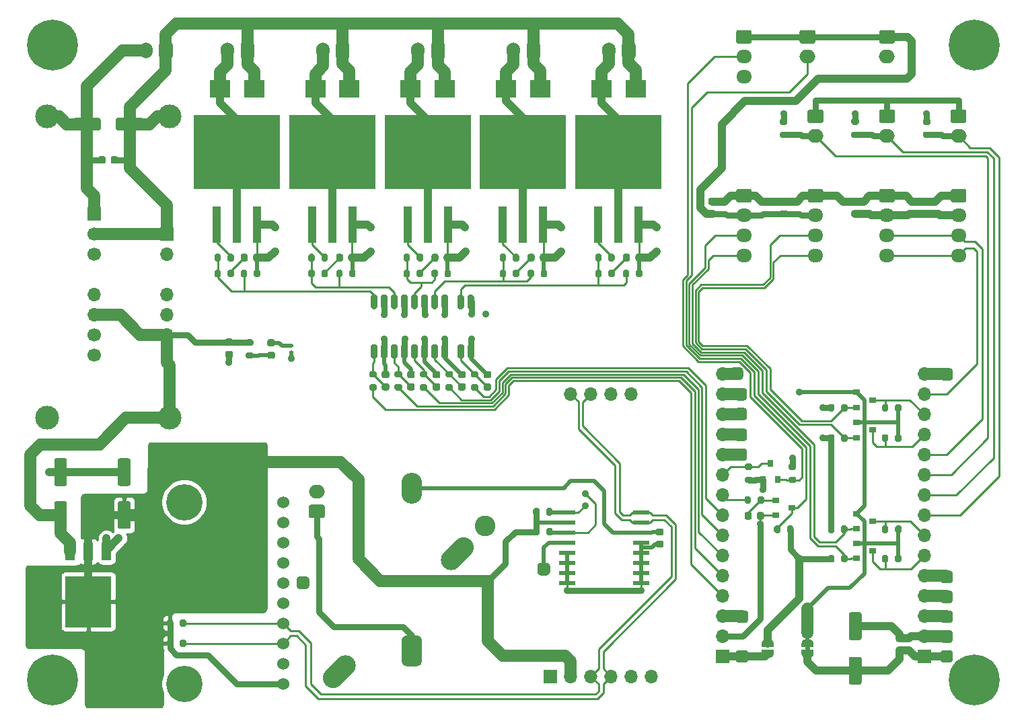
<source format=gtl>
%TF.GenerationSoftware,KiCad,Pcbnew,(5.1.10)-1*%
%TF.CreationDate,2021-10-14T14:44:57+05:30*%
%TF.ProjectId,vayuO2,76617975-4f32-42e6-9b69-6361645f7063,rev 2*%
%TF.SameCoordinates,Original*%
%TF.FileFunction,Copper,L1,Top*%
%TF.FilePolarity,Positive*%
%FSLAX46Y46*%
G04 Gerber Fmt 4.6, Leading zero omitted, Abs format (unit mm)*
G04 Created by KiCad (PCBNEW (5.1.10)-1) date 2021-10-14 14:44:57*
%MOMM*%
%LPD*%
G01*
G04 APERTURE LIST*
%TA.AperFunction,EtchedComponent*%
%ADD10C,0.127000*%
%TD*%
%TA.AperFunction,ComponentPad*%
%ADD11C,3.000000*%
%TD*%
%TA.AperFunction,ComponentPad*%
%ADD12O,1.700000X1.700000*%
%TD*%
%TA.AperFunction,ComponentPad*%
%ADD13C,1.700000*%
%TD*%
%TA.AperFunction,ComponentPad*%
%ADD14R,1.700000X1.700000*%
%TD*%
%TA.AperFunction,ComponentPad*%
%ADD15O,1.700000X2.000000*%
%TD*%
%TA.AperFunction,ComponentPad*%
%ADD16O,2.000000X1.700000*%
%TD*%
%TA.AperFunction,ComponentPad*%
%ADD17O,1.950000X1.700000*%
%TD*%
%TA.AperFunction,SMDPad,CuDef*%
%ADD18R,10.800000X9.400000*%
%TD*%
%TA.AperFunction,SMDPad,CuDef*%
%ADD19R,1.100000X4.600000*%
%TD*%
%TA.AperFunction,SMDPad,CuDef*%
%ADD20R,0.900000X0.800000*%
%TD*%
%TA.AperFunction,SMDPad,CuDef*%
%ADD21C,0.127000*%
%TD*%
%TA.AperFunction,ComponentPad*%
%ADD22O,2.600000X3.900000*%
%TD*%
%TA.AperFunction,SMDPad,CuDef*%
%ADD23R,1.200000X2.200000*%
%TD*%
%TA.AperFunction,SMDPad,CuDef*%
%ADD24R,5.800000X6.400000*%
%TD*%
%TA.AperFunction,SMDPad,CuDef*%
%ADD25R,0.600000X0.400000*%
%TD*%
%TA.AperFunction,ComponentPad*%
%ADD26C,6.400000*%
%TD*%
%TA.AperFunction,ComponentPad*%
%ADD27C,0.800000*%
%TD*%
%TA.AperFunction,ComponentPad*%
%ADD28C,2.600000*%
%TD*%
%TA.AperFunction,SMDPad,CuDef*%
%ADD29R,1.998980X0.599440*%
%TD*%
%TA.AperFunction,SMDPad,CuDef*%
%ADD30R,0.800000X0.900000*%
%TD*%
%TA.AperFunction,SMDPad,CuDef*%
%ADD31R,2.500000X2.300000*%
%TD*%
%TA.AperFunction,ComponentPad*%
%ADD32C,1.524000*%
%TD*%
%TA.AperFunction,ComponentPad*%
%ADD33C,4.572000*%
%TD*%
%TA.AperFunction,ViaPad*%
%ADD34C,0.900000*%
%TD*%
%TA.AperFunction,Conductor*%
%ADD35C,1.000000*%
%TD*%
%TA.AperFunction,Conductor*%
%ADD36C,0.500000*%
%TD*%
%TA.AperFunction,Conductor*%
%ADD37C,0.250000*%
%TD*%
%TA.AperFunction,Conductor*%
%ADD38C,0.750000*%
%TD*%
%TA.AperFunction,Conductor*%
%ADD39C,1.500000*%
%TD*%
%TA.AperFunction,Conductor*%
%ADD40C,0.127000*%
%TD*%
G04 APERTURE END LIST*
D10*
G36*
X149300000Y-130250000D02*
G01*
X149300000Y-129750000D01*
X148700000Y-129750000D01*
X148700000Y-130250000D01*
X149300000Y-130250000D01*
G37*
%TA.AperFunction,SMDPad,CuDef*%
G36*
G01*
X94655000Y-87275000D02*
X94255000Y-87275000D01*
G75*
G02*
X94055000Y-87075000I0J200000D01*
G01*
X94055000Y-85675000D01*
G75*
G02*
X94255000Y-85475000I200000J0D01*
G01*
X94655000Y-85475000D01*
G75*
G02*
X94855000Y-85675000I0J-200000D01*
G01*
X94855000Y-87075000D01*
G75*
G02*
X94655000Y-87275000I-200000J0D01*
G01*
G37*
%TD.AperFunction*%
%TA.AperFunction,SMDPad,CuDef*%
G36*
G01*
X95925000Y-87275000D02*
X95525000Y-87275000D01*
G75*
G02*
X95325000Y-87075000I0J200000D01*
G01*
X95325000Y-85675000D01*
G75*
G02*
X95525000Y-85475000I200000J0D01*
G01*
X95925000Y-85475000D01*
G75*
G02*
X96125000Y-85675000I0J-200000D01*
G01*
X96125000Y-87075000D01*
G75*
G02*
X95925000Y-87275000I-200000J0D01*
G01*
G37*
%TD.AperFunction*%
%TA.AperFunction,SMDPad,CuDef*%
G36*
G01*
X97195000Y-87275000D02*
X96795000Y-87275000D01*
G75*
G02*
X96595000Y-87075000I0J200000D01*
G01*
X96595000Y-85675000D01*
G75*
G02*
X96795000Y-85475000I200000J0D01*
G01*
X97195000Y-85475000D01*
G75*
G02*
X97395000Y-85675000I0J-200000D01*
G01*
X97395000Y-87075000D01*
G75*
G02*
X97195000Y-87275000I-200000J0D01*
G01*
G37*
%TD.AperFunction*%
%TA.AperFunction,SMDPad,CuDef*%
G36*
G01*
X98465000Y-87275000D02*
X98065000Y-87275000D01*
G75*
G02*
X97865000Y-87075000I0J200000D01*
G01*
X97865000Y-85675000D01*
G75*
G02*
X98065000Y-85475000I200000J0D01*
G01*
X98465000Y-85475000D01*
G75*
G02*
X98665000Y-85675000I0J-200000D01*
G01*
X98665000Y-87075000D01*
G75*
G02*
X98465000Y-87275000I-200000J0D01*
G01*
G37*
%TD.AperFunction*%
%TA.AperFunction,SMDPad,CuDef*%
G36*
G01*
X99735000Y-87275000D02*
X99335000Y-87275000D01*
G75*
G02*
X99135000Y-87075000I0J200000D01*
G01*
X99135000Y-85675000D01*
G75*
G02*
X99335000Y-85475000I200000J0D01*
G01*
X99735000Y-85475000D01*
G75*
G02*
X99935000Y-85675000I0J-200000D01*
G01*
X99935000Y-87075000D01*
G75*
G02*
X99735000Y-87275000I-200000J0D01*
G01*
G37*
%TD.AperFunction*%
%TA.AperFunction,SMDPad,CuDef*%
G36*
G01*
X101005000Y-87275000D02*
X100605000Y-87275000D01*
G75*
G02*
X100405000Y-87075000I0J200000D01*
G01*
X100405000Y-85675000D01*
G75*
G02*
X100605000Y-85475000I200000J0D01*
G01*
X101005000Y-85475000D01*
G75*
G02*
X101205000Y-85675000I0J-200000D01*
G01*
X101205000Y-87075000D01*
G75*
G02*
X101005000Y-87275000I-200000J0D01*
G01*
G37*
%TD.AperFunction*%
%TA.AperFunction,SMDPad,CuDef*%
G36*
G01*
X102275000Y-87275000D02*
X101875000Y-87275000D01*
G75*
G02*
X101675000Y-87075000I0J200000D01*
G01*
X101675000Y-85675000D01*
G75*
G02*
X101875000Y-85475000I200000J0D01*
G01*
X102275000Y-85475000D01*
G75*
G02*
X102475000Y-85675000I0J-200000D01*
G01*
X102475000Y-87075000D01*
G75*
G02*
X102275000Y-87275000I-200000J0D01*
G01*
G37*
%TD.AperFunction*%
%TA.AperFunction,SMDPad,CuDef*%
G36*
G01*
X103545000Y-87275000D02*
X103145000Y-87275000D01*
G75*
G02*
X102945000Y-87075000I0J200000D01*
G01*
X102945000Y-85675000D01*
G75*
G02*
X103145000Y-85475000I200000J0D01*
G01*
X103545000Y-85475000D01*
G75*
G02*
X103745000Y-85675000I0J-200000D01*
G01*
X103745000Y-87075000D01*
G75*
G02*
X103545000Y-87275000I-200000J0D01*
G01*
G37*
%TD.AperFunction*%
%TA.AperFunction,SMDPad,CuDef*%
G36*
G01*
X103545000Y-93525000D02*
X103145000Y-93525000D01*
G75*
G02*
X102945000Y-93325000I0J200000D01*
G01*
X102945000Y-91925000D01*
G75*
G02*
X103145000Y-91725000I200000J0D01*
G01*
X103545000Y-91725000D01*
G75*
G02*
X103745000Y-91925000I0J-200000D01*
G01*
X103745000Y-93325000D01*
G75*
G02*
X103545000Y-93525000I-200000J0D01*
G01*
G37*
%TD.AperFunction*%
%TA.AperFunction,SMDPad,CuDef*%
G36*
G01*
X102275000Y-93525000D02*
X101875000Y-93525000D01*
G75*
G02*
X101675000Y-93325000I0J200000D01*
G01*
X101675000Y-91925000D01*
G75*
G02*
X101875000Y-91725000I200000J0D01*
G01*
X102275000Y-91725000D01*
G75*
G02*
X102475000Y-91925000I0J-200000D01*
G01*
X102475000Y-93325000D01*
G75*
G02*
X102275000Y-93525000I-200000J0D01*
G01*
G37*
%TD.AperFunction*%
%TA.AperFunction,SMDPad,CuDef*%
G36*
G01*
X101005000Y-93525000D02*
X100605000Y-93525000D01*
G75*
G02*
X100405000Y-93325000I0J200000D01*
G01*
X100405000Y-91925000D01*
G75*
G02*
X100605000Y-91725000I200000J0D01*
G01*
X101005000Y-91725000D01*
G75*
G02*
X101205000Y-91925000I0J-200000D01*
G01*
X101205000Y-93325000D01*
G75*
G02*
X101005000Y-93525000I-200000J0D01*
G01*
G37*
%TD.AperFunction*%
%TA.AperFunction,SMDPad,CuDef*%
G36*
G01*
X99735000Y-93525000D02*
X99335000Y-93525000D01*
G75*
G02*
X99135000Y-93325000I0J200000D01*
G01*
X99135000Y-91925000D01*
G75*
G02*
X99335000Y-91725000I200000J0D01*
G01*
X99735000Y-91725000D01*
G75*
G02*
X99935000Y-91925000I0J-200000D01*
G01*
X99935000Y-93325000D01*
G75*
G02*
X99735000Y-93525000I-200000J0D01*
G01*
G37*
%TD.AperFunction*%
%TA.AperFunction,SMDPad,CuDef*%
G36*
G01*
X98465000Y-93525000D02*
X98065000Y-93525000D01*
G75*
G02*
X97865000Y-93325000I0J200000D01*
G01*
X97865000Y-91925000D01*
G75*
G02*
X98065000Y-91725000I200000J0D01*
G01*
X98465000Y-91725000D01*
G75*
G02*
X98665000Y-91925000I0J-200000D01*
G01*
X98665000Y-93325000D01*
G75*
G02*
X98465000Y-93525000I-200000J0D01*
G01*
G37*
%TD.AperFunction*%
%TA.AperFunction,SMDPad,CuDef*%
G36*
G01*
X97195000Y-93525000D02*
X96795000Y-93525000D01*
G75*
G02*
X96595000Y-93325000I0J200000D01*
G01*
X96595000Y-91925000D01*
G75*
G02*
X96795000Y-91725000I200000J0D01*
G01*
X97195000Y-91725000D01*
G75*
G02*
X97395000Y-91925000I0J-200000D01*
G01*
X97395000Y-93325000D01*
G75*
G02*
X97195000Y-93525000I-200000J0D01*
G01*
G37*
%TD.AperFunction*%
%TA.AperFunction,SMDPad,CuDef*%
G36*
G01*
X95925000Y-93525000D02*
X95525000Y-93525000D01*
G75*
G02*
X95325000Y-93325000I0J200000D01*
G01*
X95325000Y-91925000D01*
G75*
G02*
X95525000Y-91725000I200000J0D01*
G01*
X95925000Y-91725000D01*
G75*
G02*
X96125000Y-91925000I0J-200000D01*
G01*
X96125000Y-93325000D01*
G75*
G02*
X95925000Y-93525000I-200000J0D01*
G01*
G37*
%TD.AperFunction*%
%TA.AperFunction,SMDPad,CuDef*%
G36*
G01*
X94655000Y-93525000D02*
X94255000Y-93525000D01*
G75*
G02*
X94055000Y-93325000I0J200000D01*
G01*
X94055000Y-91925000D01*
G75*
G02*
X94255000Y-91725000I200000J0D01*
G01*
X94655000Y-91725000D01*
G75*
G02*
X94855000Y-91925000I0J-200000D01*
G01*
X94855000Y-93325000D01*
G75*
G02*
X94655000Y-93525000I-200000J0D01*
G01*
G37*
%TD.AperFunction*%
%TA.AperFunction,ComponentPad*%
G36*
G01*
X139300000Y-95800000D02*
X139300000Y-95000000D01*
G75*
G02*
X139700000Y-94600000I400000J0D01*
G01*
X140500000Y-94600000D01*
G75*
G02*
X140900000Y-95000000I0J-400000D01*
G01*
X140900000Y-95800000D01*
G75*
G02*
X140500000Y-96200000I-400000J0D01*
G01*
X139700000Y-96200000D01*
G75*
G02*
X139300000Y-95800000I0J400000D01*
G01*
G37*
%TD.AperFunction*%
%TA.AperFunction,ComponentPad*%
G36*
G01*
X165700000Y-95900000D02*
X165700000Y-95100000D01*
G75*
G02*
X166100000Y-94700000I400000J0D01*
G01*
X166900000Y-94700000D01*
G75*
G02*
X167300000Y-95100000I0J-400000D01*
G01*
X167300000Y-95900000D01*
G75*
G02*
X166900000Y-96300000I-400000J0D01*
G01*
X166100000Y-96300000D01*
G75*
G02*
X165700000Y-95900000I0J400000D01*
G01*
G37*
%TD.AperFunction*%
%TA.AperFunction,ComponentPad*%
G36*
G01*
X139800000Y-98400000D02*
X139800000Y-97600000D01*
G75*
G02*
X140200000Y-97200000I400000J0D01*
G01*
X141000000Y-97200000D01*
G75*
G02*
X141400000Y-97600000I0J-400000D01*
G01*
X141400000Y-98400000D01*
G75*
G02*
X141000000Y-98800000I-400000J0D01*
G01*
X140200000Y-98800000D01*
G75*
G02*
X139800000Y-98400000I0J400000D01*
G01*
G37*
%TD.AperFunction*%
%TA.AperFunction,ComponentPad*%
G36*
G01*
X139800000Y-100900000D02*
X139800000Y-100100000D01*
G75*
G02*
X140200000Y-99700000I400000J0D01*
G01*
X141000000Y-99700000D01*
G75*
G02*
X141400000Y-100100000I0J-400000D01*
G01*
X141400000Y-100900000D01*
G75*
G02*
X141000000Y-101300000I-400000J0D01*
G01*
X140200000Y-101300000D01*
G75*
G02*
X139800000Y-100900000I0J400000D01*
G01*
G37*
%TD.AperFunction*%
%TA.AperFunction,ComponentPad*%
G36*
G01*
X139800000Y-103500000D02*
X139800000Y-102700000D01*
G75*
G02*
X140200000Y-102300000I400000J0D01*
G01*
X141000000Y-102300000D01*
G75*
G02*
X141400000Y-102700000I0J-400000D01*
G01*
X141400000Y-103500000D01*
G75*
G02*
X141000000Y-103900000I-400000J0D01*
G01*
X140200000Y-103900000D01*
G75*
G02*
X139800000Y-103500000I0J400000D01*
G01*
G37*
%TD.AperFunction*%
%TA.AperFunction,ComponentPad*%
G36*
G01*
X139800000Y-106000000D02*
X139800000Y-105200000D01*
G75*
G02*
X140200000Y-104800000I400000J0D01*
G01*
X141000000Y-104800000D01*
G75*
G02*
X141400000Y-105200000I0J-400000D01*
G01*
X141400000Y-106000000D01*
G75*
G02*
X141000000Y-106400000I-400000J0D01*
G01*
X140200000Y-106400000D01*
G75*
G02*
X139800000Y-106000000I0J400000D01*
G01*
G37*
%TD.AperFunction*%
%TA.AperFunction,ComponentPad*%
G36*
G01*
X165700000Y-121400000D02*
X165700000Y-120600000D01*
G75*
G02*
X166100000Y-120200000I400000J0D01*
G01*
X166900000Y-120200000D01*
G75*
G02*
X167300000Y-120600000I0J-400000D01*
G01*
X167300000Y-121400000D01*
G75*
G02*
X166900000Y-121800000I-400000J0D01*
G01*
X166100000Y-121800000D01*
G75*
G02*
X165700000Y-121400000I0J400000D01*
G01*
G37*
%TD.AperFunction*%
%TA.AperFunction,ComponentPad*%
G36*
G01*
X165700000Y-123900000D02*
X165700000Y-123100000D01*
G75*
G02*
X166100000Y-122700000I400000J0D01*
G01*
X166900000Y-122700000D01*
G75*
G02*
X167300000Y-123100000I0J-400000D01*
G01*
X167300000Y-123900000D01*
G75*
G02*
X166900000Y-124300000I-400000J0D01*
G01*
X166100000Y-124300000D01*
G75*
G02*
X165700000Y-123900000I0J400000D01*
G01*
G37*
%TD.AperFunction*%
%TA.AperFunction,ComponentPad*%
G36*
G01*
X85900000Y-122530000D02*
X85100000Y-122530000D01*
G75*
G02*
X84700000Y-122130000I0J400000D01*
G01*
X84700000Y-121330000D01*
G75*
G02*
X85100000Y-120930000I400000J0D01*
G01*
X85900000Y-120930000D01*
G75*
G02*
X86300000Y-121330000I0J-400000D01*
G01*
X86300000Y-122130000D01*
G75*
G02*
X85900000Y-122530000I-400000J0D01*
G01*
G37*
%TD.AperFunction*%
%TA.AperFunction,ComponentPad*%
G36*
G01*
X139950000Y-126400000D02*
X139950000Y-125600000D01*
G75*
G02*
X140350000Y-125200000I400000J0D01*
G01*
X141150000Y-125200000D01*
G75*
G02*
X141550000Y-125600000I0J-400000D01*
G01*
X141550000Y-126400000D01*
G75*
G02*
X141150000Y-126800000I-400000J0D01*
G01*
X140350000Y-126800000D01*
G75*
G02*
X139950000Y-126400000I0J400000D01*
G01*
G37*
%TD.AperFunction*%
%TA.AperFunction,ComponentPad*%
G36*
G01*
X165700000Y-126400000D02*
X165700000Y-125600000D01*
G75*
G02*
X166100000Y-125200000I400000J0D01*
G01*
X166900000Y-125200000D01*
G75*
G02*
X167300000Y-125600000I0J-400000D01*
G01*
X167300000Y-126400000D01*
G75*
G02*
X166900000Y-126800000I-400000J0D01*
G01*
X166100000Y-126800000D01*
G75*
G02*
X165700000Y-126400000I0J400000D01*
G01*
G37*
%TD.AperFunction*%
%TA.AperFunction,ComponentPad*%
G36*
G01*
X165700000Y-128900000D02*
X165700000Y-128100000D01*
G75*
G02*
X166100000Y-127700000I400000J0D01*
G01*
X166900000Y-127700000D01*
G75*
G02*
X167300000Y-128100000I0J-400000D01*
G01*
X167300000Y-128900000D01*
G75*
G02*
X166900000Y-129300000I-400000J0D01*
G01*
X166100000Y-129300000D01*
G75*
G02*
X165700000Y-128900000I0J400000D01*
G01*
G37*
%TD.AperFunction*%
%TA.AperFunction,ComponentPad*%
G36*
G01*
X139950000Y-131400000D02*
X139950000Y-130600000D01*
G75*
G02*
X140350000Y-130200000I400000J0D01*
G01*
X141150000Y-130200000D01*
G75*
G02*
X141550000Y-130600000I0J-400000D01*
G01*
X141550000Y-131400000D01*
G75*
G02*
X141150000Y-131800000I-400000J0D01*
G01*
X140350000Y-131800000D01*
G75*
G02*
X139950000Y-131400000I0J400000D01*
G01*
G37*
%TD.AperFunction*%
%TA.AperFunction,ComponentPad*%
G36*
G01*
X165700000Y-131400000D02*
X165700000Y-130600000D01*
G75*
G02*
X166100000Y-130200000I400000J0D01*
G01*
X166900000Y-130200000D01*
G75*
G02*
X167300000Y-130600000I0J-400000D01*
G01*
X167300000Y-131400000D01*
G75*
G02*
X166900000Y-131800000I-400000J0D01*
G01*
X166100000Y-131800000D01*
G75*
G02*
X165700000Y-131400000I0J400000D01*
G01*
G37*
%TD.AperFunction*%
D11*
X53300000Y-100950000D03*
X68700000Y-100950000D03*
X53300000Y-63050000D03*
X68700000Y-63050000D03*
D12*
X59200000Y-88000000D03*
X59200000Y-85460000D03*
D13*
X59200000Y-77840000D03*
D14*
X59200000Y-75300000D03*
D13*
X59200000Y-80380000D03*
X59200000Y-90540000D03*
X59200000Y-93080000D03*
D14*
X68400000Y-77800000D03*
D12*
X68400000Y-80340000D03*
X68400000Y-85420000D03*
X68400000Y-87960000D03*
X68400000Y-90500000D03*
D15*
X65750000Y-54750000D03*
%TA.AperFunction,ComponentPad*%
G36*
G01*
X69100000Y-54000000D02*
X69100000Y-55500000D01*
G75*
G02*
X68850000Y-55750000I-250000J0D01*
G01*
X67650000Y-55750000D01*
G75*
G02*
X67400000Y-55500000I0J250000D01*
G01*
X67400000Y-54000000D01*
G75*
G02*
X67650000Y-53750000I250000J0D01*
G01*
X68850000Y-53750000D01*
G75*
G02*
X69100000Y-54000000I0J-250000D01*
G01*
G37*
%TD.AperFunction*%
%TA.AperFunction,SMDPad,CuDef*%
G36*
G01*
X90475000Y-82525000D02*
X90475000Y-83075000D01*
G75*
G02*
X90275000Y-83275000I-200000J0D01*
G01*
X89875000Y-83275000D01*
G75*
G02*
X89675000Y-83075000I0J200000D01*
G01*
X89675000Y-82525000D01*
G75*
G02*
X89875000Y-82325000I200000J0D01*
G01*
X90275000Y-82325000D01*
G75*
G02*
X90475000Y-82525000I0J-200000D01*
G01*
G37*
%TD.AperFunction*%
%TA.AperFunction,SMDPad,CuDef*%
G36*
G01*
X92125000Y-82525000D02*
X92125000Y-83075000D01*
G75*
G02*
X91925000Y-83275000I-200000J0D01*
G01*
X91525000Y-83275000D01*
G75*
G02*
X91325000Y-83075000I0J200000D01*
G01*
X91325000Y-82525000D01*
G75*
G02*
X91525000Y-82325000I200000J0D01*
G01*
X91925000Y-82325000D01*
G75*
G02*
X92125000Y-82525000I0J-200000D01*
G01*
G37*
%TD.AperFunction*%
%TA.AperFunction,SMDPad,CuDef*%
G36*
G01*
X86975000Y-82525000D02*
X86975000Y-83075000D01*
G75*
G02*
X86775000Y-83275000I-200000J0D01*
G01*
X86375000Y-83275000D01*
G75*
G02*
X86175000Y-83075000I0J200000D01*
G01*
X86175000Y-82525000D01*
G75*
G02*
X86375000Y-82325000I200000J0D01*
G01*
X86775000Y-82325000D01*
G75*
G02*
X86975000Y-82525000I0J-200000D01*
G01*
G37*
%TD.AperFunction*%
%TA.AperFunction,SMDPad,CuDef*%
G36*
G01*
X88625000Y-82525000D02*
X88625000Y-83075000D01*
G75*
G02*
X88425000Y-83275000I-200000J0D01*
G01*
X88025000Y-83275000D01*
G75*
G02*
X87825000Y-83075000I0J200000D01*
G01*
X87825000Y-82525000D01*
G75*
G02*
X88025000Y-82325000I200000J0D01*
G01*
X88425000Y-82325000D01*
G75*
G02*
X88625000Y-82525000I0J-200000D01*
G01*
G37*
%TD.AperFunction*%
%TA.AperFunction,SMDPad,CuDef*%
G36*
G01*
X86975000Y-80525000D02*
X86975000Y-81075000D01*
G75*
G02*
X86775000Y-81275000I-200000J0D01*
G01*
X86375000Y-81275000D01*
G75*
G02*
X86175000Y-81075000I0J200000D01*
G01*
X86175000Y-80525000D01*
G75*
G02*
X86375000Y-80325000I200000J0D01*
G01*
X86775000Y-80325000D01*
G75*
G02*
X86975000Y-80525000I0J-200000D01*
G01*
G37*
%TD.AperFunction*%
%TA.AperFunction,SMDPad,CuDef*%
G36*
G01*
X88625000Y-80525000D02*
X88625000Y-81075000D01*
G75*
G02*
X88425000Y-81275000I-200000J0D01*
G01*
X88025000Y-81275000D01*
G75*
G02*
X87825000Y-81075000I0J200000D01*
G01*
X87825000Y-80525000D01*
G75*
G02*
X88025000Y-80325000I200000J0D01*
G01*
X88425000Y-80325000D01*
G75*
G02*
X88625000Y-80525000I0J-200000D01*
G01*
G37*
%TD.AperFunction*%
%TA.AperFunction,SMDPad,CuDef*%
G36*
G01*
X91250000Y-81056250D02*
X91250000Y-80543750D01*
G75*
G02*
X91468750Y-80325000I218750J0D01*
G01*
X91906250Y-80325000D01*
G75*
G02*
X92125000Y-80543750I0J-218750D01*
G01*
X92125000Y-81056250D01*
G75*
G02*
X91906250Y-81275000I-218750J0D01*
G01*
X91468750Y-81275000D01*
G75*
G02*
X91250000Y-81056250I0J218750D01*
G01*
G37*
%TD.AperFunction*%
%TA.AperFunction,SMDPad,CuDef*%
G36*
G01*
X89675000Y-81056250D02*
X89675000Y-80543750D01*
G75*
G02*
X89893750Y-80325000I218750J0D01*
G01*
X90331250Y-80325000D01*
G75*
G02*
X90550000Y-80543750I0J-218750D01*
G01*
X90550000Y-81056250D01*
G75*
G02*
X90331250Y-81275000I-218750J0D01*
G01*
X89893750Y-81275000D01*
G75*
G02*
X89675000Y-81056250I0J218750D01*
G01*
G37*
%TD.AperFunction*%
X76000000Y-54750000D03*
%TA.AperFunction,ComponentPad*%
G36*
G01*
X79350000Y-54000000D02*
X79350000Y-55500000D01*
G75*
G02*
X79100000Y-55750000I-250000J0D01*
G01*
X77900000Y-55750000D01*
G75*
G02*
X77650000Y-55500000I0J250000D01*
G01*
X77650000Y-54000000D01*
G75*
G02*
X77900000Y-53750000I250000J0D01*
G01*
X79100000Y-53750000D01*
G75*
G02*
X79350000Y-54000000I0J-250000D01*
G01*
G37*
%TD.AperFunction*%
D16*
X159000000Y-65500000D03*
%TA.AperFunction,ComponentPad*%
G36*
G01*
X158250000Y-62150000D02*
X159750000Y-62150000D01*
G75*
G02*
X160000000Y-62400000I0J-250000D01*
G01*
X160000000Y-63600000D01*
G75*
G02*
X159750000Y-63850000I-250000J0D01*
G01*
X158250000Y-63850000D01*
G75*
G02*
X158000000Y-63600000I0J250000D01*
G01*
X158000000Y-62400000D01*
G75*
G02*
X158250000Y-62150000I250000J0D01*
G01*
G37*
%TD.AperFunction*%
D17*
X150000000Y-80500000D03*
X150000000Y-78000000D03*
X150000000Y-75500000D03*
%TA.AperFunction,ComponentPad*%
G36*
G01*
X149275000Y-72150000D02*
X150725000Y-72150000D01*
G75*
G02*
X150975000Y-72400000I0J-250000D01*
G01*
X150975000Y-73600000D01*
G75*
G02*
X150725000Y-73850000I-250000J0D01*
G01*
X149275000Y-73850000D01*
G75*
G02*
X149025000Y-73600000I0J250000D01*
G01*
X149025000Y-72400000D01*
G75*
G02*
X149275000Y-72150000I250000J0D01*
G01*
G37*
%TD.AperFunction*%
X159000000Y-80500000D03*
X159000000Y-78000000D03*
X159000000Y-75500000D03*
%TA.AperFunction,ComponentPad*%
G36*
G01*
X158275000Y-72150000D02*
X159725000Y-72150000D01*
G75*
G02*
X159975000Y-72400000I0J-250000D01*
G01*
X159975000Y-73600000D01*
G75*
G02*
X159725000Y-73850000I-250000J0D01*
G01*
X158275000Y-73850000D01*
G75*
G02*
X158025000Y-73600000I0J250000D01*
G01*
X158025000Y-72400000D01*
G75*
G02*
X158275000Y-72150000I250000J0D01*
G01*
G37*
%TD.AperFunction*%
D18*
X125200000Y-67475000D03*
D19*
X127740000Y-76625000D03*
X125200000Y-76625000D03*
X122660000Y-76625000D03*
D18*
X113200000Y-67500000D03*
D19*
X115740000Y-76650000D03*
X113200000Y-76650000D03*
X110660000Y-76650000D03*
D18*
X101200000Y-67475000D03*
D19*
X103740000Y-76625000D03*
X101200000Y-76625000D03*
X98660000Y-76625000D03*
D18*
X89200000Y-67500000D03*
D19*
X91740000Y-76650000D03*
X89200000Y-76650000D03*
X86660000Y-76650000D03*
D18*
X77200000Y-67500000D03*
D19*
X79740000Y-76650000D03*
X77200000Y-76650000D03*
X74660000Y-76650000D03*
D14*
X163700000Y-131000000D03*
D12*
X163700000Y-128460000D03*
X163700000Y-125920000D03*
X163700000Y-123380000D03*
X163700000Y-120840000D03*
X163700000Y-118300000D03*
X163700000Y-115760000D03*
X163700000Y-113220000D03*
X163700000Y-110680000D03*
X163700000Y-108140000D03*
X163700000Y-105600000D03*
X163700000Y-103060000D03*
X163700000Y-100520000D03*
X163700000Y-97980000D03*
X163700000Y-95440000D03*
X138300000Y-95440000D03*
X138300000Y-115760000D03*
X138300000Y-110680000D03*
X138300000Y-105600000D03*
X138300000Y-113220000D03*
X138300000Y-108140000D03*
X138300000Y-100520000D03*
X138300000Y-97980000D03*
X138300000Y-103060000D03*
X138300000Y-125920000D03*
X138300000Y-118300000D03*
X138300000Y-120840000D03*
X138300000Y-123380000D03*
X138300000Y-128460000D03*
D14*
X138300000Y-131000000D03*
D20*
X157200000Y-114000000D03*
X155200000Y-114950000D03*
X155200000Y-113050000D03*
X147000000Y-112300000D03*
X145000000Y-113250000D03*
X145000000Y-111350000D03*
%TA.AperFunction,SMDPad,CuDef*%
D21*
G36*
X143250602Y-129350000D02*
G01*
X143250602Y-129325466D01*
X143255412Y-129276635D01*
X143264984Y-129228510D01*
X143279228Y-129181555D01*
X143298005Y-129136222D01*
X143321136Y-129092949D01*
X143348396Y-129052150D01*
X143379524Y-129014221D01*
X143414221Y-128979524D01*
X143452150Y-128948396D01*
X143492949Y-128921136D01*
X143536222Y-128898005D01*
X143581555Y-128879228D01*
X143628510Y-128864984D01*
X143676635Y-128855412D01*
X143725466Y-128850602D01*
X143750000Y-128850602D01*
X143750000Y-128850000D01*
X144250000Y-128850000D01*
X144250000Y-128850602D01*
X144274534Y-128850602D01*
X144323365Y-128855412D01*
X144371490Y-128864984D01*
X144418445Y-128879228D01*
X144463778Y-128898005D01*
X144507051Y-128921136D01*
X144547850Y-128948396D01*
X144585779Y-128979524D01*
X144620476Y-129014221D01*
X144651604Y-129052150D01*
X144678864Y-129092949D01*
X144701995Y-129136222D01*
X144720772Y-129181555D01*
X144735016Y-129228510D01*
X144744588Y-129276635D01*
X144749398Y-129325466D01*
X144749398Y-129350000D01*
X144750000Y-129350000D01*
X144750000Y-129850000D01*
X143250000Y-129850000D01*
X143250000Y-129350000D01*
X143250602Y-129350000D01*
G37*
%TD.AperFunction*%
%TA.AperFunction,SMDPad,CuDef*%
G36*
X144750000Y-130150000D02*
G01*
X144750000Y-130650000D01*
X144749398Y-130650000D01*
X144749398Y-130674534D01*
X144744588Y-130723365D01*
X144735016Y-130771490D01*
X144720772Y-130818445D01*
X144701995Y-130863778D01*
X144678864Y-130907051D01*
X144651604Y-130947850D01*
X144620476Y-130985779D01*
X144585779Y-131020476D01*
X144547850Y-131051604D01*
X144507051Y-131078864D01*
X144463778Y-131101995D01*
X144418445Y-131120772D01*
X144371490Y-131135016D01*
X144323365Y-131144588D01*
X144274534Y-131149398D01*
X144250000Y-131149398D01*
X144250000Y-131150000D01*
X143750000Y-131150000D01*
X143750000Y-131149398D01*
X143725466Y-131149398D01*
X143676635Y-131144588D01*
X143628510Y-131135016D01*
X143581555Y-131120772D01*
X143536222Y-131101995D01*
X143492949Y-131078864D01*
X143452150Y-131051604D01*
X143414221Y-131020476D01*
X143379524Y-130985779D01*
X143348396Y-130947850D01*
X143321136Y-130907051D01*
X143298005Y-130863778D01*
X143279228Y-130818445D01*
X143264984Y-130771490D01*
X143255412Y-130723365D01*
X143250602Y-130674534D01*
X143250602Y-130650000D01*
X143250000Y-130650000D01*
X143250000Y-130150000D01*
X144750000Y-130150000D01*
G37*
%TD.AperFunction*%
%TA.AperFunction,SMDPad,CuDef*%
G36*
X148250000Y-129850000D02*
G01*
X148250000Y-129350000D01*
X148250602Y-129350000D01*
X148250602Y-129325466D01*
X148255412Y-129276635D01*
X148264984Y-129228510D01*
X148279228Y-129181555D01*
X148298005Y-129136222D01*
X148321136Y-129092949D01*
X148348396Y-129052150D01*
X148379524Y-129014221D01*
X148414221Y-128979524D01*
X148452150Y-128948396D01*
X148492949Y-128921136D01*
X148536222Y-128898005D01*
X148581555Y-128879228D01*
X148628510Y-128864984D01*
X148676635Y-128855412D01*
X148725466Y-128850602D01*
X148750000Y-128850602D01*
X148750000Y-128850000D01*
X149250000Y-128850000D01*
X149250000Y-128850602D01*
X149274534Y-128850602D01*
X149323365Y-128855412D01*
X149371490Y-128864984D01*
X149418445Y-128879228D01*
X149463778Y-128898005D01*
X149507051Y-128921136D01*
X149547850Y-128948396D01*
X149585779Y-128979524D01*
X149620476Y-129014221D01*
X149651604Y-129052150D01*
X149678864Y-129092949D01*
X149701995Y-129136222D01*
X149720772Y-129181555D01*
X149735016Y-129228510D01*
X149744588Y-129276635D01*
X149749398Y-129325466D01*
X149749398Y-129350000D01*
X149750000Y-129350000D01*
X149750000Y-129850000D01*
X148250000Y-129850000D01*
G37*
%TD.AperFunction*%
%TA.AperFunction,SMDPad,CuDef*%
G36*
X149749398Y-130650000D02*
G01*
X149749398Y-130674534D01*
X149744588Y-130723365D01*
X149735016Y-130771490D01*
X149720772Y-130818445D01*
X149701995Y-130863778D01*
X149678864Y-130907051D01*
X149651604Y-130947850D01*
X149620476Y-130985779D01*
X149585779Y-131020476D01*
X149547850Y-131051604D01*
X149507051Y-131078864D01*
X149463778Y-131101995D01*
X149418445Y-131120772D01*
X149371490Y-131135016D01*
X149323365Y-131144588D01*
X149274534Y-131149398D01*
X149250000Y-131149398D01*
X149250000Y-131150000D01*
X148750000Y-131150000D01*
X148750000Y-131149398D01*
X148725466Y-131149398D01*
X148676635Y-131144588D01*
X148628510Y-131135016D01*
X148581555Y-131120772D01*
X148536222Y-131101995D01*
X148492949Y-131078864D01*
X148452150Y-131051604D01*
X148414221Y-131020476D01*
X148379524Y-130985779D01*
X148348396Y-130947850D01*
X148321136Y-130907051D01*
X148298005Y-130863778D01*
X148279228Y-130818445D01*
X148264984Y-130771490D01*
X148255412Y-130723365D01*
X148250602Y-130674534D01*
X148250602Y-130650000D01*
X148250000Y-130650000D01*
X148250000Y-130150000D01*
X149750000Y-130150000D01*
X149750000Y-130650000D01*
X149749398Y-130650000D01*
G37*
%TD.AperFunction*%
%TA.AperFunction,ComponentPad*%
G36*
G01*
X100500000Y-129000000D02*
X100500000Y-131600000D01*
G75*
G02*
X99850000Y-132250000I-650000J0D01*
G01*
X98550000Y-132250000D01*
G75*
G02*
X97900000Y-131600000I0J650000D01*
G01*
X97900000Y-129000000D01*
G75*
G02*
X98550000Y-128350000I650000J0D01*
G01*
X99850000Y-128350000D01*
G75*
G02*
X100500000Y-129000000I0J-650000D01*
G01*
G37*
%TD.AperFunction*%
D22*
X99200000Y-109800000D03*
%TA.AperFunction,SMDPad,CuDef*%
G36*
G01*
X164275000Y-64075000D02*
X163725000Y-64075000D01*
G75*
G02*
X163525000Y-63875000I0J200000D01*
G01*
X163525000Y-63475000D01*
G75*
G02*
X163725000Y-63275000I200000J0D01*
G01*
X164275000Y-63275000D01*
G75*
G02*
X164475000Y-63475000I0J-200000D01*
G01*
X164475000Y-63875000D01*
G75*
G02*
X164275000Y-64075000I-200000J0D01*
G01*
G37*
%TD.AperFunction*%
%TA.AperFunction,SMDPad,CuDef*%
G36*
G01*
X164275000Y-65725000D02*
X163725000Y-65725000D01*
G75*
G02*
X163525000Y-65525000I0J200000D01*
G01*
X163525000Y-65125000D01*
G75*
G02*
X163725000Y-64925000I200000J0D01*
G01*
X164275000Y-64925000D01*
G75*
G02*
X164475000Y-65125000I0J-200000D01*
G01*
X164475000Y-65525000D01*
G75*
G02*
X164275000Y-65725000I-200000J0D01*
G01*
G37*
%TD.AperFunction*%
%TA.AperFunction,SMDPad,CuDef*%
G36*
G01*
X155550000Y-128950000D02*
X154450000Y-128950000D01*
G75*
G02*
X154200000Y-128700000I0J250000D01*
G01*
X154200000Y-125700000D01*
G75*
G02*
X154450000Y-125450000I250000J0D01*
G01*
X155550000Y-125450000D01*
G75*
G02*
X155800000Y-125700000I0J-250000D01*
G01*
X155800000Y-128700000D01*
G75*
G02*
X155550000Y-128950000I-250000J0D01*
G01*
G37*
%TD.AperFunction*%
%TA.AperFunction,SMDPad,CuDef*%
G36*
G01*
X155550000Y-134550000D02*
X154450000Y-134550000D01*
G75*
G02*
X154200000Y-134300000I0J250000D01*
G01*
X154200000Y-131300000D01*
G75*
G02*
X154450000Y-131050000I250000J0D01*
G01*
X155550000Y-131050000D01*
G75*
G02*
X155800000Y-131300000I0J-250000D01*
G01*
X155800000Y-134300000D01*
G75*
G02*
X155550000Y-134550000I-250000J0D01*
G01*
G37*
%TD.AperFunction*%
D16*
X149000000Y-55500000D03*
%TA.AperFunction,ComponentPad*%
G36*
G01*
X148250000Y-52150000D02*
X149750000Y-52150000D01*
G75*
G02*
X150000000Y-52400000I0J-250000D01*
G01*
X150000000Y-53600000D01*
G75*
G02*
X149750000Y-53850000I-250000J0D01*
G01*
X148250000Y-53850000D01*
G75*
G02*
X148000000Y-53600000I0J250000D01*
G01*
X148000000Y-52400000D01*
G75*
G02*
X148250000Y-52150000I250000J0D01*
G01*
G37*
%TD.AperFunction*%
D15*
X124000000Y-54750000D03*
%TA.AperFunction,ComponentPad*%
G36*
G01*
X127350000Y-54000000D02*
X127350000Y-55500000D01*
G75*
G02*
X127100000Y-55750000I-250000J0D01*
G01*
X125900000Y-55750000D01*
G75*
G02*
X125650000Y-55500000I0J250000D01*
G01*
X125650000Y-54000000D01*
G75*
G02*
X125900000Y-53750000I250000J0D01*
G01*
X127100000Y-53750000D01*
G75*
G02*
X127350000Y-54000000I0J-250000D01*
G01*
G37*
%TD.AperFunction*%
X112000000Y-54750000D03*
%TA.AperFunction,ComponentPad*%
G36*
G01*
X115350000Y-54000000D02*
X115350000Y-55500000D01*
G75*
G02*
X115100000Y-55750000I-250000J0D01*
G01*
X113900000Y-55750000D01*
G75*
G02*
X113650000Y-55500000I0J250000D01*
G01*
X113650000Y-54000000D01*
G75*
G02*
X113900000Y-53750000I250000J0D01*
G01*
X115100000Y-53750000D01*
G75*
G02*
X115350000Y-54000000I0J-250000D01*
G01*
G37*
%TD.AperFunction*%
X100000000Y-54750000D03*
%TA.AperFunction,ComponentPad*%
G36*
G01*
X103350000Y-54000000D02*
X103350000Y-55500000D01*
G75*
G02*
X103100000Y-55750000I-250000J0D01*
G01*
X101900000Y-55750000D01*
G75*
G02*
X101650000Y-55500000I0J250000D01*
G01*
X101650000Y-54000000D01*
G75*
G02*
X101900000Y-53750000I250000J0D01*
G01*
X103100000Y-53750000D01*
G75*
G02*
X103350000Y-54000000I0J-250000D01*
G01*
G37*
%TD.AperFunction*%
X88000000Y-54750000D03*
%TA.AperFunction,ComponentPad*%
G36*
G01*
X91350000Y-54000000D02*
X91350000Y-55500000D01*
G75*
G02*
X91100000Y-55750000I-250000J0D01*
G01*
X89900000Y-55750000D01*
G75*
G02*
X89650000Y-55500000I0J250000D01*
G01*
X89650000Y-54000000D01*
G75*
G02*
X89900000Y-53750000I250000J0D01*
G01*
X91100000Y-53750000D01*
G75*
G02*
X91350000Y-54000000I0J-250000D01*
G01*
G37*
%TD.AperFunction*%
D14*
X116650000Y-133500000D03*
D12*
X119190000Y-133500000D03*
X121730000Y-133500000D03*
X124270000Y-133500000D03*
X126810000Y-133500000D03*
X129350000Y-133500000D03*
X126810000Y-97940000D03*
X124270000Y-97940000D03*
X119190000Y-97940000D03*
X121730000Y-97940000D03*
%TA.AperFunction,SMDPad,CuDef*%
G36*
G01*
X105565000Y-93525000D02*
X105165000Y-93525000D01*
G75*
G02*
X104965000Y-93325000I0J200000D01*
G01*
X104965000Y-91925000D01*
G75*
G02*
X105165000Y-91725000I200000J0D01*
G01*
X105565000Y-91725000D01*
G75*
G02*
X105765000Y-91925000I0J-200000D01*
G01*
X105765000Y-93325000D01*
G75*
G02*
X105565000Y-93525000I-200000J0D01*
G01*
G37*
%TD.AperFunction*%
%TA.AperFunction,SMDPad,CuDef*%
G36*
G01*
X106835000Y-93525000D02*
X106435000Y-93525000D01*
G75*
G02*
X106235000Y-93325000I0J200000D01*
G01*
X106235000Y-91925000D01*
G75*
G02*
X106435000Y-91725000I200000J0D01*
G01*
X106835000Y-91725000D01*
G75*
G02*
X107035000Y-91925000I0J-200000D01*
G01*
X107035000Y-93325000D01*
G75*
G02*
X106835000Y-93525000I-200000J0D01*
G01*
G37*
%TD.AperFunction*%
%TA.AperFunction,SMDPad,CuDef*%
G36*
G01*
X106835000Y-87275000D02*
X106435000Y-87275000D01*
G75*
G02*
X106235000Y-87075000I0J200000D01*
G01*
X106235000Y-85675000D01*
G75*
G02*
X106435000Y-85475000I200000J0D01*
G01*
X106835000Y-85475000D01*
G75*
G02*
X107035000Y-85675000I0J-200000D01*
G01*
X107035000Y-87075000D01*
G75*
G02*
X106835000Y-87275000I-200000J0D01*
G01*
G37*
%TD.AperFunction*%
%TA.AperFunction,SMDPad,CuDef*%
G36*
G01*
X105565000Y-87275000D02*
X105165000Y-87275000D01*
G75*
G02*
X104965000Y-87075000I0J200000D01*
G01*
X104965000Y-85675000D01*
G75*
G02*
X105165000Y-85475000I200000J0D01*
G01*
X105565000Y-85475000D01*
G75*
G02*
X105765000Y-85675000I0J-200000D01*
G01*
X105765000Y-87075000D01*
G75*
G02*
X105565000Y-87275000I-200000J0D01*
G01*
G37*
%TD.AperFunction*%
%TA.AperFunction,SMDPad,CuDef*%
G36*
G01*
X63550000Y-109550000D02*
X62450000Y-109550000D01*
G75*
G02*
X62200000Y-109300000I0J250000D01*
G01*
X62200000Y-106300000D01*
G75*
G02*
X62450000Y-106050000I250000J0D01*
G01*
X63550000Y-106050000D01*
G75*
G02*
X63800000Y-106300000I0J-250000D01*
G01*
X63800000Y-109300000D01*
G75*
G02*
X63550000Y-109550000I-250000J0D01*
G01*
G37*
%TD.AperFunction*%
%TA.AperFunction,SMDPad,CuDef*%
G36*
G01*
X63550000Y-114950000D02*
X62450000Y-114950000D01*
G75*
G02*
X62200000Y-114700000I0J250000D01*
G01*
X62200000Y-111700000D01*
G75*
G02*
X62450000Y-111450000I250000J0D01*
G01*
X63550000Y-111450000D01*
G75*
G02*
X63800000Y-111700000I0J-250000D01*
G01*
X63800000Y-114700000D01*
G75*
G02*
X63550000Y-114950000I-250000J0D01*
G01*
G37*
%TD.AperFunction*%
%TA.AperFunction,SMDPad,CuDef*%
G36*
G01*
X55550000Y-109550000D02*
X54450000Y-109550000D01*
G75*
G02*
X54200000Y-109300000I0J250000D01*
G01*
X54200000Y-106300000D01*
G75*
G02*
X54450000Y-106050000I250000J0D01*
G01*
X55550000Y-106050000D01*
G75*
G02*
X55800000Y-106300000I0J-250000D01*
G01*
X55800000Y-109300000D01*
G75*
G02*
X55550000Y-109550000I-250000J0D01*
G01*
G37*
%TD.AperFunction*%
%TA.AperFunction,SMDPad,CuDef*%
G36*
G01*
X55550000Y-114950000D02*
X54450000Y-114950000D01*
G75*
G02*
X54200000Y-114700000I0J250000D01*
G01*
X54200000Y-111700000D01*
G75*
G02*
X54450000Y-111450000I250000J0D01*
G01*
X55550000Y-111450000D01*
G75*
G02*
X55800000Y-111700000I0J-250000D01*
G01*
X55800000Y-114700000D01*
G75*
G02*
X55550000Y-114950000I-250000J0D01*
G01*
G37*
%TD.AperFunction*%
%TA.AperFunction,SMDPad,CuDef*%
G36*
G01*
X60050000Y-63450000D02*
X60050000Y-64550000D01*
G75*
G02*
X59800000Y-64800000I-250000J0D01*
G01*
X56800000Y-64800000D01*
G75*
G02*
X56550000Y-64550000I0J250000D01*
G01*
X56550000Y-63450000D01*
G75*
G02*
X56800000Y-63200000I250000J0D01*
G01*
X59800000Y-63200000D01*
G75*
G02*
X60050000Y-63450000I0J-250000D01*
G01*
G37*
%TD.AperFunction*%
%TA.AperFunction,SMDPad,CuDef*%
G36*
G01*
X65450000Y-63450000D02*
X65450000Y-64550000D01*
G75*
G02*
X65200000Y-64800000I-250000J0D01*
G01*
X62200000Y-64800000D01*
G75*
G02*
X61950000Y-64550000I0J250000D01*
G01*
X61950000Y-63450000D01*
G75*
G02*
X62200000Y-63200000I250000J0D01*
G01*
X65200000Y-63200000D01*
G75*
G02*
X65450000Y-63450000I0J-250000D01*
G01*
G37*
%TD.AperFunction*%
%TA.AperFunction,SMDPad,CuDef*%
G36*
G01*
X108950000Y-95975000D02*
X108450000Y-95975000D01*
G75*
G02*
X108225000Y-95750000I0J225000D01*
G01*
X108225000Y-95300000D01*
G75*
G02*
X108450000Y-95075000I225000J0D01*
G01*
X108950000Y-95075000D01*
G75*
G02*
X109175000Y-95300000I0J-225000D01*
G01*
X109175000Y-95750000D01*
G75*
G02*
X108950000Y-95975000I-225000J0D01*
G01*
G37*
%TD.AperFunction*%
%TA.AperFunction,SMDPad,CuDef*%
G36*
G01*
X108950000Y-97525000D02*
X108450000Y-97525000D01*
G75*
G02*
X108225000Y-97300000I0J225000D01*
G01*
X108225000Y-96850000D01*
G75*
G02*
X108450000Y-96625000I225000J0D01*
G01*
X108950000Y-96625000D01*
G75*
G02*
X109175000Y-96850000I0J-225000D01*
G01*
X109175000Y-97300000D01*
G75*
G02*
X108950000Y-97525000I-225000J0D01*
G01*
G37*
%TD.AperFunction*%
%TA.AperFunction,SMDPad,CuDef*%
G36*
G01*
X153225000Y-118975000D02*
X153225000Y-118425000D01*
G75*
G02*
X153425000Y-118225000I200000J0D01*
G01*
X153825000Y-118225000D01*
G75*
G02*
X154025000Y-118425000I0J-200000D01*
G01*
X154025000Y-118975000D01*
G75*
G02*
X153825000Y-119175000I-200000J0D01*
G01*
X153425000Y-119175000D01*
G75*
G02*
X153225000Y-118975000I0J200000D01*
G01*
G37*
%TD.AperFunction*%
%TA.AperFunction,SMDPad,CuDef*%
G36*
G01*
X151575000Y-118975000D02*
X151575000Y-118425000D01*
G75*
G02*
X151775000Y-118225000I200000J0D01*
G01*
X152175000Y-118225000D01*
G75*
G02*
X152375000Y-118425000I0J-200000D01*
G01*
X152375000Y-118975000D01*
G75*
G02*
X152175000Y-119175000I-200000J0D01*
G01*
X151775000Y-119175000D01*
G75*
G02*
X151575000Y-118975000I0J200000D01*
G01*
G37*
%TD.AperFunction*%
%TA.AperFunction,SMDPad,CuDef*%
G36*
G01*
X159175000Y-118425000D02*
X159175000Y-118975000D01*
G75*
G02*
X158975000Y-119175000I-200000J0D01*
G01*
X158575000Y-119175000D01*
G75*
G02*
X158375000Y-118975000I0J200000D01*
G01*
X158375000Y-118425000D01*
G75*
G02*
X158575000Y-118225000I200000J0D01*
G01*
X158975000Y-118225000D01*
G75*
G02*
X159175000Y-118425000I0J-200000D01*
G01*
G37*
%TD.AperFunction*%
%TA.AperFunction,SMDPad,CuDef*%
G36*
G01*
X160825000Y-118425000D02*
X160825000Y-118975000D01*
G75*
G02*
X160625000Y-119175000I-200000J0D01*
G01*
X160225000Y-119175000D01*
G75*
G02*
X160025000Y-118975000I0J200000D01*
G01*
X160025000Y-118425000D01*
G75*
G02*
X160225000Y-118225000I200000J0D01*
G01*
X160625000Y-118225000D01*
G75*
G02*
X160825000Y-118425000I0J-200000D01*
G01*
G37*
%TD.AperFunction*%
D20*
X157200000Y-117700000D03*
X155200000Y-118650000D03*
X155200000Y-116750000D03*
D17*
X141000000Y-80500000D03*
X141000000Y-78000000D03*
X141000000Y-75500000D03*
%TA.AperFunction,ComponentPad*%
G36*
G01*
X140275000Y-72150000D02*
X141725000Y-72150000D01*
G75*
G02*
X141975000Y-72400000I0J-250000D01*
G01*
X141975000Y-73600000D01*
G75*
G02*
X141725000Y-73850000I-250000J0D01*
G01*
X140275000Y-73850000D01*
G75*
G02*
X140025000Y-73600000I0J250000D01*
G01*
X140025000Y-72400000D01*
G75*
G02*
X140275000Y-72150000I250000J0D01*
G01*
G37*
%TD.AperFunction*%
D23*
X60780000Y-117800000D03*
X58500000Y-117800000D03*
X56220000Y-117800000D03*
D24*
X58500000Y-124100000D03*
%TA.AperFunction,SMDPad,CuDef*%
G36*
G01*
X160850000Y-129175000D02*
X160350000Y-129175000D01*
G75*
G02*
X160125000Y-128950000I0J225000D01*
G01*
X160125000Y-128500000D01*
G75*
G02*
X160350000Y-128275000I225000J0D01*
G01*
X160850000Y-128275000D01*
G75*
G02*
X161075000Y-128500000I0J-225000D01*
G01*
X161075000Y-128950000D01*
G75*
G02*
X160850000Y-129175000I-225000J0D01*
G01*
G37*
%TD.AperFunction*%
%TA.AperFunction,SMDPad,CuDef*%
G36*
G01*
X160850000Y-130725000D02*
X160350000Y-130725000D01*
G75*
G02*
X160125000Y-130500000I0J225000D01*
G01*
X160125000Y-130050000D01*
G75*
G02*
X160350000Y-129825000I225000J0D01*
G01*
X160850000Y-129825000D01*
G75*
G02*
X161075000Y-130050000I0J-225000D01*
G01*
X161075000Y-130500000D01*
G75*
G02*
X160850000Y-130725000I-225000J0D01*
G01*
G37*
%TD.AperFunction*%
%TA.AperFunction,SMDPad,CuDef*%
G36*
G01*
X81756250Y-93525000D02*
X81243750Y-93525000D01*
G75*
G02*
X81025000Y-93306250I0J218750D01*
G01*
X81025000Y-92868750D01*
G75*
G02*
X81243750Y-92650000I218750J0D01*
G01*
X81756250Y-92650000D01*
G75*
G02*
X81975000Y-92868750I0J-218750D01*
G01*
X81975000Y-93306250D01*
G75*
G02*
X81756250Y-93525000I-218750J0D01*
G01*
G37*
%TD.AperFunction*%
%TA.AperFunction,SMDPad,CuDef*%
G36*
G01*
X81756250Y-91950000D02*
X81243750Y-91950000D01*
G75*
G02*
X81025000Y-91731250I0J218750D01*
G01*
X81025000Y-91293750D01*
G75*
G02*
X81243750Y-91075000I218750J0D01*
G01*
X81756250Y-91075000D01*
G75*
G02*
X81975000Y-91293750I0J-218750D01*
G01*
X81975000Y-91731250D01*
G75*
G02*
X81756250Y-91950000I-218750J0D01*
G01*
G37*
%TD.AperFunction*%
%TA.AperFunction,SMDPad,CuDef*%
G36*
G01*
X79075000Y-93525000D02*
X78525000Y-93525000D01*
G75*
G02*
X78325000Y-93325000I0J200000D01*
G01*
X78325000Y-92925000D01*
G75*
G02*
X78525000Y-92725000I200000J0D01*
G01*
X79075000Y-92725000D01*
G75*
G02*
X79275000Y-92925000I0J-200000D01*
G01*
X79275000Y-93325000D01*
G75*
G02*
X79075000Y-93525000I-200000J0D01*
G01*
G37*
%TD.AperFunction*%
%TA.AperFunction,SMDPad,CuDef*%
G36*
G01*
X79075000Y-91875000D02*
X78525000Y-91875000D01*
G75*
G02*
X78325000Y-91675000I0J200000D01*
G01*
X78325000Y-91275000D01*
G75*
G02*
X78525000Y-91075000I200000J0D01*
G01*
X79075000Y-91075000D01*
G75*
G02*
X79275000Y-91275000I0J-200000D01*
G01*
X79275000Y-91675000D01*
G75*
G02*
X79075000Y-91875000I-200000J0D01*
G01*
G37*
%TD.AperFunction*%
D25*
X84000000Y-92750000D03*
X84000000Y-91850000D03*
%TA.AperFunction,SMDPad,CuDef*%
G36*
G01*
X98975000Y-82525000D02*
X98975000Y-83075000D01*
G75*
G02*
X98775000Y-83275000I-200000J0D01*
G01*
X98375000Y-83275000D01*
G75*
G02*
X98175000Y-83075000I0J200000D01*
G01*
X98175000Y-82525000D01*
G75*
G02*
X98375000Y-82325000I200000J0D01*
G01*
X98775000Y-82325000D01*
G75*
G02*
X98975000Y-82525000I0J-200000D01*
G01*
G37*
%TD.AperFunction*%
%TA.AperFunction,SMDPad,CuDef*%
G36*
G01*
X100625000Y-82525000D02*
X100625000Y-83075000D01*
G75*
G02*
X100425000Y-83275000I-200000J0D01*
G01*
X100025000Y-83275000D01*
G75*
G02*
X99825000Y-83075000I0J200000D01*
G01*
X99825000Y-82525000D01*
G75*
G02*
X100025000Y-82325000I200000J0D01*
G01*
X100425000Y-82325000D01*
G75*
G02*
X100625000Y-82525000I0J-200000D01*
G01*
G37*
%TD.AperFunction*%
D16*
X159000000Y-55500000D03*
%TA.AperFunction,ComponentPad*%
G36*
G01*
X158250000Y-52150000D02*
X159750000Y-52150000D01*
G75*
G02*
X160000000Y-52400000I0J-250000D01*
G01*
X160000000Y-53600000D01*
G75*
G02*
X159750000Y-53850000I-250000J0D01*
G01*
X158250000Y-53850000D01*
G75*
G02*
X158000000Y-53600000I0J250000D01*
G01*
X158000000Y-52400000D01*
G75*
G02*
X158250000Y-52150000I250000J0D01*
G01*
G37*
%TD.AperFunction*%
D26*
X170000000Y-54000000D03*
D27*
X172400000Y-54000000D03*
X171697056Y-55697056D03*
X170000000Y-56400000D03*
X168302944Y-55697056D03*
X167600000Y-54000000D03*
X168302944Y-52302944D03*
X170000000Y-51600000D03*
X171697056Y-52302944D03*
D26*
X170000000Y-134000000D03*
D27*
X172400000Y-134000000D03*
X171697056Y-135697056D03*
X170000000Y-136400000D03*
X168302944Y-135697056D03*
X167600000Y-134000000D03*
X168302944Y-132302944D03*
X170000000Y-131600000D03*
X171697056Y-132302944D03*
D26*
X54000000Y-54000000D03*
D27*
X56400000Y-54000000D03*
X55697056Y-55697056D03*
X54000000Y-56400000D03*
X52302944Y-55697056D03*
X51600000Y-54000000D03*
X52302944Y-52302944D03*
X54000000Y-51600000D03*
X55697056Y-52302944D03*
D26*
X54000000Y-134000000D03*
D27*
X56400000Y-134000000D03*
X55697056Y-135697056D03*
X54000000Y-136400000D03*
X52302944Y-135697056D03*
X51600000Y-134000000D03*
X52302944Y-132302944D03*
X54000000Y-131600000D03*
X55697056Y-132302944D03*
D28*
X108392388Y-114607612D03*
%TA.AperFunction,ComponentPad*%
G36*
G01*
X103230509Y-117931013D02*
X104786143Y-116375379D01*
G75*
G02*
X106624621Y-116375379I919239J-919239D01*
G01*
X106624621Y-116375379D01*
G75*
G02*
X106624621Y-118213857I-919239J-919239D01*
G01*
X105068987Y-119769491D01*
G75*
G02*
X103230509Y-119769491I-919239J919239D01*
G01*
X103230509Y-119769491D01*
G75*
G02*
X103230509Y-117931013I919239J919239D01*
G01*
G37*
%TD.AperFunction*%
%TA.AperFunction,ComponentPad*%
G36*
G01*
X88381267Y-132780255D02*
X89936901Y-131224621D01*
G75*
G02*
X91775379Y-131224621I919239J-919239D01*
G01*
X91775379Y-131224621D01*
G75*
G02*
X91775379Y-133063099I-919239J-919239D01*
G01*
X90219745Y-134618733D01*
G75*
G02*
X88381267Y-134618733I-919239J919239D01*
G01*
X88381267Y-134618733D01*
G75*
G02*
X88381267Y-132780255I919239J919239D01*
G01*
G37*
%TD.AperFunction*%
D29*
X128050740Y-112855000D03*
X128050740Y-114125000D03*
X128050740Y-115395000D03*
X128050740Y-116665000D03*
X128050740Y-117935000D03*
X128050740Y-119205000D03*
X128050740Y-120475000D03*
X128050740Y-121745000D03*
X118749260Y-121745000D03*
X118749260Y-120475000D03*
X118749260Y-119205000D03*
X118749260Y-117935000D03*
X118749260Y-116665000D03*
X118749260Y-115395000D03*
X118749260Y-114125000D03*
X118749260Y-112855000D03*
%TA.AperFunction,ComponentPad*%
G36*
G01*
X116200000Y-120800000D02*
X115400000Y-120800000D01*
G75*
G02*
X115000000Y-120400000I0J400000D01*
G01*
X115000000Y-119600000D01*
G75*
G02*
X115400000Y-119200000I400000J0D01*
G01*
X116200000Y-119200000D01*
G75*
G02*
X116600000Y-119600000I0J-400000D01*
G01*
X116600000Y-120400000D01*
G75*
G02*
X116200000Y-120800000I-400000J0D01*
G01*
G37*
%TD.AperFunction*%
%TA.AperFunction,SMDPad,CuDef*%
G36*
G01*
X145575000Y-114725000D02*
X145575000Y-115275000D01*
G75*
G02*
X145375000Y-115475000I-200000J0D01*
G01*
X144975000Y-115475000D01*
G75*
G02*
X144775000Y-115275000I0J200000D01*
G01*
X144775000Y-114725000D01*
G75*
G02*
X144975000Y-114525000I200000J0D01*
G01*
X145375000Y-114525000D01*
G75*
G02*
X145575000Y-114725000I0J-200000D01*
G01*
G37*
%TD.AperFunction*%
%TA.AperFunction,SMDPad,CuDef*%
G36*
G01*
X147225000Y-114725000D02*
X147225000Y-115275000D01*
G75*
G02*
X147025000Y-115475000I-200000J0D01*
G01*
X146625000Y-115475000D01*
G75*
G02*
X146425000Y-115275000I0J200000D01*
G01*
X146425000Y-114725000D01*
G75*
G02*
X146625000Y-114525000I200000J0D01*
G01*
X147025000Y-114525000D01*
G75*
G02*
X147225000Y-114725000I0J-200000D01*
G01*
G37*
%TD.AperFunction*%
%TA.AperFunction,SMDPad,CuDef*%
G36*
G01*
X153225000Y-115275000D02*
X153225000Y-114725000D01*
G75*
G02*
X153425000Y-114525000I200000J0D01*
G01*
X153825000Y-114525000D01*
G75*
G02*
X154025000Y-114725000I0J-200000D01*
G01*
X154025000Y-115275000D01*
G75*
G02*
X153825000Y-115475000I-200000J0D01*
G01*
X153425000Y-115475000D01*
G75*
G02*
X153225000Y-115275000I0J200000D01*
G01*
G37*
%TD.AperFunction*%
%TA.AperFunction,SMDPad,CuDef*%
G36*
G01*
X151575000Y-115275000D02*
X151575000Y-114725000D01*
G75*
G02*
X151775000Y-114525000I200000J0D01*
G01*
X152175000Y-114525000D01*
G75*
G02*
X152375000Y-114725000I0J-200000D01*
G01*
X152375000Y-115275000D01*
G75*
G02*
X152175000Y-115475000I-200000J0D01*
G01*
X151775000Y-115475000D01*
G75*
G02*
X151575000Y-115275000I0J200000D01*
G01*
G37*
%TD.AperFunction*%
%TA.AperFunction,SMDPad,CuDef*%
G36*
G01*
X159175000Y-114725000D02*
X159175000Y-115275000D01*
G75*
G02*
X158975000Y-115475000I-200000J0D01*
G01*
X158575000Y-115475000D01*
G75*
G02*
X158375000Y-115275000I0J200000D01*
G01*
X158375000Y-114725000D01*
G75*
G02*
X158575000Y-114525000I200000J0D01*
G01*
X158975000Y-114525000D01*
G75*
G02*
X159175000Y-114725000I0J-200000D01*
G01*
G37*
%TD.AperFunction*%
%TA.AperFunction,SMDPad,CuDef*%
G36*
G01*
X160825000Y-114725000D02*
X160825000Y-115275000D01*
G75*
G02*
X160625000Y-115475000I-200000J0D01*
G01*
X160225000Y-115475000D01*
G75*
G02*
X160025000Y-115275000I0J200000D01*
G01*
X160025000Y-114725000D01*
G75*
G02*
X160225000Y-114525000I200000J0D01*
G01*
X160625000Y-114525000D01*
G75*
G02*
X160825000Y-114725000I0J-200000D01*
G01*
G37*
%TD.AperFunction*%
%TA.AperFunction,SMDPad,CuDef*%
G36*
G01*
X153225000Y-103775000D02*
X153225000Y-103225000D01*
G75*
G02*
X153425000Y-103025000I200000J0D01*
G01*
X153825000Y-103025000D01*
G75*
G02*
X154025000Y-103225000I0J-200000D01*
G01*
X154025000Y-103775000D01*
G75*
G02*
X153825000Y-103975000I-200000J0D01*
G01*
X153425000Y-103975000D01*
G75*
G02*
X153225000Y-103775000I0J200000D01*
G01*
G37*
%TD.AperFunction*%
%TA.AperFunction,SMDPad,CuDef*%
G36*
G01*
X151575000Y-103775000D02*
X151575000Y-103225000D01*
G75*
G02*
X151775000Y-103025000I200000J0D01*
G01*
X152175000Y-103025000D01*
G75*
G02*
X152375000Y-103225000I0J-200000D01*
G01*
X152375000Y-103775000D01*
G75*
G02*
X152175000Y-103975000I-200000J0D01*
G01*
X151775000Y-103975000D01*
G75*
G02*
X151575000Y-103775000I0J200000D01*
G01*
G37*
%TD.AperFunction*%
%TA.AperFunction,SMDPad,CuDef*%
G36*
G01*
X159175000Y-103225000D02*
X159175000Y-103775000D01*
G75*
G02*
X158975000Y-103975000I-200000J0D01*
G01*
X158575000Y-103975000D01*
G75*
G02*
X158375000Y-103775000I0J200000D01*
G01*
X158375000Y-103225000D01*
G75*
G02*
X158575000Y-103025000I200000J0D01*
G01*
X158975000Y-103025000D01*
G75*
G02*
X159175000Y-103225000I0J-200000D01*
G01*
G37*
%TD.AperFunction*%
%TA.AperFunction,SMDPad,CuDef*%
G36*
G01*
X160825000Y-103225000D02*
X160825000Y-103775000D01*
G75*
G02*
X160625000Y-103975000I-200000J0D01*
G01*
X160225000Y-103975000D01*
G75*
G02*
X160025000Y-103775000I0J200000D01*
G01*
X160025000Y-103225000D01*
G75*
G02*
X160225000Y-103025000I200000J0D01*
G01*
X160625000Y-103025000D01*
G75*
G02*
X160825000Y-103225000I0J-200000D01*
G01*
G37*
%TD.AperFunction*%
%TA.AperFunction,SMDPad,CuDef*%
G36*
G01*
X153225000Y-99975000D02*
X153225000Y-99425000D01*
G75*
G02*
X153425000Y-99225000I200000J0D01*
G01*
X153825000Y-99225000D01*
G75*
G02*
X154025000Y-99425000I0J-200000D01*
G01*
X154025000Y-99975000D01*
G75*
G02*
X153825000Y-100175000I-200000J0D01*
G01*
X153425000Y-100175000D01*
G75*
G02*
X153225000Y-99975000I0J200000D01*
G01*
G37*
%TD.AperFunction*%
%TA.AperFunction,SMDPad,CuDef*%
G36*
G01*
X151575000Y-99975000D02*
X151575000Y-99425000D01*
G75*
G02*
X151775000Y-99225000I200000J0D01*
G01*
X152175000Y-99225000D01*
G75*
G02*
X152375000Y-99425000I0J-200000D01*
G01*
X152375000Y-99975000D01*
G75*
G02*
X152175000Y-100175000I-200000J0D01*
G01*
X151775000Y-100175000D01*
G75*
G02*
X151575000Y-99975000I0J200000D01*
G01*
G37*
%TD.AperFunction*%
%TA.AperFunction,SMDPad,CuDef*%
G36*
G01*
X159175000Y-99425000D02*
X159175000Y-99975000D01*
G75*
G02*
X158975000Y-100175000I-200000J0D01*
G01*
X158575000Y-100175000D01*
G75*
G02*
X158375000Y-99975000I0J200000D01*
G01*
X158375000Y-99425000D01*
G75*
G02*
X158575000Y-99225000I200000J0D01*
G01*
X158975000Y-99225000D01*
G75*
G02*
X159175000Y-99425000I0J-200000D01*
G01*
G37*
%TD.AperFunction*%
%TA.AperFunction,SMDPad,CuDef*%
G36*
G01*
X160825000Y-99425000D02*
X160825000Y-99975000D01*
G75*
G02*
X160625000Y-100175000I-200000J0D01*
G01*
X160225000Y-100175000D01*
G75*
G02*
X160025000Y-99975000I0J200000D01*
G01*
X160025000Y-99425000D01*
G75*
G02*
X160225000Y-99225000I200000J0D01*
G01*
X160625000Y-99225000D01*
G75*
G02*
X160825000Y-99425000I0J-200000D01*
G01*
G37*
%TD.AperFunction*%
%TA.AperFunction,SMDPad,CuDef*%
G36*
G01*
X146825000Y-108375000D02*
X147375000Y-108375000D01*
G75*
G02*
X147575000Y-108575000I0J-200000D01*
G01*
X147575000Y-108975000D01*
G75*
G02*
X147375000Y-109175000I-200000J0D01*
G01*
X146825000Y-109175000D01*
G75*
G02*
X146625000Y-108975000I0J200000D01*
G01*
X146625000Y-108575000D01*
G75*
G02*
X146825000Y-108375000I200000J0D01*
G01*
G37*
%TD.AperFunction*%
%TA.AperFunction,SMDPad,CuDef*%
G36*
G01*
X146825000Y-106725000D02*
X147375000Y-106725000D01*
G75*
G02*
X147575000Y-106925000I0J-200000D01*
G01*
X147575000Y-107325000D01*
G75*
G02*
X147375000Y-107525000I-200000J0D01*
G01*
X146825000Y-107525000D01*
G75*
G02*
X146625000Y-107325000I0J200000D01*
G01*
X146625000Y-106925000D01*
G75*
G02*
X146825000Y-106725000I200000J0D01*
G01*
G37*
%TD.AperFunction*%
%TA.AperFunction,SMDPad,CuDef*%
G36*
G01*
X141875000Y-107525000D02*
X141325000Y-107525000D01*
G75*
G02*
X141125000Y-107325000I0J200000D01*
G01*
X141125000Y-106925000D01*
G75*
G02*
X141325000Y-106725000I200000J0D01*
G01*
X141875000Y-106725000D01*
G75*
G02*
X142075000Y-106925000I0J-200000D01*
G01*
X142075000Y-107325000D01*
G75*
G02*
X141875000Y-107525000I-200000J0D01*
G01*
G37*
%TD.AperFunction*%
%TA.AperFunction,SMDPad,CuDef*%
G36*
G01*
X141875000Y-109175000D02*
X141325000Y-109175000D01*
G75*
G02*
X141125000Y-108975000I0J200000D01*
G01*
X141125000Y-108575000D01*
G75*
G02*
X141325000Y-108375000I200000J0D01*
G01*
X141875000Y-108375000D01*
G75*
G02*
X142075000Y-108575000I0J-200000D01*
G01*
X142075000Y-108975000D01*
G75*
G02*
X141875000Y-109175000I-200000J0D01*
G01*
G37*
%TD.AperFunction*%
%TA.AperFunction,SMDPad,CuDef*%
G36*
G01*
X126575000Y-82525000D02*
X126575000Y-83075000D01*
G75*
G02*
X126375000Y-83275000I-200000J0D01*
G01*
X125975000Y-83275000D01*
G75*
G02*
X125775000Y-83075000I0J200000D01*
G01*
X125775000Y-82525000D01*
G75*
G02*
X125975000Y-82325000I200000J0D01*
G01*
X126375000Y-82325000D01*
G75*
G02*
X126575000Y-82525000I0J-200000D01*
G01*
G37*
%TD.AperFunction*%
%TA.AperFunction,SMDPad,CuDef*%
G36*
G01*
X128225000Y-82525000D02*
X128225000Y-83075000D01*
G75*
G02*
X128025000Y-83275000I-200000J0D01*
G01*
X127625000Y-83275000D01*
G75*
G02*
X127425000Y-83075000I0J200000D01*
G01*
X127425000Y-82525000D01*
G75*
G02*
X127625000Y-82325000I200000J0D01*
G01*
X128025000Y-82325000D01*
G75*
G02*
X128225000Y-82525000I0J-200000D01*
G01*
G37*
%TD.AperFunction*%
%TA.AperFunction,SMDPad,CuDef*%
G36*
G01*
X123075000Y-82525000D02*
X123075000Y-83075000D01*
G75*
G02*
X122875000Y-83275000I-200000J0D01*
G01*
X122475000Y-83275000D01*
G75*
G02*
X122275000Y-83075000I0J200000D01*
G01*
X122275000Y-82525000D01*
G75*
G02*
X122475000Y-82325000I200000J0D01*
G01*
X122875000Y-82325000D01*
G75*
G02*
X123075000Y-82525000I0J-200000D01*
G01*
G37*
%TD.AperFunction*%
%TA.AperFunction,SMDPad,CuDef*%
G36*
G01*
X124725000Y-82525000D02*
X124725000Y-83075000D01*
G75*
G02*
X124525000Y-83275000I-200000J0D01*
G01*
X124125000Y-83275000D01*
G75*
G02*
X123925000Y-83075000I0J200000D01*
G01*
X123925000Y-82525000D01*
G75*
G02*
X124125000Y-82325000I200000J0D01*
G01*
X124525000Y-82325000D01*
G75*
G02*
X124725000Y-82525000I0J-200000D01*
G01*
G37*
%TD.AperFunction*%
%TA.AperFunction,SMDPad,CuDef*%
G36*
G01*
X123075000Y-80525000D02*
X123075000Y-81075000D01*
G75*
G02*
X122875000Y-81275000I-200000J0D01*
G01*
X122475000Y-81275000D01*
G75*
G02*
X122275000Y-81075000I0J200000D01*
G01*
X122275000Y-80525000D01*
G75*
G02*
X122475000Y-80325000I200000J0D01*
G01*
X122875000Y-80325000D01*
G75*
G02*
X123075000Y-80525000I0J-200000D01*
G01*
G37*
%TD.AperFunction*%
%TA.AperFunction,SMDPad,CuDef*%
G36*
G01*
X124725000Y-80525000D02*
X124725000Y-81075000D01*
G75*
G02*
X124525000Y-81275000I-200000J0D01*
G01*
X124125000Y-81275000D01*
G75*
G02*
X123925000Y-81075000I0J200000D01*
G01*
X123925000Y-80525000D01*
G75*
G02*
X124125000Y-80325000I200000J0D01*
G01*
X124525000Y-80325000D01*
G75*
G02*
X124725000Y-80525000I0J-200000D01*
G01*
G37*
%TD.AperFunction*%
%TA.AperFunction,SMDPad,CuDef*%
G36*
G01*
X107375000Y-95875000D02*
X106825000Y-95875000D01*
G75*
G02*
X106625000Y-95675000I0J200000D01*
G01*
X106625000Y-95275000D01*
G75*
G02*
X106825000Y-95075000I200000J0D01*
G01*
X107375000Y-95075000D01*
G75*
G02*
X107575000Y-95275000I0J-200000D01*
G01*
X107575000Y-95675000D01*
G75*
G02*
X107375000Y-95875000I-200000J0D01*
G01*
G37*
%TD.AperFunction*%
%TA.AperFunction,SMDPad,CuDef*%
G36*
G01*
X107375000Y-97525000D02*
X106825000Y-97525000D01*
G75*
G02*
X106625000Y-97325000I0J200000D01*
G01*
X106625000Y-96925000D01*
G75*
G02*
X106825000Y-96725000I200000J0D01*
G01*
X107375000Y-96725000D01*
G75*
G02*
X107575000Y-96925000I0J-200000D01*
G01*
X107575000Y-97325000D01*
G75*
G02*
X107375000Y-97525000I-200000J0D01*
G01*
G37*
%TD.AperFunction*%
%TA.AperFunction,SMDPad,CuDef*%
G36*
G01*
X114575000Y-82525000D02*
X114575000Y-83075000D01*
G75*
G02*
X114375000Y-83275000I-200000J0D01*
G01*
X113975000Y-83275000D01*
G75*
G02*
X113775000Y-83075000I0J200000D01*
G01*
X113775000Y-82525000D01*
G75*
G02*
X113975000Y-82325000I200000J0D01*
G01*
X114375000Y-82325000D01*
G75*
G02*
X114575000Y-82525000I0J-200000D01*
G01*
G37*
%TD.AperFunction*%
%TA.AperFunction,SMDPad,CuDef*%
G36*
G01*
X116225000Y-82525000D02*
X116225000Y-83075000D01*
G75*
G02*
X116025000Y-83275000I-200000J0D01*
G01*
X115625000Y-83275000D01*
G75*
G02*
X115425000Y-83075000I0J200000D01*
G01*
X115425000Y-82525000D01*
G75*
G02*
X115625000Y-82325000I200000J0D01*
G01*
X116025000Y-82325000D01*
G75*
G02*
X116225000Y-82525000I0J-200000D01*
G01*
G37*
%TD.AperFunction*%
%TA.AperFunction,SMDPad,CuDef*%
G36*
G01*
X111075000Y-82525000D02*
X111075000Y-83075000D01*
G75*
G02*
X110875000Y-83275000I-200000J0D01*
G01*
X110475000Y-83275000D01*
G75*
G02*
X110275000Y-83075000I0J200000D01*
G01*
X110275000Y-82525000D01*
G75*
G02*
X110475000Y-82325000I200000J0D01*
G01*
X110875000Y-82325000D01*
G75*
G02*
X111075000Y-82525000I0J-200000D01*
G01*
G37*
%TD.AperFunction*%
%TA.AperFunction,SMDPad,CuDef*%
G36*
G01*
X112725000Y-82525000D02*
X112725000Y-83075000D01*
G75*
G02*
X112525000Y-83275000I-200000J0D01*
G01*
X112125000Y-83275000D01*
G75*
G02*
X111925000Y-83075000I0J200000D01*
G01*
X111925000Y-82525000D01*
G75*
G02*
X112125000Y-82325000I200000J0D01*
G01*
X112525000Y-82325000D01*
G75*
G02*
X112725000Y-82525000I0J-200000D01*
G01*
G37*
%TD.AperFunction*%
%TA.AperFunction,SMDPad,CuDef*%
G36*
G01*
X111075000Y-80525000D02*
X111075000Y-81075000D01*
G75*
G02*
X110875000Y-81275000I-200000J0D01*
G01*
X110475000Y-81275000D01*
G75*
G02*
X110275000Y-81075000I0J200000D01*
G01*
X110275000Y-80525000D01*
G75*
G02*
X110475000Y-80325000I200000J0D01*
G01*
X110875000Y-80325000D01*
G75*
G02*
X111075000Y-80525000I0J-200000D01*
G01*
G37*
%TD.AperFunction*%
%TA.AperFunction,SMDPad,CuDef*%
G36*
G01*
X112725000Y-80525000D02*
X112725000Y-81075000D01*
G75*
G02*
X112525000Y-81275000I-200000J0D01*
G01*
X112125000Y-81275000D01*
G75*
G02*
X111925000Y-81075000I0J200000D01*
G01*
X111925000Y-80525000D01*
G75*
G02*
X112125000Y-80325000I200000J0D01*
G01*
X112525000Y-80325000D01*
G75*
G02*
X112725000Y-80525000I0J-200000D01*
G01*
G37*
%TD.AperFunction*%
%TA.AperFunction,SMDPad,CuDef*%
G36*
G01*
X104175000Y-95875000D02*
X103625000Y-95875000D01*
G75*
G02*
X103425000Y-95675000I0J200000D01*
G01*
X103425000Y-95275000D01*
G75*
G02*
X103625000Y-95075000I200000J0D01*
G01*
X104175000Y-95075000D01*
G75*
G02*
X104375000Y-95275000I0J-200000D01*
G01*
X104375000Y-95675000D01*
G75*
G02*
X104175000Y-95875000I-200000J0D01*
G01*
G37*
%TD.AperFunction*%
%TA.AperFunction,SMDPad,CuDef*%
G36*
G01*
X104175000Y-97525000D02*
X103625000Y-97525000D01*
G75*
G02*
X103425000Y-97325000I0J200000D01*
G01*
X103425000Y-96925000D01*
G75*
G02*
X103625000Y-96725000I200000J0D01*
G01*
X104175000Y-96725000D01*
G75*
G02*
X104375000Y-96925000I0J-200000D01*
G01*
X104375000Y-97325000D01*
G75*
G02*
X104175000Y-97525000I-200000J0D01*
G01*
G37*
%TD.AperFunction*%
%TA.AperFunction,SMDPad,CuDef*%
G36*
G01*
X102475000Y-82525000D02*
X102475000Y-83075000D01*
G75*
G02*
X102275000Y-83275000I-200000J0D01*
G01*
X101875000Y-83275000D01*
G75*
G02*
X101675000Y-83075000I0J200000D01*
G01*
X101675000Y-82525000D01*
G75*
G02*
X101875000Y-82325000I200000J0D01*
G01*
X102275000Y-82325000D01*
G75*
G02*
X102475000Y-82525000I0J-200000D01*
G01*
G37*
%TD.AperFunction*%
%TA.AperFunction,SMDPad,CuDef*%
G36*
G01*
X104125000Y-82525000D02*
X104125000Y-83075000D01*
G75*
G02*
X103925000Y-83275000I-200000J0D01*
G01*
X103525000Y-83275000D01*
G75*
G02*
X103325000Y-83075000I0J200000D01*
G01*
X103325000Y-82525000D01*
G75*
G02*
X103525000Y-82325000I200000J0D01*
G01*
X103925000Y-82325000D01*
G75*
G02*
X104125000Y-82525000I0J-200000D01*
G01*
G37*
%TD.AperFunction*%
%TA.AperFunction,SMDPad,CuDef*%
G36*
G01*
X98975000Y-80525000D02*
X98975000Y-81075000D01*
G75*
G02*
X98775000Y-81275000I-200000J0D01*
G01*
X98375000Y-81275000D01*
G75*
G02*
X98175000Y-81075000I0J200000D01*
G01*
X98175000Y-80525000D01*
G75*
G02*
X98375000Y-80325000I200000J0D01*
G01*
X98775000Y-80325000D01*
G75*
G02*
X98975000Y-80525000I0J-200000D01*
G01*
G37*
%TD.AperFunction*%
%TA.AperFunction,SMDPad,CuDef*%
G36*
G01*
X100625000Y-80525000D02*
X100625000Y-81075000D01*
G75*
G02*
X100425000Y-81275000I-200000J0D01*
G01*
X100025000Y-81275000D01*
G75*
G02*
X99825000Y-81075000I0J200000D01*
G01*
X99825000Y-80525000D01*
G75*
G02*
X100025000Y-80325000I200000J0D01*
G01*
X100425000Y-80325000D01*
G75*
G02*
X100625000Y-80525000I0J-200000D01*
G01*
G37*
%TD.AperFunction*%
%TA.AperFunction,SMDPad,CuDef*%
G36*
G01*
X100975000Y-95875000D02*
X100425000Y-95875000D01*
G75*
G02*
X100225000Y-95675000I0J200000D01*
G01*
X100225000Y-95275000D01*
G75*
G02*
X100425000Y-95075000I200000J0D01*
G01*
X100975000Y-95075000D01*
G75*
G02*
X101175000Y-95275000I0J-200000D01*
G01*
X101175000Y-95675000D01*
G75*
G02*
X100975000Y-95875000I-200000J0D01*
G01*
G37*
%TD.AperFunction*%
%TA.AperFunction,SMDPad,CuDef*%
G36*
G01*
X100975000Y-97525000D02*
X100425000Y-97525000D01*
G75*
G02*
X100225000Y-97325000I0J200000D01*
G01*
X100225000Y-96925000D01*
G75*
G02*
X100425000Y-96725000I200000J0D01*
G01*
X100975000Y-96725000D01*
G75*
G02*
X101175000Y-96925000I0J-200000D01*
G01*
X101175000Y-97325000D01*
G75*
G02*
X100975000Y-97525000I-200000J0D01*
G01*
G37*
%TD.AperFunction*%
%TA.AperFunction,SMDPad,CuDef*%
G36*
G01*
X97775000Y-95875000D02*
X97225000Y-95875000D01*
G75*
G02*
X97025000Y-95675000I0J200000D01*
G01*
X97025000Y-95275000D01*
G75*
G02*
X97225000Y-95075000I200000J0D01*
G01*
X97775000Y-95075000D01*
G75*
G02*
X97975000Y-95275000I0J-200000D01*
G01*
X97975000Y-95675000D01*
G75*
G02*
X97775000Y-95875000I-200000J0D01*
G01*
G37*
%TD.AperFunction*%
%TA.AperFunction,SMDPad,CuDef*%
G36*
G01*
X97775000Y-97525000D02*
X97225000Y-97525000D01*
G75*
G02*
X97025000Y-97325000I0J200000D01*
G01*
X97025000Y-96925000D01*
G75*
G02*
X97225000Y-96725000I200000J0D01*
G01*
X97775000Y-96725000D01*
G75*
G02*
X97975000Y-96925000I0J-200000D01*
G01*
X97975000Y-97325000D01*
G75*
G02*
X97775000Y-97525000I-200000J0D01*
G01*
G37*
%TD.AperFunction*%
%TA.AperFunction,SMDPad,CuDef*%
G36*
G01*
X78475000Y-82525000D02*
X78475000Y-83075000D01*
G75*
G02*
X78275000Y-83275000I-200000J0D01*
G01*
X77875000Y-83275000D01*
G75*
G02*
X77675000Y-83075000I0J200000D01*
G01*
X77675000Y-82525000D01*
G75*
G02*
X77875000Y-82325000I200000J0D01*
G01*
X78275000Y-82325000D01*
G75*
G02*
X78475000Y-82525000I0J-200000D01*
G01*
G37*
%TD.AperFunction*%
%TA.AperFunction,SMDPad,CuDef*%
G36*
G01*
X80125000Y-82525000D02*
X80125000Y-83075000D01*
G75*
G02*
X79925000Y-83275000I-200000J0D01*
G01*
X79525000Y-83275000D01*
G75*
G02*
X79325000Y-83075000I0J200000D01*
G01*
X79325000Y-82525000D01*
G75*
G02*
X79525000Y-82325000I200000J0D01*
G01*
X79925000Y-82325000D01*
G75*
G02*
X80125000Y-82525000I0J-200000D01*
G01*
G37*
%TD.AperFunction*%
%TA.AperFunction,SMDPad,CuDef*%
G36*
G01*
X75175000Y-82525000D02*
X75175000Y-83075000D01*
G75*
G02*
X74975000Y-83275000I-200000J0D01*
G01*
X74575000Y-83275000D01*
G75*
G02*
X74375000Y-83075000I0J200000D01*
G01*
X74375000Y-82525000D01*
G75*
G02*
X74575000Y-82325000I200000J0D01*
G01*
X74975000Y-82325000D01*
G75*
G02*
X75175000Y-82525000I0J-200000D01*
G01*
G37*
%TD.AperFunction*%
%TA.AperFunction,SMDPad,CuDef*%
G36*
G01*
X76825000Y-82525000D02*
X76825000Y-83075000D01*
G75*
G02*
X76625000Y-83275000I-200000J0D01*
G01*
X76225000Y-83275000D01*
G75*
G02*
X76025000Y-83075000I0J200000D01*
G01*
X76025000Y-82525000D01*
G75*
G02*
X76225000Y-82325000I200000J0D01*
G01*
X76625000Y-82325000D01*
G75*
G02*
X76825000Y-82525000I0J-200000D01*
G01*
G37*
%TD.AperFunction*%
%TA.AperFunction,SMDPad,CuDef*%
G36*
G01*
X75175000Y-80525000D02*
X75175000Y-81075000D01*
G75*
G02*
X74975000Y-81275000I-200000J0D01*
G01*
X74575000Y-81275000D01*
G75*
G02*
X74375000Y-81075000I0J200000D01*
G01*
X74375000Y-80525000D01*
G75*
G02*
X74575000Y-80325000I200000J0D01*
G01*
X74975000Y-80325000D01*
G75*
G02*
X75175000Y-80525000I0J-200000D01*
G01*
G37*
%TD.AperFunction*%
%TA.AperFunction,SMDPad,CuDef*%
G36*
G01*
X76825000Y-80525000D02*
X76825000Y-81075000D01*
G75*
G02*
X76625000Y-81275000I-200000J0D01*
G01*
X76225000Y-81275000D01*
G75*
G02*
X76025000Y-81075000I0J200000D01*
G01*
X76025000Y-80525000D01*
G75*
G02*
X76225000Y-80325000I200000J0D01*
G01*
X76625000Y-80325000D01*
G75*
G02*
X76825000Y-80525000I0J-200000D01*
G01*
G37*
%TD.AperFunction*%
%TA.AperFunction,SMDPad,CuDef*%
G36*
G01*
X94575000Y-95875000D02*
X94025000Y-95875000D01*
G75*
G02*
X93825000Y-95675000I0J200000D01*
G01*
X93825000Y-95275000D01*
G75*
G02*
X94025000Y-95075000I200000J0D01*
G01*
X94575000Y-95075000D01*
G75*
G02*
X94775000Y-95275000I0J-200000D01*
G01*
X94775000Y-95675000D01*
G75*
G02*
X94575000Y-95875000I-200000J0D01*
G01*
G37*
%TD.AperFunction*%
%TA.AperFunction,SMDPad,CuDef*%
G36*
G01*
X94575000Y-97525000D02*
X94025000Y-97525000D01*
G75*
G02*
X93825000Y-97325000I0J200000D01*
G01*
X93825000Y-96925000D01*
G75*
G02*
X94025000Y-96725000I200000J0D01*
G01*
X94575000Y-96725000D01*
G75*
G02*
X94775000Y-96925000I0J-200000D01*
G01*
X94775000Y-97325000D01*
G75*
G02*
X94575000Y-97525000I-200000J0D01*
G01*
G37*
%TD.AperFunction*%
%TA.AperFunction,SMDPad,CuDef*%
G36*
G01*
X70025000Y-127075000D02*
X70025000Y-126525000D01*
G75*
G02*
X70225000Y-126325000I200000J0D01*
G01*
X70625000Y-126325000D01*
G75*
G02*
X70825000Y-126525000I0J-200000D01*
G01*
X70825000Y-127075000D01*
G75*
G02*
X70625000Y-127275000I-200000J0D01*
G01*
X70225000Y-127275000D01*
G75*
G02*
X70025000Y-127075000I0J200000D01*
G01*
G37*
%TD.AperFunction*%
%TA.AperFunction,SMDPad,CuDef*%
G36*
G01*
X68375000Y-127075000D02*
X68375000Y-126525000D01*
G75*
G02*
X68575000Y-126325000I200000J0D01*
G01*
X68975000Y-126325000D01*
G75*
G02*
X69175000Y-126525000I0J-200000D01*
G01*
X69175000Y-127075000D01*
G75*
G02*
X68975000Y-127275000I-200000J0D01*
G01*
X68575000Y-127275000D01*
G75*
G02*
X68375000Y-127075000I0J200000D01*
G01*
G37*
%TD.AperFunction*%
%TA.AperFunction,SMDPad,CuDef*%
G36*
G01*
X70025000Y-129625000D02*
X70025000Y-129075000D01*
G75*
G02*
X70225000Y-128875000I200000J0D01*
G01*
X70625000Y-128875000D01*
G75*
G02*
X70825000Y-129075000I0J-200000D01*
G01*
X70825000Y-129625000D01*
G75*
G02*
X70625000Y-129825000I-200000J0D01*
G01*
X70225000Y-129825000D01*
G75*
G02*
X70025000Y-129625000I0J200000D01*
G01*
G37*
%TD.AperFunction*%
%TA.AperFunction,SMDPad,CuDef*%
G36*
G01*
X68375000Y-129625000D02*
X68375000Y-129075000D01*
G75*
G02*
X68575000Y-128875000I200000J0D01*
G01*
X68975000Y-128875000D01*
G75*
G02*
X69175000Y-129075000I0J-200000D01*
G01*
X69175000Y-129625000D01*
G75*
G02*
X68975000Y-129825000I-200000J0D01*
G01*
X68575000Y-129825000D01*
G75*
G02*
X68375000Y-129625000I0J200000D01*
G01*
G37*
%TD.AperFunction*%
%TA.AperFunction,SMDPad,CuDef*%
G36*
G01*
X116125000Y-113075000D02*
X116125000Y-112525000D01*
G75*
G02*
X116325000Y-112325000I200000J0D01*
G01*
X116725000Y-112325000D01*
G75*
G02*
X116925000Y-112525000I0J-200000D01*
G01*
X116925000Y-113075000D01*
G75*
G02*
X116725000Y-113275000I-200000J0D01*
G01*
X116325000Y-113275000D01*
G75*
G02*
X116125000Y-113075000I0J200000D01*
G01*
G37*
%TD.AperFunction*%
%TA.AperFunction,SMDPad,CuDef*%
G36*
G01*
X114475000Y-113075000D02*
X114475000Y-112525000D01*
G75*
G02*
X114675000Y-112325000I200000J0D01*
G01*
X115075000Y-112325000D01*
G75*
G02*
X115275000Y-112525000I0J-200000D01*
G01*
X115275000Y-113075000D01*
G75*
G02*
X115075000Y-113275000I-200000J0D01*
G01*
X114675000Y-113275000D01*
G75*
G02*
X114475000Y-113075000I0J200000D01*
G01*
G37*
%TD.AperFunction*%
%TA.AperFunction,SMDPad,CuDef*%
G36*
G01*
X116125000Y-115575000D02*
X116125000Y-115025000D01*
G75*
G02*
X116325000Y-114825000I200000J0D01*
G01*
X116725000Y-114825000D01*
G75*
G02*
X116925000Y-115025000I0J-200000D01*
G01*
X116925000Y-115575000D01*
G75*
G02*
X116725000Y-115775000I-200000J0D01*
G01*
X116325000Y-115775000D01*
G75*
G02*
X116125000Y-115575000I0J200000D01*
G01*
G37*
%TD.AperFunction*%
%TA.AperFunction,SMDPad,CuDef*%
G36*
G01*
X114475000Y-115575000D02*
X114475000Y-115025000D01*
G75*
G02*
X114675000Y-114825000I200000J0D01*
G01*
X115075000Y-114825000D01*
G75*
G02*
X115275000Y-115025000I0J-200000D01*
G01*
X115275000Y-115575000D01*
G75*
G02*
X115075000Y-115775000I-200000J0D01*
G01*
X114675000Y-115775000D01*
G75*
G02*
X114475000Y-115575000I0J200000D01*
G01*
G37*
%TD.AperFunction*%
%TA.AperFunction,SMDPad,CuDef*%
G36*
G01*
X141875000Y-111025000D02*
X141875000Y-111575000D01*
G75*
G02*
X141675000Y-111775000I-200000J0D01*
G01*
X141275000Y-111775000D01*
G75*
G02*
X141075000Y-111575000I0J200000D01*
G01*
X141075000Y-111025000D01*
G75*
G02*
X141275000Y-110825000I200000J0D01*
G01*
X141675000Y-110825000D01*
G75*
G02*
X141875000Y-111025000I0J-200000D01*
G01*
G37*
%TD.AperFunction*%
%TA.AperFunction,SMDPad,CuDef*%
G36*
G01*
X143525000Y-111025000D02*
X143525000Y-111575000D01*
G75*
G02*
X143325000Y-111775000I-200000J0D01*
G01*
X142925000Y-111775000D01*
G75*
G02*
X142725000Y-111575000I0J200000D01*
G01*
X142725000Y-111025000D01*
G75*
G02*
X142925000Y-110825000I200000J0D01*
G01*
X143325000Y-110825000D01*
G75*
G02*
X143525000Y-111025000I0J-200000D01*
G01*
G37*
%TD.AperFunction*%
%TA.AperFunction,SMDPad,CuDef*%
G36*
G01*
X155275000Y-64075000D02*
X154725000Y-64075000D01*
G75*
G02*
X154525000Y-63875000I0J200000D01*
G01*
X154525000Y-63475000D01*
G75*
G02*
X154725000Y-63275000I200000J0D01*
G01*
X155275000Y-63275000D01*
G75*
G02*
X155475000Y-63475000I0J-200000D01*
G01*
X155475000Y-63875000D01*
G75*
G02*
X155275000Y-64075000I-200000J0D01*
G01*
G37*
%TD.AperFunction*%
%TA.AperFunction,SMDPad,CuDef*%
G36*
G01*
X155275000Y-65725000D02*
X154725000Y-65725000D01*
G75*
G02*
X154525000Y-65525000I0J200000D01*
G01*
X154525000Y-65125000D01*
G75*
G02*
X154725000Y-64925000I200000J0D01*
G01*
X155275000Y-64925000D01*
G75*
G02*
X155475000Y-65125000I0J-200000D01*
G01*
X155475000Y-65525000D01*
G75*
G02*
X155275000Y-65725000I-200000J0D01*
G01*
G37*
%TD.AperFunction*%
%TA.AperFunction,SMDPad,CuDef*%
G36*
G01*
X146275000Y-64075000D02*
X145725000Y-64075000D01*
G75*
G02*
X145525000Y-63875000I0J200000D01*
G01*
X145525000Y-63475000D01*
G75*
G02*
X145725000Y-63275000I200000J0D01*
G01*
X146275000Y-63275000D01*
G75*
G02*
X146475000Y-63475000I0J-200000D01*
G01*
X146475000Y-63875000D01*
G75*
G02*
X146275000Y-64075000I-200000J0D01*
G01*
G37*
%TD.AperFunction*%
%TA.AperFunction,SMDPad,CuDef*%
G36*
G01*
X146275000Y-65725000D02*
X145725000Y-65725000D01*
G75*
G02*
X145525000Y-65525000I0J200000D01*
G01*
X145525000Y-65125000D01*
G75*
G02*
X145725000Y-64925000I200000J0D01*
G01*
X146275000Y-64925000D01*
G75*
G02*
X146475000Y-65125000I0J-200000D01*
G01*
X146475000Y-65525000D01*
G75*
G02*
X146275000Y-65725000I-200000J0D01*
G01*
G37*
%TD.AperFunction*%
D20*
X157200000Y-102500000D03*
X155200000Y-103450000D03*
X155200000Y-101550000D03*
X157200000Y-98700000D03*
X155200000Y-99650000D03*
X155200000Y-97750000D03*
D30*
X144300000Y-106700000D03*
X145250000Y-108700000D03*
X143350000Y-108700000D03*
%TA.AperFunction,SMDPad,CuDef*%
G36*
G01*
X127350000Y-81056250D02*
X127350000Y-80543750D01*
G75*
G02*
X127568750Y-80325000I218750J0D01*
G01*
X128006250Y-80325000D01*
G75*
G02*
X128225000Y-80543750I0J-218750D01*
G01*
X128225000Y-81056250D01*
G75*
G02*
X128006250Y-81275000I-218750J0D01*
G01*
X127568750Y-81275000D01*
G75*
G02*
X127350000Y-81056250I0J218750D01*
G01*
G37*
%TD.AperFunction*%
%TA.AperFunction,SMDPad,CuDef*%
G36*
G01*
X125775000Y-81056250D02*
X125775000Y-80543750D01*
G75*
G02*
X125993750Y-80325000I218750J0D01*
G01*
X126431250Y-80325000D01*
G75*
G02*
X126650000Y-80543750I0J-218750D01*
G01*
X126650000Y-81056250D01*
G75*
G02*
X126431250Y-81275000I-218750J0D01*
G01*
X125993750Y-81275000D01*
G75*
G02*
X125775000Y-81056250I0J218750D01*
G01*
G37*
%TD.AperFunction*%
D31*
X123050000Y-59500000D03*
X127350000Y-59500000D03*
%TA.AperFunction,SMDPad,CuDef*%
G36*
G01*
X115350000Y-81056250D02*
X115350000Y-80543750D01*
G75*
G02*
X115568750Y-80325000I218750J0D01*
G01*
X116006250Y-80325000D01*
G75*
G02*
X116225000Y-80543750I0J-218750D01*
G01*
X116225000Y-81056250D01*
G75*
G02*
X116006250Y-81275000I-218750J0D01*
G01*
X115568750Y-81275000D01*
G75*
G02*
X115350000Y-81056250I0J218750D01*
G01*
G37*
%TD.AperFunction*%
%TA.AperFunction,SMDPad,CuDef*%
G36*
G01*
X113775000Y-81056250D02*
X113775000Y-80543750D01*
G75*
G02*
X113993750Y-80325000I218750J0D01*
G01*
X114431250Y-80325000D01*
G75*
G02*
X114650000Y-80543750I0J-218750D01*
G01*
X114650000Y-81056250D01*
G75*
G02*
X114431250Y-81275000I-218750J0D01*
G01*
X113993750Y-81275000D01*
G75*
G02*
X113775000Y-81056250I0J218750D01*
G01*
G37*
%TD.AperFunction*%
X111050000Y-59500000D03*
X115350000Y-59500000D03*
%TA.AperFunction,SMDPad,CuDef*%
G36*
G01*
X103250000Y-81056250D02*
X103250000Y-80543750D01*
G75*
G02*
X103468750Y-80325000I218750J0D01*
G01*
X103906250Y-80325000D01*
G75*
G02*
X104125000Y-80543750I0J-218750D01*
G01*
X104125000Y-81056250D01*
G75*
G02*
X103906250Y-81275000I-218750J0D01*
G01*
X103468750Y-81275000D01*
G75*
G02*
X103250000Y-81056250I0J218750D01*
G01*
G37*
%TD.AperFunction*%
%TA.AperFunction,SMDPad,CuDef*%
G36*
G01*
X101675000Y-81056250D02*
X101675000Y-80543750D01*
G75*
G02*
X101893750Y-80325000I218750J0D01*
G01*
X102331250Y-80325000D01*
G75*
G02*
X102550000Y-80543750I0J-218750D01*
G01*
X102550000Y-81056250D01*
G75*
G02*
X102331250Y-81275000I-218750J0D01*
G01*
X101893750Y-81275000D01*
G75*
G02*
X101675000Y-81056250I0J218750D01*
G01*
G37*
%TD.AperFunction*%
X99050000Y-59500000D03*
X103350000Y-59500000D03*
%TA.AperFunction,SMDPad,CuDef*%
G36*
G01*
X79250000Y-81056250D02*
X79250000Y-80543750D01*
G75*
G02*
X79468750Y-80325000I218750J0D01*
G01*
X79906250Y-80325000D01*
G75*
G02*
X80125000Y-80543750I0J-218750D01*
G01*
X80125000Y-81056250D01*
G75*
G02*
X79906250Y-81275000I-218750J0D01*
G01*
X79468750Y-81275000D01*
G75*
G02*
X79250000Y-81056250I0J218750D01*
G01*
G37*
%TD.AperFunction*%
%TA.AperFunction,SMDPad,CuDef*%
G36*
G01*
X77675000Y-81056250D02*
X77675000Y-80543750D01*
G75*
G02*
X77893750Y-80325000I218750J0D01*
G01*
X78331250Y-80325000D01*
G75*
G02*
X78550000Y-80543750I0J-218750D01*
G01*
X78550000Y-81056250D01*
G75*
G02*
X78331250Y-81275000I-218750J0D01*
G01*
X77893750Y-81275000D01*
G75*
G02*
X77675000Y-81056250I0J218750D01*
G01*
G37*
%TD.AperFunction*%
X75050000Y-59500000D03*
X79350000Y-59500000D03*
X87050000Y-59500000D03*
X91350000Y-59500000D03*
D16*
X168000000Y-65500000D03*
%TA.AperFunction,ComponentPad*%
G36*
G01*
X167250000Y-62150000D02*
X168750000Y-62150000D01*
G75*
G02*
X169000000Y-62400000I0J-250000D01*
G01*
X169000000Y-63600000D01*
G75*
G02*
X168750000Y-63850000I-250000J0D01*
G01*
X167250000Y-63850000D01*
G75*
G02*
X167000000Y-63600000I0J250000D01*
G01*
X167000000Y-62400000D01*
G75*
G02*
X167250000Y-62150000I250000J0D01*
G01*
G37*
%TD.AperFunction*%
X150000000Y-65500000D03*
%TA.AperFunction,ComponentPad*%
G36*
G01*
X149250000Y-62150000D02*
X150750000Y-62150000D01*
G75*
G02*
X151000000Y-62400000I0J-250000D01*
G01*
X151000000Y-63600000D01*
G75*
G02*
X150750000Y-63850000I-250000J0D01*
G01*
X149250000Y-63850000D01*
G75*
G02*
X149000000Y-63600000I0J250000D01*
G01*
X149000000Y-62400000D01*
G75*
G02*
X149250000Y-62150000I250000J0D01*
G01*
G37*
%TD.AperFunction*%
D32*
X83000000Y-124270000D03*
X83000000Y-121730000D03*
X83000000Y-119190000D03*
X83000000Y-116650000D03*
X83000000Y-114110000D03*
X83000000Y-111570000D03*
X83000000Y-126810000D03*
X83000000Y-129350000D03*
X83000000Y-131890000D03*
X83000000Y-134430000D03*
D33*
X70554000Y-134430000D03*
X70554000Y-111570000D03*
D16*
X87250000Y-110250000D03*
%TA.AperFunction,ComponentPad*%
G36*
G01*
X88000000Y-113600000D02*
X86500000Y-113600000D01*
G75*
G02*
X86250000Y-113350000I0J250000D01*
G01*
X86250000Y-112150000D01*
G75*
G02*
X86500000Y-111900000I250000J0D01*
G01*
X88000000Y-111900000D01*
G75*
G02*
X88250000Y-112150000I0J-250000D01*
G01*
X88250000Y-113350000D01*
G75*
G02*
X88000000Y-113600000I-250000J0D01*
G01*
G37*
%TD.AperFunction*%
D17*
X168000000Y-80500000D03*
X168000000Y-78000000D03*
X168000000Y-75500000D03*
%TA.AperFunction,ComponentPad*%
G36*
G01*
X167275000Y-72150000D02*
X168725000Y-72150000D01*
G75*
G02*
X168975000Y-72400000I0J-250000D01*
G01*
X168975000Y-73600000D01*
G75*
G02*
X168725000Y-73850000I-250000J0D01*
G01*
X167275000Y-73850000D01*
G75*
G02*
X167025000Y-73600000I0J250000D01*
G01*
X167025000Y-72400000D01*
G75*
G02*
X167275000Y-72150000I250000J0D01*
G01*
G37*
%TD.AperFunction*%
X141000000Y-58000000D03*
X141000000Y-55500000D03*
%TA.AperFunction,ComponentPad*%
G36*
G01*
X140275000Y-52150000D02*
X141725000Y-52150000D01*
G75*
G02*
X141975000Y-52400000I0J-250000D01*
G01*
X141975000Y-53600000D01*
G75*
G02*
X141725000Y-53850000I-250000J0D01*
G01*
X140275000Y-53850000D01*
G75*
G02*
X140025000Y-53600000I0J250000D01*
G01*
X140025000Y-52400000D01*
G75*
G02*
X140275000Y-52150000I250000J0D01*
G01*
G37*
%TD.AperFunction*%
%TA.AperFunction,SMDPad,CuDef*%
G36*
G01*
X141975000Y-113050000D02*
X141975000Y-113550000D01*
G75*
G02*
X141750000Y-113775000I-225000J0D01*
G01*
X141300000Y-113775000D01*
G75*
G02*
X141075000Y-113550000I0J225000D01*
G01*
X141075000Y-113050000D01*
G75*
G02*
X141300000Y-112825000I225000J0D01*
G01*
X141750000Y-112825000D01*
G75*
G02*
X141975000Y-113050000I0J-225000D01*
G01*
G37*
%TD.AperFunction*%
%TA.AperFunction,SMDPad,CuDef*%
G36*
G01*
X143525000Y-113050000D02*
X143525000Y-113550000D01*
G75*
G02*
X143300000Y-113775000I-225000J0D01*
G01*
X142850000Y-113775000D01*
G75*
G02*
X142625000Y-113550000I0J225000D01*
G01*
X142625000Y-113050000D01*
G75*
G02*
X142850000Y-112825000I225000J0D01*
G01*
X143300000Y-112825000D01*
G75*
G02*
X143525000Y-113050000I0J-225000D01*
G01*
G37*
%TD.AperFunction*%
%TA.AperFunction,SMDPad,CuDef*%
G36*
G01*
X105750000Y-95975000D02*
X105250000Y-95975000D01*
G75*
G02*
X105025000Y-95750000I0J225000D01*
G01*
X105025000Y-95300000D01*
G75*
G02*
X105250000Y-95075000I225000J0D01*
G01*
X105750000Y-95075000D01*
G75*
G02*
X105975000Y-95300000I0J-225000D01*
G01*
X105975000Y-95750000D01*
G75*
G02*
X105750000Y-95975000I-225000J0D01*
G01*
G37*
%TD.AperFunction*%
%TA.AperFunction,SMDPad,CuDef*%
G36*
G01*
X105750000Y-97525000D02*
X105250000Y-97525000D01*
G75*
G02*
X105025000Y-97300000I0J225000D01*
G01*
X105025000Y-96850000D01*
G75*
G02*
X105250000Y-96625000I225000J0D01*
G01*
X105750000Y-96625000D01*
G75*
G02*
X105975000Y-96850000I0J-225000D01*
G01*
X105975000Y-97300000D01*
G75*
G02*
X105750000Y-97525000I-225000J0D01*
G01*
G37*
%TD.AperFunction*%
%TA.AperFunction,SMDPad,CuDef*%
G36*
G01*
X102550000Y-95975000D02*
X102050000Y-95975000D01*
G75*
G02*
X101825000Y-95750000I0J225000D01*
G01*
X101825000Y-95300000D01*
G75*
G02*
X102050000Y-95075000I225000J0D01*
G01*
X102550000Y-95075000D01*
G75*
G02*
X102775000Y-95300000I0J-225000D01*
G01*
X102775000Y-95750000D01*
G75*
G02*
X102550000Y-95975000I-225000J0D01*
G01*
G37*
%TD.AperFunction*%
%TA.AperFunction,SMDPad,CuDef*%
G36*
G01*
X102550000Y-97525000D02*
X102050000Y-97525000D01*
G75*
G02*
X101825000Y-97300000I0J225000D01*
G01*
X101825000Y-96850000D01*
G75*
G02*
X102050000Y-96625000I225000J0D01*
G01*
X102550000Y-96625000D01*
G75*
G02*
X102775000Y-96850000I0J-225000D01*
G01*
X102775000Y-97300000D01*
G75*
G02*
X102550000Y-97525000I-225000J0D01*
G01*
G37*
%TD.AperFunction*%
%TA.AperFunction,SMDPad,CuDef*%
G36*
G01*
X99350000Y-95975000D02*
X98850000Y-95975000D01*
G75*
G02*
X98625000Y-95750000I0J225000D01*
G01*
X98625000Y-95300000D01*
G75*
G02*
X98850000Y-95075000I225000J0D01*
G01*
X99350000Y-95075000D01*
G75*
G02*
X99575000Y-95300000I0J-225000D01*
G01*
X99575000Y-95750000D01*
G75*
G02*
X99350000Y-95975000I-225000J0D01*
G01*
G37*
%TD.AperFunction*%
%TA.AperFunction,SMDPad,CuDef*%
G36*
G01*
X99350000Y-97525000D02*
X98850000Y-97525000D01*
G75*
G02*
X98625000Y-97300000I0J225000D01*
G01*
X98625000Y-96850000D01*
G75*
G02*
X98850000Y-96625000I225000J0D01*
G01*
X99350000Y-96625000D01*
G75*
G02*
X99575000Y-96850000I0J-225000D01*
G01*
X99575000Y-97300000D01*
G75*
G02*
X99350000Y-97525000I-225000J0D01*
G01*
G37*
%TD.AperFunction*%
%TA.AperFunction,SMDPad,CuDef*%
G36*
G01*
X96150000Y-95975000D02*
X95650000Y-95975000D01*
G75*
G02*
X95425000Y-95750000I0J225000D01*
G01*
X95425000Y-95300000D01*
G75*
G02*
X95650000Y-95075000I225000J0D01*
G01*
X96150000Y-95075000D01*
G75*
G02*
X96375000Y-95300000I0J-225000D01*
G01*
X96375000Y-95750000D01*
G75*
G02*
X96150000Y-95975000I-225000J0D01*
G01*
G37*
%TD.AperFunction*%
%TA.AperFunction,SMDPad,CuDef*%
G36*
G01*
X96150000Y-97525000D02*
X95650000Y-97525000D01*
G75*
G02*
X95425000Y-97300000I0J225000D01*
G01*
X95425000Y-96850000D01*
G75*
G02*
X95650000Y-96625000I225000J0D01*
G01*
X96150000Y-96625000D01*
G75*
G02*
X96375000Y-96850000I0J-225000D01*
G01*
X96375000Y-97300000D01*
G75*
G02*
X96150000Y-97525000I-225000J0D01*
G01*
G37*
%TD.AperFunction*%
%TA.AperFunction,SMDPad,CuDef*%
G36*
G01*
X75950000Y-92525000D02*
X76450000Y-92525000D01*
G75*
G02*
X76675000Y-92750000I0J-225000D01*
G01*
X76675000Y-93200000D01*
G75*
G02*
X76450000Y-93425000I-225000J0D01*
G01*
X75950000Y-93425000D01*
G75*
G02*
X75725000Y-93200000I0J225000D01*
G01*
X75725000Y-92750000D01*
G75*
G02*
X75950000Y-92525000I225000J0D01*
G01*
G37*
%TD.AperFunction*%
%TA.AperFunction,SMDPad,CuDef*%
G36*
G01*
X75950000Y-90975000D02*
X76450000Y-90975000D01*
G75*
G02*
X76675000Y-91200000I0J-225000D01*
G01*
X76675000Y-91650000D01*
G75*
G02*
X76450000Y-91875000I-225000J0D01*
G01*
X75950000Y-91875000D01*
G75*
G02*
X75725000Y-91650000I0J225000D01*
G01*
X75725000Y-91200000D01*
G75*
G02*
X75950000Y-90975000I225000J0D01*
G01*
G37*
%TD.AperFunction*%
%TA.AperFunction,SMDPad,CuDef*%
G36*
G01*
X60675000Y-68250000D02*
X60675000Y-68750000D01*
G75*
G02*
X60450000Y-68975000I-225000J0D01*
G01*
X60000000Y-68975000D01*
G75*
G02*
X59775000Y-68750000I0J225000D01*
G01*
X59775000Y-68250000D01*
G75*
G02*
X60000000Y-68025000I225000J0D01*
G01*
X60450000Y-68025000D01*
G75*
G02*
X60675000Y-68250000I0J-225000D01*
G01*
G37*
%TD.AperFunction*%
%TA.AperFunction,SMDPad,CuDef*%
G36*
G01*
X62225000Y-68250000D02*
X62225000Y-68750000D01*
G75*
G02*
X62000000Y-68975000I-225000J0D01*
G01*
X61550000Y-68975000D01*
G75*
G02*
X61325000Y-68750000I0J225000D01*
G01*
X61325000Y-68250000D01*
G75*
G02*
X61550000Y-68025000I225000J0D01*
G01*
X62000000Y-68025000D01*
G75*
G02*
X62225000Y-68250000I0J-225000D01*
G01*
G37*
%TD.AperFunction*%
%TA.AperFunction,SMDPad,CuDef*%
G36*
G01*
X130150000Y-116425000D02*
X130650000Y-116425000D01*
G75*
G02*
X130875000Y-116650000I0J-225000D01*
G01*
X130875000Y-117100000D01*
G75*
G02*
X130650000Y-117325000I-225000J0D01*
G01*
X130150000Y-117325000D01*
G75*
G02*
X129925000Y-117100000I0J225000D01*
G01*
X129925000Y-116650000D01*
G75*
G02*
X130150000Y-116425000I225000J0D01*
G01*
G37*
%TD.AperFunction*%
%TA.AperFunction,SMDPad,CuDef*%
G36*
G01*
X130150000Y-114875000D02*
X130650000Y-114875000D01*
G75*
G02*
X130875000Y-115100000I0J-225000D01*
G01*
X130875000Y-115550000D01*
G75*
G02*
X130650000Y-115775000I-225000J0D01*
G01*
X130150000Y-115775000D01*
G75*
G02*
X129925000Y-115550000I0J225000D01*
G01*
X129925000Y-115100000D01*
G75*
G02*
X130150000Y-114875000I225000J0D01*
G01*
G37*
%TD.AperFunction*%
%TA.AperFunction,SMDPad,CuDef*%
G36*
G01*
X154750000Y-74825000D02*
X155250000Y-74825000D01*
G75*
G02*
X155475000Y-75050000I0J-225000D01*
G01*
X155475000Y-75500000D01*
G75*
G02*
X155250000Y-75725000I-225000J0D01*
G01*
X154750000Y-75725000D01*
G75*
G02*
X154525000Y-75500000I0J225000D01*
G01*
X154525000Y-75050000D01*
G75*
G02*
X154750000Y-74825000I225000J0D01*
G01*
G37*
%TD.AperFunction*%
%TA.AperFunction,SMDPad,CuDef*%
G36*
G01*
X154750000Y-73275000D02*
X155250000Y-73275000D01*
G75*
G02*
X155475000Y-73500000I0J-225000D01*
G01*
X155475000Y-73950000D01*
G75*
G02*
X155250000Y-74175000I-225000J0D01*
G01*
X154750000Y-74175000D01*
G75*
G02*
X154525000Y-73950000I0J225000D01*
G01*
X154525000Y-73500000D01*
G75*
G02*
X154750000Y-73275000I225000J0D01*
G01*
G37*
%TD.AperFunction*%
%TA.AperFunction,SMDPad,CuDef*%
G36*
G01*
X163750000Y-74825000D02*
X164250000Y-74825000D01*
G75*
G02*
X164475000Y-75050000I0J-225000D01*
G01*
X164475000Y-75500000D01*
G75*
G02*
X164250000Y-75725000I-225000J0D01*
G01*
X163750000Y-75725000D01*
G75*
G02*
X163525000Y-75500000I0J225000D01*
G01*
X163525000Y-75050000D01*
G75*
G02*
X163750000Y-74825000I225000J0D01*
G01*
G37*
%TD.AperFunction*%
%TA.AperFunction,SMDPad,CuDef*%
G36*
G01*
X163750000Y-73275000D02*
X164250000Y-73275000D01*
G75*
G02*
X164475000Y-73500000I0J-225000D01*
G01*
X164475000Y-73950000D01*
G75*
G02*
X164250000Y-74175000I-225000J0D01*
G01*
X163750000Y-74175000D01*
G75*
G02*
X163525000Y-73950000I0J225000D01*
G01*
X163525000Y-73500000D01*
G75*
G02*
X163750000Y-73275000I225000J0D01*
G01*
G37*
%TD.AperFunction*%
%TA.AperFunction,SMDPad,CuDef*%
G36*
G01*
X136750000Y-74825000D02*
X137250000Y-74825000D01*
G75*
G02*
X137475000Y-75050000I0J-225000D01*
G01*
X137475000Y-75500000D01*
G75*
G02*
X137250000Y-75725000I-225000J0D01*
G01*
X136750000Y-75725000D01*
G75*
G02*
X136525000Y-75500000I0J225000D01*
G01*
X136525000Y-75050000D01*
G75*
G02*
X136750000Y-74825000I225000J0D01*
G01*
G37*
%TD.AperFunction*%
%TA.AperFunction,SMDPad,CuDef*%
G36*
G01*
X136750000Y-73275000D02*
X137250000Y-73275000D01*
G75*
G02*
X137475000Y-73500000I0J-225000D01*
G01*
X137475000Y-73950000D01*
G75*
G02*
X137250000Y-74175000I-225000J0D01*
G01*
X136750000Y-74175000D01*
G75*
G02*
X136525000Y-73950000I0J225000D01*
G01*
X136525000Y-73500000D01*
G75*
G02*
X136750000Y-73275000I225000J0D01*
G01*
G37*
%TD.AperFunction*%
%TA.AperFunction,SMDPad,CuDef*%
G36*
G01*
X145750000Y-74825000D02*
X146250000Y-74825000D01*
G75*
G02*
X146475000Y-75050000I0J-225000D01*
G01*
X146475000Y-75500000D01*
G75*
G02*
X146250000Y-75725000I-225000J0D01*
G01*
X145750000Y-75725000D01*
G75*
G02*
X145525000Y-75500000I0J225000D01*
G01*
X145525000Y-75050000D01*
G75*
G02*
X145750000Y-74825000I225000J0D01*
G01*
G37*
%TD.AperFunction*%
%TA.AperFunction,SMDPad,CuDef*%
G36*
G01*
X145750000Y-73275000D02*
X146250000Y-73275000D01*
G75*
G02*
X146475000Y-73500000I0J-225000D01*
G01*
X146475000Y-73950000D01*
G75*
G02*
X146250000Y-74175000I-225000J0D01*
G01*
X145750000Y-74175000D01*
G75*
G02*
X145525000Y-73950000I0J225000D01*
G01*
X145525000Y-73500000D01*
G75*
G02*
X145750000Y-73275000I225000J0D01*
G01*
G37*
%TD.AperFunction*%
D34*
X53600000Y-107800000D03*
X84000000Y-93500000D03*
X143050000Y-114350000D03*
X118750000Y-122700000D03*
X128050000Y-122700000D03*
X61550000Y-107800000D03*
X60780000Y-116140000D03*
X62320000Y-116140000D03*
X56400000Y-107800000D03*
X58000000Y-107800000D03*
X60000000Y-107800000D03*
X76200000Y-94000000D03*
X103365000Y-91015000D03*
X100815000Y-91015000D03*
X98315000Y-91015000D03*
X95735000Y-91015000D03*
X164000000Y-62700000D03*
X155000000Y-62700000D03*
X146000000Y-62700000D03*
X106700000Y-91000000D03*
X150900000Y-99700000D03*
X150900000Y-103500000D03*
X147100000Y-106000000D03*
X148000001Y-118700001D03*
X148000000Y-97750000D03*
X143350000Y-110000000D03*
X92500000Y-112500000D03*
X92500000Y-111250000D03*
X92500000Y-110000000D03*
X92500000Y-108750000D03*
X51500000Y-120000000D03*
X51500000Y-122500000D03*
X51500000Y-125000000D03*
X51500000Y-127500000D03*
X51500000Y-129500000D03*
X54000000Y-129500000D03*
X54000000Y-127500000D03*
X54000000Y-125000000D03*
X54000000Y-122500000D03*
X54000000Y-120000000D03*
X60000000Y-135000000D03*
X60000000Y-132500000D03*
X60000000Y-130000000D03*
X62500000Y-130000000D03*
X62500000Y-132500000D03*
X62500000Y-135000000D03*
X65000000Y-135000000D03*
X65000000Y-132500000D03*
X65000000Y-130000000D03*
X67000000Y-130000000D03*
X67000000Y-132500000D03*
X67000000Y-135000000D03*
X67000000Y-137000000D03*
X65000000Y-137000000D03*
X62500000Y-137000000D03*
X60000000Y-137000000D03*
X65000000Y-127500000D03*
X65000000Y-125000000D03*
X65000000Y-122500000D03*
X65000000Y-120000000D03*
X67000000Y-120000000D03*
X67000000Y-122500000D03*
X67000000Y-125000000D03*
X67000000Y-127500000D03*
X69500000Y-120000000D03*
X72000000Y-120000000D03*
X74500000Y-120000000D03*
X74500000Y-122500000D03*
X72000000Y-122500000D03*
X69500000Y-122500000D03*
X69500000Y-125000000D03*
X72000000Y-125000000D03*
X74500000Y-125000000D03*
X149000000Y-125000000D03*
X149000000Y-127000000D03*
X149000000Y-128000000D03*
X121050000Y-110500000D03*
X121000000Y-112000000D03*
X98250000Y-88000000D03*
X100850000Y-88000000D03*
X103350000Y-88000000D03*
X106695000Y-87900000D03*
X95735000Y-87985000D03*
X108530000Y-87900000D03*
X82000000Y-77000000D03*
X94000000Y-77000000D03*
X105900000Y-77000000D03*
X130000000Y-77000000D03*
X118000000Y-77000000D03*
X94000000Y-80000000D03*
X106000000Y-80000000D03*
X118000000Y-80000000D03*
X130000000Y-80000000D03*
X82000000Y-80000000D03*
X81500000Y-67500000D03*
X77250000Y-71000000D03*
X77250000Y-67500000D03*
X77250000Y-64000000D03*
X73000000Y-67500000D03*
X73000000Y-64000000D03*
X81500000Y-64000000D03*
X81500000Y-71000000D03*
X73000000Y-71000000D03*
X89250000Y-71000000D03*
X89250000Y-64000000D03*
X89250000Y-67500000D03*
X93500000Y-67500000D03*
X85000000Y-67500000D03*
X85000000Y-71000000D03*
X93500000Y-71000000D03*
X93500000Y-64000000D03*
X85000000Y-64000000D03*
X101250000Y-64000000D03*
X101250000Y-67500000D03*
X101250000Y-71000000D03*
X105500000Y-67500000D03*
X105500000Y-64000000D03*
X105500000Y-71000000D03*
X97000000Y-67500000D03*
X97000000Y-64000000D03*
X97000000Y-71000000D03*
X113250000Y-71000000D03*
X113250000Y-67500000D03*
X113250000Y-64000000D03*
X117500000Y-71000000D03*
X117500000Y-67500000D03*
X117500000Y-64000000D03*
X109000000Y-67500000D03*
X109000000Y-71000000D03*
X109000000Y-64000000D03*
X125250000Y-64000000D03*
X125250000Y-67500000D03*
X125250000Y-71000000D03*
X129500000Y-67500000D03*
X129500000Y-64000000D03*
X129500000Y-71000000D03*
X121000000Y-71000000D03*
X121000000Y-67500000D03*
X121000000Y-64000000D03*
D35*
X55000000Y-107800000D02*
X53600000Y-107800000D01*
D36*
X84000000Y-92750000D02*
X84000000Y-93500000D01*
X118749260Y-117935000D02*
X118749260Y-119205000D01*
X118749260Y-119205000D02*
X118749260Y-120475000D01*
X118749260Y-120475000D02*
X118749260Y-121745000D01*
X128050740Y-121745000D02*
X128050740Y-120475000D01*
X128050740Y-120475000D02*
X128050740Y-119205000D01*
X128050740Y-119205000D02*
X128050740Y-117935000D01*
X130400000Y-116875000D02*
X129825000Y-116875000D01*
X129400740Y-117299260D02*
X128050740Y-117299260D01*
X129825000Y-116875000D02*
X129400740Y-117299260D01*
X128050740Y-117299260D02*
X128050740Y-116665000D01*
X128050740Y-117935000D02*
X128050740Y-117299260D01*
D37*
X143075000Y-114325000D02*
X143050000Y-114350000D01*
X143075000Y-113300000D02*
X143075000Y-114325000D01*
X118749260Y-122699260D02*
X118750000Y-122700000D01*
X118749260Y-121745000D02*
X118749260Y-122699260D01*
X128050740Y-122699260D02*
X128050000Y-122700000D01*
X128050740Y-121745000D02*
X128050740Y-122699260D01*
D35*
X63000000Y-107800000D02*
X61550000Y-107800000D01*
X60780000Y-117800000D02*
X60780000Y-116140000D01*
X60780000Y-117680000D02*
X62320000Y-116140000D01*
X60780000Y-117800000D02*
X60780000Y-117680000D01*
X55000000Y-107800000D02*
X56400000Y-107800000D01*
X56400000Y-107800000D02*
X58000000Y-107800000D01*
X58000000Y-107800000D02*
X60000000Y-107800000D01*
X61550000Y-107800000D02*
X60000000Y-107800000D01*
D38*
X76200000Y-92975000D02*
X76200000Y-94000000D01*
D39*
X166460000Y-128460000D02*
X166500000Y-128500000D01*
X163700000Y-128460000D02*
X166460000Y-128460000D01*
D35*
X159600000Y-127200000D02*
X155000000Y-127200000D01*
X160600000Y-128200000D02*
X159600000Y-127200000D01*
X160600000Y-128725000D02*
X160600000Y-128200000D01*
X163700000Y-128460000D02*
X162040000Y-128460000D01*
X161775000Y-128725000D02*
X160600000Y-128725000D01*
X162040000Y-128460000D02*
X161775000Y-128725000D01*
D37*
X143125000Y-113250000D02*
X143075000Y-113300000D01*
X145000000Y-113250000D02*
X143125000Y-113250000D01*
D36*
X95900000Y-95525000D02*
X95900000Y-94350000D01*
X95735000Y-94185000D02*
X95735000Y-92625000D01*
X95900000Y-94350000D02*
X95735000Y-94185000D01*
X99100000Y-95525000D02*
X99100000Y-94850000D01*
X98275000Y-94025000D02*
X98275000Y-92625000D01*
X99100000Y-94850000D02*
X98275000Y-94025000D01*
X102300000Y-95525000D02*
X102300000Y-95400000D01*
X100815000Y-93915000D02*
X100815000Y-92625000D01*
X102300000Y-95400000D02*
X100815000Y-93915000D01*
X103355000Y-93380000D02*
X105500000Y-95525000D01*
X103355000Y-92625000D02*
X103355000Y-93380000D01*
D38*
X95735000Y-92625000D02*
X95735000Y-91015000D01*
X103355000Y-91025000D02*
X103365000Y-91015000D01*
X103355000Y-92625000D02*
X103355000Y-91025000D01*
X100815000Y-92625000D02*
X100815000Y-91015000D01*
X98275000Y-91055000D02*
X98315000Y-91015000D01*
X98275000Y-92625000D02*
X98275000Y-91055000D01*
D35*
X155000000Y-73725000D02*
X156075000Y-73725000D01*
X156800000Y-73000000D02*
X159000000Y-73000000D01*
X156075000Y-73725000D02*
X156800000Y-73000000D01*
X159000000Y-73000000D02*
X161400000Y-73000000D01*
X162125000Y-73725000D02*
X164000000Y-73725000D01*
X161400000Y-73000000D02*
X162125000Y-73725000D01*
X164000000Y-73725000D02*
X165075000Y-73725000D01*
X165800000Y-73000000D02*
X168000000Y-73000000D01*
X165075000Y-73725000D02*
X165800000Y-73000000D01*
X155000000Y-73725000D02*
X153425000Y-73725000D01*
X152700000Y-73000000D02*
X150000000Y-73000000D01*
X153425000Y-73725000D02*
X152700000Y-73000000D01*
X150000000Y-73000000D02*
X148400000Y-73000000D01*
X147675000Y-73725000D02*
X146000000Y-73725000D01*
X148400000Y-73000000D02*
X147675000Y-73725000D01*
X141000000Y-73000000D02*
X142500000Y-73000000D01*
X143225000Y-73725000D02*
X146000000Y-73725000D01*
X142500000Y-73000000D02*
X143225000Y-73725000D01*
X141000000Y-73000000D02*
X139300000Y-73000000D01*
X138575000Y-73725000D02*
X137000000Y-73725000D01*
X139300000Y-73000000D02*
X138575000Y-73725000D01*
D38*
X164000000Y-63675000D02*
X164000000Y-62700000D01*
X155000000Y-63675000D02*
X155000000Y-62700000D01*
X146000000Y-63675000D02*
X146000000Y-62700000D01*
X128050000Y-122700000D02*
X118750000Y-122700000D01*
X87250000Y-112750000D02*
X87250000Y-115950000D01*
X87250000Y-115950000D02*
X87500000Y-116200000D01*
X87500000Y-116200000D02*
X87500000Y-125400000D01*
X99200000Y-130300000D02*
X99200000Y-128400000D01*
X98100000Y-127300000D02*
X89400000Y-127300000D01*
X99200000Y-128400000D02*
X98100000Y-127300000D01*
X87500000Y-125400000D02*
X89400000Y-127300000D01*
X143050000Y-114350000D02*
X143050000Y-126250000D01*
X140840000Y-128460000D02*
X138300000Y-128460000D01*
X143050000Y-126250000D02*
X140840000Y-128460000D01*
D36*
X106635000Y-93460000D02*
X108700000Y-95525000D01*
X106635000Y-92625000D02*
X106635000Y-93460000D01*
X106635000Y-91065000D02*
X106700000Y-91000000D01*
D38*
X106635000Y-92625000D02*
X106635000Y-91065000D01*
D39*
X56220000Y-117800000D02*
X56220000Y-116720000D01*
X55000000Y-115500000D02*
X55000000Y-113200000D01*
X56220000Y-116720000D02*
X55000000Y-115500000D01*
D38*
X76200000Y-91425000D02*
X77325000Y-91425000D01*
X77375000Y-91475000D02*
X78800000Y-91475000D01*
X77325000Y-91425000D02*
X77375000Y-91475000D01*
X151975000Y-118700001D02*
X148000001Y-118700001D01*
X146825000Y-117525000D02*
X148000001Y-118700001D01*
X146825000Y-115000000D02*
X146825000Y-117525000D01*
X151975000Y-103500000D02*
X151975000Y-115000000D01*
X151975000Y-103500000D02*
X150900000Y-103500000D01*
X151975000Y-99700000D02*
X150900000Y-99700000D01*
X147100000Y-106000000D02*
X147100000Y-107125000D01*
D39*
X55000000Y-113200000D02*
X52400000Y-113200000D01*
X52400000Y-113200000D02*
X51200000Y-112000000D01*
X51200000Y-112000000D02*
X51200000Y-105600000D01*
X51200000Y-105600000D02*
X52500000Y-104300000D01*
X52500000Y-104300000D02*
X59900000Y-104300000D01*
X63250000Y-100950000D02*
X68700000Y-100950000D01*
X59900000Y-104300000D02*
X63250000Y-100950000D01*
X59200000Y-88000000D02*
X62500000Y-88000000D01*
X65000000Y-90500000D02*
X68400000Y-90500000D01*
X62500000Y-88000000D02*
X65000000Y-90500000D01*
X68700000Y-100950000D02*
X68700000Y-94300000D01*
X68400000Y-94000000D02*
X68400000Y-90500000D01*
X68700000Y-94300000D02*
X68400000Y-94000000D01*
D38*
X71925000Y-91425000D02*
X76200000Y-91425000D01*
X71000000Y-90500000D02*
X71925000Y-91425000D01*
X68400000Y-90500000D02*
X71000000Y-90500000D01*
X150000000Y-75500000D02*
X148200000Y-75500000D01*
X147975000Y-75275000D02*
X146000000Y-75275000D01*
X148200000Y-75500000D02*
X147975000Y-75275000D01*
X146000000Y-75275000D02*
X143425000Y-75275000D01*
X143200000Y-75500000D02*
X141000000Y-75500000D01*
X143425000Y-75275000D02*
X143200000Y-75500000D01*
X141000000Y-75500000D02*
X138900000Y-75500000D01*
X138675000Y-75275000D02*
X137000000Y-75275000D01*
X138900000Y-75500000D02*
X138675000Y-75275000D01*
X141000000Y-53000000D02*
X149000000Y-53000000D01*
X149000000Y-53000000D02*
X159000000Y-53000000D01*
D35*
X137000000Y-75275000D02*
X136275000Y-75275000D01*
X136275000Y-75275000D02*
X135500000Y-74500000D01*
X135500000Y-74500000D02*
X135500000Y-72200000D01*
X135500000Y-72200000D02*
X138200000Y-69500000D01*
X138200000Y-69500000D02*
X138200000Y-64000000D01*
X138200000Y-64000000D02*
X141100000Y-61100000D01*
X141100000Y-61100000D02*
X147500000Y-61100000D01*
X147500000Y-61100000D02*
X150300000Y-58300000D01*
X150300000Y-58300000D02*
X161500000Y-58300000D01*
X161500000Y-58300000D02*
X162100000Y-57700000D01*
X162100000Y-57700000D02*
X162100000Y-53500000D01*
X161600000Y-53000000D02*
X159000000Y-53000000D01*
X162100000Y-53500000D02*
X161600000Y-53000000D01*
X148000001Y-123699999D02*
X148000001Y-118700001D01*
X144000000Y-127700000D02*
X148000001Y-123699999D01*
X144000000Y-129350000D02*
X144000000Y-127700000D01*
D36*
X130400000Y-115325000D02*
X129475000Y-115325000D01*
X129405000Y-115395000D02*
X128050740Y-115395000D01*
X129475000Y-115325000D02*
X129405000Y-115395000D01*
X99200000Y-109800000D02*
X118300000Y-109800000D01*
X119200000Y-108900000D02*
X122150000Y-108900000D01*
X118300000Y-109800000D02*
X119200000Y-108900000D01*
X123400000Y-110150000D02*
X123400000Y-114300000D01*
X122150000Y-108900000D02*
X123400000Y-110150000D01*
X124495000Y-115395000D02*
X123400000Y-114300000D01*
X128050740Y-115395000D02*
X124495000Y-115395000D01*
D35*
X58500000Y-117800000D02*
X58500000Y-113200000D01*
X58500000Y-113200000D02*
X63000000Y-113200000D01*
X58500000Y-117800000D02*
X58500000Y-124100000D01*
D36*
X160425000Y-99700003D02*
X160425002Y-99700003D01*
X114875000Y-114075000D02*
X114875000Y-115300000D01*
X114875000Y-112800000D02*
X114875000Y-114075000D01*
D37*
X156200001Y-120499999D02*
X156200001Y-116750001D01*
D38*
X68775000Y-129350000D02*
X68775000Y-126800000D01*
X114875000Y-115300000D02*
X114875000Y-112800000D01*
D36*
X114925000Y-114125000D02*
X114875000Y-114075000D01*
X118749260Y-114125000D02*
X114925000Y-114125000D01*
D38*
X148000001Y-97749999D02*
X148000000Y-97750000D01*
D36*
X160425002Y-118699997D02*
X160425001Y-118699998D01*
X156150000Y-116750001D02*
X156150000Y-120550000D01*
D39*
X119190000Y-133500000D02*
X119190000Y-131590000D01*
X119190000Y-131590000D02*
X118500000Y-130900000D01*
X118500000Y-130900000D02*
X110600000Y-130900000D01*
X108750000Y-129050000D02*
X108750000Y-121500000D01*
X110600000Y-130900000D02*
X108750000Y-129050000D01*
D38*
X114875000Y-115300000D02*
X112200000Y-115300000D01*
X110975000Y-116525000D02*
X110975000Y-119275000D01*
X112200000Y-115300000D02*
X110975000Y-116525000D01*
X110975000Y-119275000D02*
X108750000Y-121500000D01*
X77180000Y-134430000D02*
X83000000Y-134430000D01*
X69600000Y-130800000D02*
X73550000Y-130800000D01*
X73550000Y-130800000D02*
X77180000Y-134430000D01*
X68775000Y-129975000D02*
X69600000Y-130800000D01*
X68775000Y-129350000D02*
X68775000Y-129975000D01*
D39*
X92500000Y-118750000D02*
X95250000Y-121500000D01*
X92500000Y-108750000D02*
X92500000Y-118750000D01*
X95250000Y-121500000D02*
X108750000Y-121500000D01*
X68500000Y-106500000D02*
X90250000Y-106500000D01*
X90250000Y-106500000D02*
X92500000Y-108750000D01*
X66850000Y-108150000D02*
X68500000Y-106500000D01*
X66850000Y-111050000D02*
X66850000Y-108150000D01*
X64700000Y-113200000D02*
X66850000Y-111050000D01*
X63000000Y-113200000D02*
X64700000Y-113200000D01*
D36*
X149000000Y-129350000D02*
X149000000Y-128000000D01*
X149000000Y-125000000D02*
X151600000Y-122400000D01*
X154300000Y-122400000D02*
X156150000Y-120550000D01*
X151600000Y-122400000D02*
X154300000Y-122400000D01*
D38*
X141600000Y-108775000D02*
X142425000Y-108775000D01*
X142500000Y-108700000D02*
X143350000Y-108700000D01*
X142425000Y-108775000D02*
X142500000Y-108700000D01*
X143350000Y-110000000D02*
X143350000Y-108700000D01*
D36*
X156199999Y-98749999D02*
X155200000Y-97750000D01*
X156199999Y-101549998D02*
X156199999Y-98749999D01*
X156199997Y-101550000D02*
X156199999Y-101549998D01*
X155200000Y-101550000D02*
X156199997Y-101550000D01*
X148000000Y-97750000D02*
X155200000Y-97750000D01*
D39*
X149000000Y-128000000D02*
X149000000Y-125000000D01*
D36*
X156199999Y-112050001D02*
X155200000Y-113050000D01*
X156199999Y-101549998D02*
X156199999Y-112050001D01*
X156150000Y-114000000D02*
X155200000Y-113050000D01*
X156150000Y-116750001D02*
X156150000Y-114000000D01*
X155200000Y-116750000D02*
X156149999Y-116750000D01*
X160425000Y-103499999D02*
X160425002Y-103500001D01*
X160400000Y-101550000D02*
X160425000Y-101575000D01*
X156199997Y-101550000D02*
X160400000Y-101550000D01*
X160425000Y-101575000D02*
X160425000Y-103500000D01*
X160425000Y-99700000D02*
X160425000Y-101575000D01*
X156149999Y-116750000D02*
X156150000Y-116750001D01*
X156149999Y-116750000D02*
X160350000Y-116750000D01*
X160425000Y-116675000D02*
X160425000Y-118700000D01*
X160350000Y-116750000D02*
X160425000Y-116675000D01*
X160425000Y-115000000D02*
X160425000Y-116675000D01*
D35*
X168000000Y-75500000D02*
X165700000Y-75500000D01*
X165475000Y-75275000D02*
X164000000Y-75275000D01*
X165700000Y-75500000D02*
X165475000Y-75275000D01*
X164000000Y-75275000D02*
X161825000Y-75275000D01*
X161600000Y-75500000D02*
X159000000Y-75500000D01*
X161825000Y-75275000D02*
X161600000Y-75500000D01*
X159000000Y-75500000D02*
X157000000Y-75500000D01*
X156775000Y-75275000D02*
X155000000Y-75275000D01*
X157000000Y-75500000D02*
X156775000Y-75275000D01*
D38*
X168000000Y-63000000D02*
X168000000Y-61000000D01*
X150000000Y-61000000D02*
X150000000Y-63000000D01*
X159000000Y-63000000D02*
X159000000Y-61000000D01*
X159000000Y-61000000D02*
X150000000Y-61000000D01*
X168000000Y-61000000D02*
X159000000Y-61000000D01*
D39*
X140060000Y-95440000D02*
X140100000Y-95400000D01*
X138300000Y-95440000D02*
X140060000Y-95440000D01*
D36*
X81462500Y-93075000D02*
X81500000Y-93037500D01*
D38*
X81487500Y-93075000D02*
X81500000Y-93087500D01*
D36*
X81500000Y-93087500D02*
X79987500Y-93087500D01*
X79950000Y-93125000D02*
X78800000Y-93125000D01*
X79987500Y-93087500D02*
X79950000Y-93125000D01*
X81500000Y-91512500D02*
X82512500Y-91512500D01*
X82850000Y-91850000D02*
X84000000Y-91850000D01*
X82512500Y-91512500D02*
X82850000Y-91850000D01*
D37*
X83000000Y-129350000D02*
X70425000Y-129350000D01*
X83950000Y-128400000D02*
X83000000Y-129350000D01*
X84700000Y-128400000D02*
X83950000Y-128400000D01*
X85850000Y-129550000D02*
X84700000Y-128400000D01*
X123300000Y-135600000D02*
X122600000Y-136300000D01*
X85850000Y-134750000D02*
X85850000Y-129550000D01*
X122600000Y-136300000D02*
X87400000Y-136300000D01*
X123300000Y-134470000D02*
X123300000Y-135600000D01*
X87400000Y-136300000D02*
X85850000Y-134750000D01*
X124270000Y-133500000D02*
X123300000Y-134470000D01*
X132400000Y-114425000D02*
X131175000Y-113200000D01*
X132400000Y-121300000D02*
X132400000Y-114425000D01*
X123300000Y-130400000D02*
X132400000Y-121300000D01*
X123300000Y-132530000D02*
X123300000Y-130400000D01*
X124270000Y-133500000D02*
X123300000Y-132530000D01*
X128050740Y-112855000D02*
X129155000Y-112855000D01*
X129155000Y-112855000D02*
X129500000Y-113200000D01*
X131175000Y-113200000D02*
X129500000Y-113200000D01*
X120700000Y-98970000D02*
X121730000Y-97940000D01*
X120700000Y-102000000D02*
X120700000Y-98970000D01*
X125400000Y-106700000D02*
X120700000Y-102000000D01*
X125400000Y-112800000D02*
X125400000Y-106700000D01*
X125800000Y-113200000D02*
X125400000Y-112800000D01*
X126600000Y-113200000D02*
X125800000Y-113200000D01*
X126945000Y-112855000D02*
X126600000Y-113200000D01*
X128050740Y-112855000D02*
X126945000Y-112855000D01*
X168900000Y-79600000D02*
X168000000Y-80500000D01*
X169900000Y-79600000D02*
X168900000Y-79600000D01*
X170300000Y-80000000D02*
X169900000Y-79600000D01*
X170300000Y-94200000D02*
X170300000Y-80000000D01*
X166520000Y-97980000D02*
X170300000Y-94200000D01*
X163700000Y-97980000D02*
X166520000Y-97980000D01*
X168000000Y-80500000D02*
X159000000Y-80500000D01*
X70435000Y-126810000D02*
X70425000Y-126800000D01*
X83000000Y-126810000D02*
X70435000Y-126810000D01*
X85000000Y-127800000D02*
X83990000Y-127800000D01*
X83990000Y-127800000D02*
X83000000Y-126810000D01*
X86500000Y-129300000D02*
X85000000Y-127800000D01*
X86500000Y-134500000D02*
X86500000Y-129300000D01*
X87750000Y-135750000D02*
X86500000Y-134500000D01*
X122350000Y-135750000D02*
X87750000Y-135750000D01*
X122700000Y-135400000D02*
X122350000Y-135750000D01*
X122700000Y-134470000D02*
X122700000Y-135400000D01*
X121730000Y-133500000D02*
X122700000Y-134470000D01*
X122700000Y-132530000D02*
X121730000Y-133500000D01*
X122700000Y-130100000D02*
X122700000Y-132530000D01*
X130950000Y-113800000D02*
X131850000Y-114700000D01*
X131850000Y-120950000D02*
X122700000Y-130100000D01*
X131850000Y-114700000D02*
X131850000Y-120950000D01*
X129175000Y-114125000D02*
X129500000Y-113800000D01*
X128050740Y-114125000D02*
X129175000Y-114125000D01*
X129500000Y-113800000D02*
X130950000Y-113800000D01*
X120200000Y-98950000D02*
X119190000Y-97940000D01*
X120200000Y-102350000D02*
X120200000Y-98950000D01*
X124800000Y-106950000D02*
X120200000Y-102350000D01*
X125600000Y-113800000D02*
X124800000Y-113000000D01*
X126600000Y-113800000D02*
X125600000Y-113800000D01*
X126925000Y-114125000D02*
X126600000Y-113800000D01*
X124800000Y-113000000D02*
X124800000Y-106950000D01*
X128050740Y-114125000D02*
X126925000Y-114125000D01*
X171000000Y-101100000D02*
X166500000Y-105600000D01*
X171000000Y-79700000D02*
X171000000Y-101100000D01*
X166500000Y-105600000D02*
X163700000Y-105600000D01*
X168800000Y-78800000D02*
X168000000Y-78000000D01*
X170100000Y-78800000D02*
X168800000Y-78800000D01*
X170100000Y-78800000D02*
X171000000Y-79700000D01*
X168000000Y-78000000D02*
X159000000Y-78000000D01*
D36*
X116620000Y-115395000D02*
X116525000Y-115300000D01*
X118749260Y-115395000D02*
X116620000Y-115395000D01*
D37*
X118749260Y-115395000D02*
X121355000Y-115395000D01*
X121355000Y-115395000D02*
X122350000Y-114400000D01*
X122350000Y-111800000D02*
X121050000Y-110500000D01*
X122350000Y-114400000D02*
X122350000Y-111800000D01*
D36*
X116580000Y-112855000D02*
X116525000Y-112800000D01*
X118749260Y-112855000D02*
X116580000Y-112855000D01*
D37*
X120145000Y-112855000D02*
X121000000Y-112000000D01*
X118749260Y-112855000D02*
X120145000Y-112855000D01*
X171700000Y-68300000D02*
X171400000Y-68000000D01*
X171700000Y-103500000D02*
X171700000Y-68300000D01*
X167060000Y-108140000D02*
X171700000Y-103500000D01*
X163700000Y-108140000D02*
X167060000Y-108140000D01*
D38*
X146000000Y-65325000D02*
X148125000Y-65325000D01*
X148300000Y-65500000D02*
X150000000Y-65500000D01*
X148125000Y-65325000D02*
X148300000Y-65500000D01*
D37*
X152500000Y-68000000D02*
X150000000Y-65500000D01*
X171400000Y-68000000D02*
X152500000Y-68000000D01*
D39*
X166420000Y-125920000D02*
X166500000Y-126000000D01*
X163700000Y-125920000D02*
X166420000Y-125920000D01*
X140670000Y-125920000D02*
X140750000Y-126000000D01*
X138300000Y-125920000D02*
X140670000Y-125920000D01*
D37*
X161880000Y-98700000D02*
X163700000Y-100520000D01*
X158775000Y-98725000D02*
X158800000Y-98700000D01*
X158775000Y-99700000D02*
X158775000Y-98725000D01*
X158800000Y-98700000D02*
X161880000Y-98700000D01*
X157200000Y-98700000D02*
X158800000Y-98700000D01*
X157200000Y-102500000D02*
X157200000Y-104100000D01*
X157200000Y-104100000D02*
X157700000Y-104600000D01*
X162160000Y-104600000D02*
X163700000Y-103060000D01*
X158775000Y-104575000D02*
X158800000Y-104600000D01*
X158775000Y-103500000D02*
X158775000Y-104575000D01*
X158800000Y-104600000D02*
X162160000Y-104600000D01*
X157700000Y-104600000D02*
X158800000Y-104600000D01*
X172400000Y-68300000D02*
X172400000Y-106000000D01*
X171600000Y-67500000D02*
X172400000Y-68300000D01*
X167720000Y-110680000D02*
X163700000Y-110680000D01*
X172400000Y-106000000D02*
X167720000Y-110680000D01*
D38*
X155000000Y-65325000D02*
X157125000Y-65325000D01*
X157300000Y-65500000D02*
X159000000Y-65500000D01*
X157125000Y-65325000D02*
X157300000Y-65500000D01*
D37*
X161000000Y-67500000D02*
X159000000Y-65500000D01*
X171600000Y-67500000D02*
X161000000Y-67500000D01*
X173100000Y-68200000D02*
X171900000Y-67000000D01*
X173100000Y-108300000D02*
X173100000Y-68200000D01*
X168180000Y-113220000D02*
X173100000Y-108300000D01*
X163700000Y-113220000D02*
X168180000Y-113220000D01*
D38*
X164000000Y-65325000D02*
X165825000Y-65325000D01*
X166000000Y-65500000D02*
X168000000Y-65500000D01*
X165825000Y-65325000D02*
X166000000Y-65500000D01*
D37*
X169500000Y-67000000D02*
X168000000Y-65500000D01*
X171900000Y-67000000D02*
X169500000Y-67000000D01*
D36*
X118749260Y-116665000D02*
X116435000Y-116665000D01*
X115800000Y-117300000D02*
X115800000Y-120000000D01*
X116435000Y-116665000D02*
X115800000Y-117300000D01*
D39*
X166380000Y-123380000D02*
X166500000Y-123500000D01*
X163700000Y-123380000D02*
X166380000Y-123380000D01*
X166440000Y-95440000D02*
X166500000Y-95500000D01*
X163700000Y-95440000D02*
X166440000Y-95440000D01*
X140580000Y-100520000D02*
X140600000Y-100500000D01*
X138300000Y-100520000D02*
X140580000Y-100520000D01*
X140580000Y-97980000D02*
X140600000Y-98000000D01*
X138300000Y-97980000D02*
X140580000Y-97980000D01*
D38*
X79675000Y-80787500D02*
X79637500Y-80750000D01*
X79636000Y-80748500D02*
X79637500Y-80750000D01*
D36*
X79636000Y-80748500D02*
X79687500Y-80800000D01*
X79675000Y-80812500D02*
X79687500Y-80800000D01*
X115825000Y-80837500D02*
X115787500Y-80800000D01*
X115825000Y-82800000D02*
X115825000Y-80837500D01*
X103725000Y-80837500D02*
X103687500Y-80800000D01*
X103725000Y-82800000D02*
X103725000Y-80837500D01*
X79725000Y-80837500D02*
X79687500Y-80800000D01*
X79725000Y-82800000D02*
X79725000Y-80837500D01*
X127825000Y-80837500D02*
X127787500Y-80800000D01*
X127825000Y-82800000D02*
X127825000Y-80837500D01*
D39*
X65750000Y-54750000D02*
X62750000Y-54750000D01*
X58300000Y-59200000D02*
X58300000Y-64000000D01*
X62750000Y-54750000D02*
X58300000Y-59200000D01*
X59200000Y-73000000D02*
X59200000Y-75300000D01*
X58300000Y-72100000D02*
X59200000Y-73000000D01*
X53300000Y-63050000D02*
X54850000Y-63050000D01*
X55800000Y-64000000D02*
X58300000Y-64000000D01*
X54850000Y-63050000D02*
X55800000Y-64000000D01*
D38*
X58400000Y-68500000D02*
X58300000Y-68400000D01*
X60225000Y-68500000D02*
X58400000Y-68500000D01*
D39*
X58300000Y-68400000D02*
X58300000Y-72100000D01*
X58300000Y-64000000D02*
X58300000Y-68400000D01*
D38*
X106695000Y-87900000D02*
X106695000Y-86275000D01*
X95735000Y-86375000D02*
X95735000Y-87985000D01*
X98275000Y-87975000D02*
X98250000Y-88000000D01*
X98275000Y-86375000D02*
X98275000Y-87975000D01*
X100815000Y-87965000D02*
X100850000Y-88000000D01*
X100815000Y-86375000D02*
X100815000Y-87965000D01*
X103355000Y-87995000D02*
X103350000Y-88000000D01*
X103355000Y-86375000D02*
X103355000Y-87995000D01*
D36*
X91725000Y-82800000D02*
X91725000Y-80837500D01*
X91725000Y-80837500D02*
X91687500Y-80800000D01*
D37*
X79687500Y-76702500D02*
X79740000Y-76650000D01*
X79687500Y-80800000D02*
X79687500Y-76702500D01*
X91687500Y-76702500D02*
X91740000Y-76650000D01*
X91687500Y-80800000D02*
X91687500Y-76702500D01*
X103687500Y-76677500D02*
X103740000Y-76625000D01*
X103687500Y-80800000D02*
X103687500Y-76677500D01*
X115787500Y-76697500D02*
X115740000Y-76650000D01*
X115787500Y-80800000D02*
X115787500Y-76697500D01*
X127787500Y-76672500D02*
X127740000Y-76625000D01*
X127787500Y-80800000D02*
X127787500Y-76672500D01*
D35*
X81650000Y-76650000D02*
X82000000Y-77000000D01*
X79740000Y-76650000D02*
X81650000Y-76650000D01*
X93650000Y-76650000D02*
X94000000Y-77000000D01*
X91740000Y-76650000D02*
X93650000Y-76650000D01*
X105525000Y-76625000D02*
X105900000Y-77000000D01*
X103740000Y-76625000D02*
X105525000Y-76625000D01*
X129625000Y-76625000D02*
X130000000Y-77000000D01*
X127740000Y-76625000D02*
X129625000Y-76625000D01*
X117650000Y-76650000D02*
X118000000Y-77000000D01*
X115740000Y-76650000D02*
X117650000Y-76650000D01*
X93200000Y-80800000D02*
X94000000Y-80000000D01*
X91687500Y-80800000D02*
X93200000Y-80800000D01*
X105200000Y-80800000D02*
X106000000Y-80000000D01*
X103687500Y-80800000D02*
X105200000Y-80800000D01*
X117200000Y-80800000D02*
X118000000Y-80000000D01*
X115787500Y-80800000D02*
X117200000Y-80800000D01*
X129200000Y-80800000D02*
X130000000Y-80000000D01*
X127787500Y-80800000D02*
X129200000Y-80800000D01*
X79687500Y-80800000D02*
X81200000Y-80800000D01*
X81200000Y-80800000D02*
X82000000Y-80000000D01*
D39*
X68250000Y-54750000D02*
X68250000Y-57250000D01*
X63700000Y-61800000D02*
X63700000Y-64000000D01*
X68250000Y-57250000D02*
X63700000Y-61800000D01*
X59240000Y-77800000D02*
X59200000Y-77840000D01*
X68400000Y-77800000D02*
X59240000Y-77800000D01*
X68400000Y-74200000D02*
X68400000Y-77800000D01*
X63700000Y-69500000D02*
X68400000Y-74200000D01*
X68700000Y-63050000D02*
X67150000Y-63050000D01*
X66200000Y-64000000D02*
X63700000Y-64000000D01*
X67150000Y-63050000D02*
X66200000Y-64000000D01*
D38*
X63600000Y-68500000D02*
X63700000Y-68400000D01*
X61775000Y-68500000D02*
X63600000Y-68500000D01*
D39*
X63700000Y-68400000D02*
X63700000Y-69500000D01*
X63700000Y-64000000D02*
X63700000Y-68400000D01*
X126500000Y-54750000D02*
X126500000Y-52700000D01*
X126500000Y-52700000D02*
X125100000Y-51300000D01*
X68250000Y-52650000D02*
X68250000Y-54750000D01*
X69600000Y-51300000D02*
X68250000Y-52650000D01*
X78500000Y-51400000D02*
X78600000Y-51300000D01*
X78500000Y-54750000D02*
X78500000Y-51400000D01*
X78600000Y-51300000D02*
X69600000Y-51300000D01*
X90500000Y-54750000D02*
X90500000Y-51300000D01*
X90500000Y-51300000D02*
X78600000Y-51300000D01*
X102500000Y-54750000D02*
X102500000Y-51300000D01*
X102500000Y-51300000D02*
X90500000Y-51300000D01*
X114500000Y-54750000D02*
X114500000Y-51300000D01*
X114500000Y-51300000D02*
X102500000Y-51300000D01*
X125100000Y-51300000D02*
X114500000Y-51300000D01*
X79350000Y-59500000D02*
X79350000Y-57350000D01*
X78500000Y-56500000D02*
X78500000Y-54750000D01*
X79350000Y-57350000D02*
X78500000Y-56500000D01*
X91350000Y-59500000D02*
X91350000Y-57250000D01*
X90500000Y-56400000D02*
X90500000Y-54750000D01*
X91350000Y-57250000D02*
X90500000Y-56400000D01*
X103350000Y-59500000D02*
X103350000Y-57450000D01*
X102500000Y-56600000D02*
X102500000Y-54750000D01*
X103350000Y-57450000D02*
X102500000Y-56600000D01*
X115350000Y-59500000D02*
X115350000Y-57250000D01*
X114500000Y-56400000D02*
X114500000Y-54750000D01*
X115350000Y-57250000D02*
X114500000Y-56400000D01*
X127350000Y-59500000D02*
X127350000Y-57150000D01*
X126500000Y-56300000D02*
X126500000Y-54750000D01*
X127350000Y-57150000D02*
X126500000Y-56300000D01*
D37*
X95900000Y-97075000D02*
X94300000Y-95475000D01*
X94300000Y-95475000D02*
X94300000Y-94050000D01*
X94465000Y-93885000D02*
X94465000Y-92625000D01*
X94300000Y-94050000D02*
X94465000Y-93885000D01*
X99100000Y-97075000D02*
X97500000Y-95475000D01*
X97500000Y-95475000D02*
X97500000Y-94550000D01*
X97005000Y-94055000D02*
X97005000Y-92625000D01*
X97500000Y-94550000D02*
X97005000Y-94055000D01*
X102300000Y-97075000D02*
X100700000Y-95475000D01*
X100700000Y-95475000D02*
X100700000Y-94900000D01*
X99545000Y-93745000D02*
X99545000Y-92625000D01*
X100700000Y-94900000D02*
X99545000Y-93745000D01*
X105500000Y-97075000D02*
X103900000Y-95475000D01*
X102085000Y-93660000D02*
X103900000Y-95475000D01*
X102085000Y-92625000D02*
X102085000Y-93660000D01*
X108700000Y-97075000D02*
X107100000Y-95475000D01*
X105365000Y-93740000D02*
X107100000Y-95475000D01*
X105365000Y-92625000D02*
X105365000Y-93740000D01*
X141525000Y-112900000D02*
X143125000Y-111300000D01*
X141525000Y-113300000D02*
X141525000Y-112900000D01*
X143175000Y-111350000D02*
X143125000Y-111300000D01*
X145000000Y-111350000D02*
X143175000Y-111350000D01*
X147100000Y-108775000D02*
X146375000Y-108775000D01*
X146300000Y-108700000D02*
X145250000Y-108700000D01*
X146375000Y-108775000D02*
X146300000Y-108700000D01*
X137300000Y-55500000D02*
X141000000Y-55500000D01*
X133900000Y-58900000D02*
X137300000Y-55500000D01*
X133900000Y-83000000D02*
X133900000Y-58900000D01*
X133300000Y-83600000D02*
X133900000Y-83000000D01*
X133300000Y-91900000D02*
X133300000Y-83600000D01*
X135300000Y-93900000D02*
X133300000Y-91900000D01*
X141800000Y-95300000D02*
X140400000Y-93900000D01*
X148300000Y-104800000D02*
X141800000Y-98300000D01*
X140400000Y-93900000D02*
X135300000Y-93900000D01*
X141800000Y-98300000D02*
X141800000Y-95300000D01*
X148300000Y-108400000D02*
X148300000Y-104800000D01*
X147925000Y-108775000D02*
X148300000Y-108400000D01*
X147100000Y-108775000D02*
X147925000Y-108775000D01*
X155150001Y-115000001D02*
X155199998Y-114950000D01*
X155200000Y-114950000D02*
X154450000Y-114950000D01*
X154400000Y-115000000D02*
X153625000Y-115000000D01*
X154450000Y-114950000D02*
X154400000Y-115000000D01*
X153625000Y-115475000D02*
X153625000Y-115000000D01*
X152500000Y-116600000D02*
X153625000Y-115475000D01*
X141000000Y-80500000D02*
X137100000Y-80500000D01*
X136500000Y-82200000D02*
X134500000Y-84200000D01*
X137100000Y-80500000D02*
X136500000Y-81100000D01*
X136500000Y-81100000D02*
X136500000Y-82200000D01*
X149800000Y-115900000D02*
X150500000Y-116600000D01*
X134500000Y-91600000D02*
X135600000Y-92700000D01*
X135600000Y-92700000D02*
X141000000Y-92700000D01*
X141000000Y-92700000D02*
X143300000Y-95000000D01*
X134500000Y-84200000D02*
X134500000Y-91600000D01*
X143300000Y-95000000D02*
X143300000Y-97829120D01*
X143300000Y-97829120D02*
X149800000Y-104329120D01*
X149800000Y-104329120D02*
X149800000Y-115900000D01*
X150500000Y-116600000D02*
X152500000Y-116600000D01*
X155150000Y-118699999D02*
X155200002Y-118649999D01*
X137400000Y-78000000D02*
X141000000Y-78000000D01*
X136104360Y-79295640D02*
X137400000Y-78000000D01*
X134100000Y-84100000D02*
X136104360Y-82095640D01*
X134100000Y-91700000D02*
X134100000Y-84100000D01*
X155200000Y-118650000D02*
X154450000Y-118650000D01*
X136104360Y-82095640D02*
X136104360Y-79295640D01*
X154450000Y-118650000D02*
X154399999Y-118700001D01*
X142800000Y-98000000D02*
X142800000Y-95100000D01*
X154399999Y-118700001D02*
X153625000Y-118700001D01*
X153625000Y-118700001D02*
X153625000Y-118225001D01*
X153625000Y-118225001D02*
X152499999Y-117100000D01*
X150302747Y-117100000D02*
X149300000Y-116097253D01*
X149300000Y-116097253D02*
X149300000Y-104500000D01*
X149300000Y-104500000D02*
X142800000Y-98000000D01*
X135500000Y-93100000D02*
X134100000Y-91700000D01*
X152499999Y-117100000D02*
X150302747Y-117100000D01*
X142800000Y-95100000D02*
X140800000Y-93100000D01*
X140800000Y-93100000D02*
X135500000Y-93100000D01*
D39*
X75050000Y-59500000D02*
X75050000Y-57450000D01*
X76000000Y-56500000D02*
X76000000Y-54750000D01*
X75050000Y-57450000D02*
X76000000Y-56500000D01*
D35*
X77200000Y-76650000D02*
X77200000Y-67500000D01*
X77200000Y-67500000D02*
X77200000Y-63450000D01*
X75050000Y-61300000D02*
X75050000Y-59500000D01*
X77200000Y-63450000D02*
X75050000Y-61300000D01*
D39*
X87050000Y-59500000D02*
X87050000Y-57650000D01*
X88000000Y-56700000D02*
X88000000Y-54750000D01*
X87050000Y-57650000D02*
X88000000Y-56700000D01*
D35*
X89200000Y-67550000D02*
X89250000Y-67500000D01*
X89200000Y-76650000D02*
X89200000Y-67550000D01*
X89250000Y-67500000D02*
X89250000Y-63500000D01*
X87050000Y-61300000D02*
X87050000Y-59500000D01*
X89250000Y-63500000D02*
X87050000Y-61300000D01*
D39*
X99050000Y-59500000D02*
X99050000Y-57450000D01*
X100000000Y-56500000D02*
X100000000Y-54750000D01*
X99050000Y-57450000D02*
X100000000Y-56500000D01*
D35*
X101200000Y-76625000D02*
X101200000Y-67475000D01*
X101250000Y-67500000D02*
X101250000Y-63500000D01*
X99050000Y-61300000D02*
X99050000Y-59500000D01*
X101250000Y-63500000D02*
X99050000Y-61300000D01*
D39*
X111050000Y-59500000D02*
X111050000Y-57450000D01*
X112000000Y-56500000D02*
X112000000Y-54750000D01*
X111050000Y-57450000D02*
X112000000Y-56500000D01*
D35*
X113200000Y-76650000D02*
X113200000Y-67500000D01*
X113250000Y-67500000D02*
X113250000Y-63250000D01*
X111050000Y-61050000D02*
X111050000Y-59500000D01*
X113250000Y-63250000D02*
X111050000Y-61050000D01*
D39*
X123050000Y-59500000D02*
X123050000Y-57350000D01*
X124000000Y-56400000D02*
X124000000Y-54750000D01*
X123050000Y-57350000D02*
X124000000Y-56400000D01*
D35*
X125200000Y-76625000D02*
X125200000Y-67475000D01*
X125250000Y-67500000D02*
X125250000Y-63500000D01*
X123050000Y-61300000D02*
X123050000Y-59500000D01*
X125250000Y-63500000D02*
X123050000Y-61300000D01*
D37*
X76375000Y-82750000D02*
X76375000Y-82437500D01*
X76425000Y-82487500D02*
X78112500Y-80800000D01*
X76425000Y-82800000D02*
X76425000Y-82487500D01*
X88225000Y-82800000D02*
X88225000Y-82687500D01*
X88225000Y-82687500D02*
X90112500Y-80800000D01*
X88175000Y-82750000D02*
X88175000Y-82637500D01*
X100225000Y-82687500D02*
X102112500Y-80800000D01*
X100225000Y-82800000D02*
X100225000Y-82687500D01*
X112275000Y-82750000D02*
X112275000Y-82637500D01*
X112325000Y-82687500D02*
X114212500Y-80800000D01*
X112325000Y-82800000D02*
X112325000Y-82687500D01*
X124325000Y-82687500D02*
X126212500Y-80800000D01*
X124325000Y-82800000D02*
X124325000Y-82687500D01*
X76425000Y-80800000D02*
X76425000Y-80625000D01*
X74660000Y-78860000D02*
X74660000Y-76650000D01*
X76425000Y-80625000D02*
X74660000Y-78860000D01*
X88225000Y-80800000D02*
X88225000Y-80725000D01*
X86660000Y-79160000D02*
X86660000Y-76650000D01*
X88225000Y-80725000D02*
X86660000Y-79160000D01*
X100225000Y-80800000D02*
X100225000Y-80725000D01*
X98660000Y-79160000D02*
X98660000Y-76625000D01*
X100225000Y-80725000D02*
X98660000Y-79160000D01*
X112325000Y-80800000D02*
X112325000Y-80725000D01*
X110660000Y-79060000D02*
X110660000Y-76650000D01*
X112325000Y-80725000D02*
X110660000Y-79060000D01*
X124325000Y-80800000D02*
X124325000Y-80625000D01*
X122660000Y-78960000D02*
X122660000Y-76625000D01*
X124325000Y-80625000D02*
X122660000Y-78960000D01*
X139314999Y-107125000D02*
X138300000Y-108139998D01*
X141599998Y-107124998D02*
X139314999Y-107125000D01*
X141600000Y-107125000D02*
X142775000Y-107125000D01*
X143200000Y-106700000D02*
X144300000Y-106700000D01*
X142775000Y-107125000D02*
X143200000Y-106700000D01*
X161940000Y-114000000D02*
X163700000Y-115760000D01*
X158775000Y-114025000D02*
X158800000Y-114000000D01*
X158800000Y-114000000D02*
X161940000Y-114000000D01*
X158775000Y-115000000D02*
X158775000Y-114025000D01*
X157200000Y-114000000D02*
X158800000Y-114000000D01*
X157200000Y-117700000D02*
X157200000Y-119100000D01*
X157200000Y-119100000D02*
X158100000Y-120000000D01*
X162000000Y-120000000D02*
X163700000Y-118300000D01*
X158775000Y-119975000D02*
X158800000Y-120000000D01*
X158800000Y-120000000D02*
X162000000Y-120000000D01*
X158775000Y-118700000D02*
X158775000Y-119975000D01*
X158100000Y-120000000D02*
X158800000Y-120000000D01*
X138919997Y-111300001D02*
X138300000Y-110680001D01*
X141475001Y-111300001D02*
X138919997Y-111300001D01*
X134300000Y-119380000D02*
X138300000Y-123380000D01*
X134300000Y-97800000D02*
X134300000Y-119380000D01*
X132800000Y-96300000D02*
X134300000Y-97800000D01*
X112000000Y-96300000D02*
X132800000Y-96300000D01*
X111400000Y-98075000D02*
X111400000Y-96900000D01*
X109575000Y-99900000D02*
X111400000Y-98075000D01*
X111400000Y-96900000D02*
X112000000Y-96300000D01*
X95900000Y-99900000D02*
X109575000Y-99900000D01*
X94300000Y-98300000D02*
X95900000Y-99900000D01*
X94300000Y-97125000D02*
X94300000Y-98300000D01*
X74725000Y-80850000D02*
X74775000Y-80800000D01*
X74775000Y-82800000D02*
X74775000Y-80800000D01*
X78075000Y-85035000D02*
X78055000Y-85055000D01*
X78075000Y-82800000D02*
X78075000Y-85035000D01*
X76505000Y-85055000D02*
X78055000Y-85055000D01*
X74775000Y-83325000D02*
X76505000Y-85055000D01*
X74775000Y-82800000D02*
X74775000Y-83325000D01*
X93955000Y-85055000D02*
X78055000Y-85055000D01*
X94465000Y-85565000D02*
X93955000Y-85055000D01*
X94465000Y-86375000D02*
X94465000Y-85565000D01*
X134800000Y-97600000D02*
X134800000Y-117340000D01*
X133100000Y-95900000D02*
X134800000Y-97600000D01*
X111800000Y-95900000D02*
X133100000Y-95900000D01*
X111000000Y-96700000D02*
X111800000Y-95900000D01*
X111000000Y-97900000D02*
X111000000Y-96700000D01*
X109400000Y-99500000D02*
X111000000Y-97900000D01*
X134800000Y-117340000D02*
X138300000Y-120840000D01*
X99875000Y-99500000D02*
X109400000Y-99500000D01*
X97500000Y-97125000D02*
X99875000Y-99500000D01*
X90000000Y-84500000D02*
X87100000Y-84500000D01*
X90075000Y-82800000D02*
X90075000Y-84425000D01*
X90075000Y-84425000D02*
X90000000Y-84500000D01*
X87100000Y-84500000D02*
X86575000Y-83975000D01*
X86575000Y-83975000D02*
X86575000Y-82800000D01*
X86575000Y-80800000D02*
X86575000Y-82800000D01*
X86525000Y-80850000D02*
X86575000Y-80800000D01*
X97005000Y-86375000D02*
X97005000Y-85205000D01*
X96300000Y-84500000D02*
X90000000Y-84500000D01*
X97005000Y-85205000D02*
X96300000Y-84500000D01*
X135300000Y-115300000D02*
X138300000Y-118300000D01*
X133400000Y-95500000D02*
X135300000Y-97400000D01*
X111600000Y-95500000D02*
X133400000Y-95500000D01*
X110600000Y-96500000D02*
X111600000Y-95500000D01*
X110600000Y-97777748D02*
X110600000Y-96500000D01*
X109277748Y-99100000D02*
X110600000Y-97777748D01*
X102675000Y-99100000D02*
X109277748Y-99100000D01*
X135300000Y-97400000D02*
X135300000Y-115300000D01*
X100700000Y-97125000D02*
X102675000Y-99100000D01*
X98575000Y-80800000D02*
X98575000Y-82800000D01*
X98575000Y-83475000D02*
X98575000Y-82800000D01*
X99000000Y-83900000D02*
X98575000Y-83475000D01*
X99545000Y-86375000D02*
X99545000Y-85255000D01*
X100400000Y-84400000D02*
X100400000Y-83900000D01*
X99545000Y-85255000D02*
X100400000Y-84400000D01*
X100400000Y-83900000D02*
X99000000Y-83900000D01*
X102075000Y-83525000D02*
X101700000Y-83900000D01*
X101700000Y-83900000D02*
X100400000Y-83900000D01*
X102075000Y-82800000D02*
X102075000Y-83525000D01*
X133700000Y-95100000D02*
X135700000Y-97100000D01*
X135700000Y-97100000D02*
X135700000Y-113160000D01*
X111400000Y-95100000D02*
X133700000Y-95100000D01*
X135700000Y-113160000D02*
X138300000Y-115760000D01*
X110200000Y-97600000D02*
X110200000Y-96300000D01*
X110200000Y-96300000D02*
X111400000Y-95100000D01*
X109100000Y-98700000D02*
X110200000Y-97600000D01*
X105475000Y-98700000D02*
X109100000Y-98700000D01*
X103900000Y-97125000D02*
X105475000Y-98700000D01*
X110625000Y-80850000D02*
X110675000Y-80800000D01*
X113700000Y-83750000D02*
X110600000Y-83750000D01*
X114175000Y-83275000D02*
X113700000Y-83750000D01*
X114175000Y-82800000D02*
X114175000Y-83275000D01*
X110675000Y-80800000D02*
X110675000Y-82800000D01*
X110675000Y-83675000D02*
X110600000Y-83750000D01*
X110675000Y-82800000D02*
X110675000Y-83675000D01*
X110150000Y-83750000D02*
X110600000Y-83750000D01*
X103350000Y-83750000D02*
X110150000Y-83750000D01*
X102085000Y-85015000D02*
X103350000Y-83750000D01*
X102085000Y-86375000D02*
X102085000Y-85015000D01*
X136156444Y-111076444D02*
X138300000Y-113220000D01*
X134000000Y-94700000D02*
X136156444Y-96856444D01*
X111200000Y-94700000D02*
X134000000Y-94700000D01*
X109800000Y-96100000D02*
X111200000Y-94700000D01*
X109800000Y-97400000D02*
X109800000Y-96100000D01*
X108900000Y-98300000D02*
X109800000Y-97400000D01*
X108275000Y-98300000D02*
X108900000Y-98300000D01*
X136156444Y-96856444D02*
X136156444Y-111076444D01*
X107100000Y-97125000D02*
X108275000Y-98300000D01*
X122675000Y-80800000D02*
X122675000Y-82800000D01*
X126175000Y-83925000D02*
X126175000Y-82800000D01*
X125850000Y-84250000D02*
X126175000Y-83925000D01*
X122675000Y-84225000D02*
X122650000Y-84250000D01*
X122675000Y-82800000D02*
X122675000Y-84225000D01*
X122650000Y-84250000D02*
X125850000Y-84250000D01*
X105850000Y-84250000D02*
X122650000Y-84250000D01*
X105365000Y-84735000D02*
X105850000Y-84250000D01*
X105365000Y-86375000D02*
X105365000Y-84735000D01*
D39*
X166340000Y-120840000D02*
X166500000Y-121000000D01*
X163700000Y-120840000D02*
X166340000Y-120840000D01*
D37*
X155200000Y-99650000D02*
X154350000Y-99650000D01*
X154300000Y-99700000D02*
X153625000Y-99700000D01*
X154350000Y-99650000D02*
X154300000Y-99700000D01*
X153625000Y-99700000D02*
X151925000Y-101400000D01*
X135300000Y-85100000D02*
X135800000Y-84600000D01*
X151925000Y-101400000D02*
X148300000Y-101400000D01*
X148300000Y-101400000D02*
X144300000Y-97400000D01*
X144300000Y-97400000D02*
X144300000Y-94800000D01*
X145600000Y-80500000D02*
X150000000Y-80500000D01*
X144300000Y-94800000D02*
X141400000Y-91900000D01*
X144700000Y-83500000D02*
X144700000Y-81400000D01*
X144700000Y-81400000D02*
X145600000Y-80500000D01*
X141400000Y-91900000D02*
X135800000Y-91900000D01*
X135800000Y-91900000D02*
X135300000Y-91400000D01*
X135300000Y-91400000D02*
X135300000Y-85100000D01*
X135800000Y-84600000D02*
X143600000Y-84600000D01*
X143600000Y-84600000D02*
X144700000Y-83500000D01*
X155200000Y-103450000D02*
X154450000Y-103450000D01*
X154400000Y-103500000D02*
X153625000Y-103500000D01*
X154450000Y-103450000D02*
X154400000Y-103500000D01*
X145500000Y-78000000D02*
X150000000Y-78000000D01*
X153625000Y-103500000D02*
X151925000Y-101800000D01*
X134900000Y-91500000D02*
X134900000Y-84900000D01*
X151925000Y-101800000D02*
X148000000Y-101800000D01*
X141200000Y-92300000D02*
X135700000Y-92300000D01*
X135700000Y-92300000D02*
X134900000Y-91500000D01*
X148000000Y-101800000D02*
X143800000Y-97600000D01*
X143800000Y-97600000D02*
X143800000Y-94900000D01*
X143400000Y-84200000D02*
X144300000Y-83300000D01*
X143800000Y-94900000D02*
X141200000Y-92300000D01*
X134900000Y-84900000D02*
X135600000Y-84200000D01*
X135600000Y-84200000D02*
X143400000Y-84200000D01*
X144300000Y-83300000D02*
X144300000Y-79200000D01*
X144300000Y-79200000D02*
X145500000Y-78000000D01*
X145175000Y-115000000D02*
X145175000Y-114825000D01*
X147000000Y-113000000D02*
X147000000Y-112300000D01*
X145175000Y-114825000D02*
X147000000Y-113000000D01*
X146700000Y-59950000D02*
X149000000Y-57650000D01*
X147000000Y-112300000D02*
X147699998Y-112300000D01*
X147699998Y-112300000D02*
X148800000Y-111199998D01*
X149000000Y-57650000D02*
X149000000Y-55500000D01*
X148800000Y-111199998D02*
X148800000Y-104626373D01*
X134400000Y-61950000D02*
X136400000Y-59950000D01*
X133700000Y-83700000D02*
X134400000Y-83000000D01*
X142300000Y-98126373D02*
X142300000Y-95200000D01*
X142300000Y-95200000D02*
X140600000Y-93500000D01*
X140600000Y-93500000D02*
X135400000Y-93500000D01*
X135400000Y-93500000D02*
X133700000Y-91800000D01*
X148800000Y-104626373D02*
X142300000Y-98126373D01*
X133700000Y-91800000D02*
X133700000Y-83700000D01*
X134400000Y-83000000D02*
X134400000Y-61950000D01*
X136400000Y-59950000D02*
X146700000Y-59950000D01*
D35*
X138300000Y-131000000D02*
X140750000Y-131000000D01*
X143650000Y-131000000D02*
X144000000Y-130650000D01*
X140750000Y-131000000D02*
X143650000Y-131000000D01*
D39*
X138300000Y-105600000D02*
X140600000Y-105600000D01*
X140560000Y-103060000D02*
X140600000Y-103100000D01*
X138300000Y-103060000D02*
X140560000Y-103060000D01*
D35*
X166500000Y-131000000D02*
X163700000Y-131000000D01*
X155000000Y-132800000D02*
X159100000Y-132800000D01*
X155000000Y-132800000D02*
X150100000Y-132800000D01*
X149000000Y-131700000D02*
X149000000Y-130650000D01*
X150100000Y-132800000D02*
X149000000Y-131700000D01*
X160600000Y-131300000D02*
X159100000Y-132800000D01*
X160600000Y-130275000D02*
X160600000Y-131300000D01*
X163700000Y-131000000D02*
X162500000Y-131000000D01*
X161775000Y-130275000D02*
X160600000Y-130275000D01*
X162500000Y-131000000D02*
X161775000Y-130275000D01*
D37*
X80645751Y-104138859D02*
X80736047Y-104176323D01*
X80813542Y-104235906D01*
X80872949Y-104313544D01*
X80910200Y-104403923D01*
X80923816Y-104509075D01*
X80876179Y-124992691D01*
X80862156Y-125097481D01*
X80824701Y-125187462D01*
X80765257Y-125264712D01*
X80687874Y-125323972D01*
X80597799Y-125361221D01*
X80492978Y-125375000D01*
X69500000Y-125375000D01*
X69483684Y-125376069D01*
X69354274Y-125393106D01*
X69322755Y-125401552D01*
X69202165Y-125451502D01*
X69173904Y-125467818D01*
X69070351Y-125547278D01*
X69047278Y-125570351D01*
X68967818Y-125673904D01*
X68951502Y-125702165D01*
X68901552Y-125822755D01*
X68893106Y-125854274D01*
X68876069Y-125983684D01*
X68875000Y-126000000D01*
X68875000Y-129491804D01*
X68874579Y-129495000D01*
X68650000Y-129495000D01*
X68650000Y-129475000D01*
X67906250Y-129475000D01*
X67750000Y-129631250D01*
X67746976Y-129825000D01*
X67759043Y-129947521D01*
X67794781Y-130065334D01*
X67852817Y-130173911D01*
X67926178Y-130263302D01*
X67901552Y-130322755D01*
X67893106Y-130354274D01*
X67876069Y-130483684D01*
X67875000Y-130500000D01*
X67875000Y-133290868D01*
X67754868Y-133580893D01*
X67643000Y-134143292D01*
X67643000Y-134716708D01*
X67754868Y-135279107D01*
X67875000Y-135569132D01*
X67875000Y-136991804D01*
X67861180Y-137096780D01*
X67823827Y-137186959D01*
X67764402Y-137264402D01*
X67686959Y-137323827D01*
X67655398Y-137336900D01*
X58344602Y-137336900D01*
X58313041Y-137323827D01*
X58235598Y-137264402D01*
X58176173Y-137186959D01*
X58138820Y-137096780D01*
X58125000Y-136991804D01*
X58125000Y-130500000D01*
X58123931Y-130483684D01*
X58106894Y-130354274D01*
X58098448Y-130322755D01*
X58048498Y-130202165D01*
X58032182Y-130173904D01*
X57952722Y-130070351D01*
X57929649Y-130047278D01*
X57826096Y-129967818D01*
X57797835Y-129951502D01*
X57677245Y-129901552D01*
X57645726Y-129893106D01*
X57516316Y-129876069D01*
X57500000Y-129875000D01*
X51008196Y-129875000D01*
X50903220Y-129861180D01*
X50813041Y-129823827D01*
X50735598Y-129764402D01*
X50676173Y-129686959D01*
X50663100Y-129655398D01*
X50663100Y-128875000D01*
X67746976Y-128875000D01*
X67750000Y-129068750D01*
X67906250Y-129225000D01*
X68650000Y-129225000D01*
X68650000Y-128406250D01*
X68493750Y-128250000D01*
X68375000Y-128246976D01*
X68252479Y-128259043D01*
X68134666Y-128294781D01*
X68026089Y-128352817D01*
X67930920Y-128430920D01*
X67852817Y-128526089D01*
X67794781Y-128634666D01*
X67759043Y-128752479D01*
X67746976Y-128875000D01*
X50663100Y-128875000D01*
X50663100Y-127300000D01*
X54971976Y-127300000D01*
X54984043Y-127422521D01*
X55019781Y-127540334D01*
X55077817Y-127648911D01*
X55155920Y-127744080D01*
X55251089Y-127822183D01*
X55359666Y-127880219D01*
X55477479Y-127915957D01*
X55600000Y-127928024D01*
X58218750Y-127925000D01*
X58375000Y-127768750D01*
X58375000Y-124225000D01*
X58625000Y-124225000D01*
X58625000Y-127768750D01*
X58781250Y-127925000D01*
X61400000Y-127928024D01*
X61522521Y-127915957D01*
X61640334Y-127880219D01*
X61748911Y-127822183D01*
X61844080Y-127744080D01*
X61922183Y-127648911D01*
X61980219Y-127540334D01*
X62015957Y-127422521D01*
X62028024Y-127300000D01*
X62027999Y-127275000D01*
X67746976Y-127275000D01*
X67759043Y-127397521D01*
X67794781Y-127515334D01*
X67852817Y-127623911D01*
X67930920Y-127719080D01*
X68026089Y-127797183D01*
X68134666Y-127855219D01*
X68252479Y-127890957D01*
X68375000Y-127903024D01*
X68493750Y-127900000D01*
X68650000Y-127743750D01*
X68650000Y-126925000D01*
X67906250Y-126925000D01*
X67750000Y-127081250D01*
X67746976Y-127275000D01*
X62027999Y-127275000D01*
X62027015Y-126325000D01*
X67746976Y-126325000D01*
X67750000Y-126518750D01*
X67906250Y-126675000D01*
X68650000Y-126675000D01*
X68650000Y-125856250D01*
X68493750Y-125700000D01*
X68375000Y-125696976D01*
X68252479Y-125709043D01*
X68134666Y-125744781D01*
X68026089Y-125802817D01*
X67930920Y-125880920D01*
X67852817Y-125976089D01*
X67794781Y-126084666D01*
X67759043Y-126202479D01*
X67746976Y-126325000D01*
X62027015Y-126325000D01*
X62025000Y-124381250D01*
X61868750Y-124225000D01*
X58625000Y-124225000D01*
X58375000Y-124225000D01*
X55131250Y-124225000D01*
X54975000Y-124381250D01*
X54971976Y-127300000D01*
X50663100Y-127300000D01*
X50663100Y-120900000D01*
X54971976Y-120900000D01*
X54975000Y-123818750D01*
X55131250Y-123975000D01*
X58375000Y-123975000D01*
X58375000Y-120431250D01*
X58625000Y-120431250D01*
X58625000Y-123975000D01*
X61868750Y-123975000D01*
X62025000Y-123818750D01*
X62028024Y-120900000D01*
X62015957Y-120777479D01*
X61980219Y-120659666D01*
X61922183Y-120551089D01*
X61844080Y-120455920D01*
X61748911Y-120377817D01*
X61640334Y-120319781D01*
X61522521Y-120284043D01*
X61400000Y-120271976D01*
X58781250Y-120275000D01*
X58625000Y-120431250D01*
X58375000Y-120431250D01*
X58218750Y-120275000D01*
X55600000Y-120271976D01*
X55477479Y-120284043D01*
X55359666Y-120319781D01*
X55251089Y-120377817D01*
X55155920Y-120455920D01*
X55077817Y-120551089D01*
X55019781Y-120659666D01*
X54984043Y-120777479D01*
X54971976Y-120900000D01*
X50663100Y-120900000D01*
X50663100Y-119844602D01*
X50676173Y-119813041D01*
X50735598Y-119735598D01*
X50813041Y-119676173D01*
X50903220Y-119638820D01*
X51008196Y-119625000D01*
X57000000Y-119625000D01*
X57016316Y-119623931D01*
X57145726Y-119606894D01*
X57177245Y-119598448D01*
X57297835Y-119548498D01*
X57326096Y-119532182D01*
X57429649Y-119452722D01*
X57452722Y-119429649D01*
X57494247Y-119375534D01*
X57551089Y-119422183D01*
X57659666Y-119480219D01*
X57777479Y-119515957D01*
X57900000Y-119528024D01*
X58218750Y-119525000D01*
X58375000Y-119368750D01*
X58375000Y-117925000D01*
X58355000Y-117925000D01*
X58355000Y-117675000D01*
X58375000Y-117675000D01*
X58375000Y-116231250D01*
X58625000Y-116231250D01*
X58625000Y-117675000D01*
X58645000Y-117675000D01*
X58645000Y-117925000D01*
X58625000Y-117925000D01*
X58625000Y-119368750D01*
X58781250Y-119525000D01*
X59100000Y-119528024D01*
X59222521Y-119515957D01*
X59340334Y-119480219D01*
X59448911Y-119422183D01*
X59544080Y-119344080D01*
X59622183Y-119248911D01*
X59640000Y-119215578D01*
X59657817Y-119248911D01*
X59735920Y-119344080D01*
X59831089Y-119422183D01*
X59939666Y-119480219D01*
X60057479Y-119515957D01*
X60180000Y-119528024D01*
X61380000Y-119528024D01*
X61502521Y-119515957D01*
X61620334Y-119480219D01*
X61728911Y-119422183D01*
X61824080Y-119344080D01*
X61902183Y-119248911D01*
X61960219Y-119140334D01*
X61995957Y-119022521D01*
X62008024Y-118900000D01*
X62008024Y-118042965D01*
X63154572Y-116896418D01*
X63259928Y-116768041D01*
X63364393Y-116572602D01*
X63428721Y-116360539D01*
X63450443Y-116140000D01*
X63428721Y-115919462D01*
X63364393Y-115707399D01*
X63293663Y-115575072D01*
X63800000Y-115578024D01*
X63922521Y-115565957D01*
X64040334Y-115530219D01*
X64148911Y-115472183D01*
X64244080Y-115394080D01*
X64322183Y-115298911D01*
X64380219Y-115190334D01*
X64415957Y-115072521D01*
X64428024Y-114950000D01*
X64425000Y-113481250D01*
X64268750Y-113325000D01*
X63125000Y-113325000D01*
X63125000Y-113345000D01*
X62875000Y-113345000D01*
X62875000Y-113325000D01*
X61731250Y-113325000D01*
X61575000Y-113481250D01*
X61571976Y-114950000D01*
X61584043Y-115072521D01*
X61619781Y-115190334D01*
X61645407Y-115238276D01*
X61563582Y-115305428D01*
X61551338Y-115317672D01*
X61408040Y-115200071D01*
X61212602Y-115095607D01*
X61000538Y-115031278D01*
X60780000Y-115009557D01*
X60559463Y-115031278D01*
X60347399Y-115095607D01*
X60151961Y-115200071D01*
X59980657Y-115340656D01*
X59840072Y-115511960D01*
X59735608Y-115707398D01*
X59671278Y-115919462D01*
X59655000Y-116084736D01*
X59655000Y-116356359D01*
X59640000Y-116384422D01*
X59622183Y-116351089D01*
X59544080Y-116255920D01*
X59448911Y-116177817D01*
X59340334Y-116119781D01*
X59222521Y-116084043D01*
X59100000Y-116071976D01*
X58781250Y-116075000D01*
X58625000Y-116231250D01*
X58375000Y-116231250D01*
X58218750Y-116075000D01*
X57900000Y-116071976D01*
X57777479Y-116084043D01*
X57659666Y-116119781D01*
X57625000Y-116138310D01*
X57625000Y-111450000D01*
X61571976Y-111450000D01*
X61575000Y-112918750D01*
X61731250Y-113075000D01*
X62875000Y-113075000D01*
X62875000Y-110981250D01*
X63125000Y-110981250D01*
X63125000Y-113075000D01*
X64268750Y-113075000D01*
X64425000Y-112918750D01*
X64428024Y-111450000D01*
X64415957Y-111327479D01*
X64402554Y-111283292D01*
X67643000Y-111283292D01*
X67643000Y-111856708D01*
X67754868Y-112419107D01*
X67974305Y-112948876D01*
X68292879Y-113425654D01*
X68698346Y-113831121D01*
X69175124Y-114149695D01*
X69704893Y-114369132D01*
X70267292Y-114481000D01*
X70840708Y-114481000D01*
X71403107Y-114369132D01*
X71932876Y-114149695D01*
X72409654Y-113831121D01*
X72815121Y-113425654D01*
X73133695Y-112948876D01*
X73353132Y-112419107D01*
X73465000Y-111856708D01*
X73465000Y-111283292D01*
X73353132Y-110720893D01*
X73133695Y-110191124D01*
X72815121Y-109714346D01*
X72409654Y-109308879D01*
X71932876Y-108990305D01*
X71403107Y-108770868D01*
X70840708Y-108659000D01*
X70267292Y-108659000D01*
X69704893Y-108770868D01*
X69175124Y-108990305D01*
X68698346Y-109308879D01*
X68292879Y-109714346D01*
X67974305Y-110191124D01*
X67754868Y-110720893D01*
X67643000Y-111283292D01*
X64402554Y-111283292D01*
X64380219Y-111209666D01*
X64322183Y-111101089D01*
X64244080Y-111005920D01*
X64148911Y-110927817D01*
X64040334Y-110869781D01*
X63922521Y-110834043D01*
X63800000Y-110821976D01*
X63281250Y-110825000D01*
X63125000Y-110981250D01*
X62875000Y-110981250D01*
X62718750Y-110825000D01*
X62200000Y-110821976D01*
X62077479Y-110834043D01*
X61959666Y-110869781D01*
X61851089Y-110927817D01*
X61755920Y-111005920D01*
X61677817Y-111101089D01*
X61619781Y-111209666D01*
X61584043Y-111327479D01*
X61571976Y-111450000D01*
X57625000Y-111450000D01*
X57625000Y-111008196D01*
X57638820Y-110903220D01*
X57676173Y-110813041D01*
X57735598Y-110735598D01*
X57813041Y-110676173D01*
X57903220Y-110638820D01*
X58008196Y-110625000D01*
X65403831Y-110625000D01*
X65420068Y-110623941D01*
X65548859Y-110607069D01*
X65580235Y-110598705D01*
X65700333Y-110549229D01*
X65728497Y-110533065D01*
X65831799Y-110454324D01*
X65854849Y-110431450D01*
X65934383Y-110328756D01*
X65950763Y-110300718D01*
X66001162Y-110181004D01*
X66009767Y-110149692D01*
X66027629Y-110021035D01*
X66028813Y-110004807D01*
X66071116Y-104505266D01*
X66085605Y-104400908D01*
X66123297Y-104311376D01*
X66182777Y-104234576D01*
X66260035Y-104175687D01*
X66349851Y-104138686D01*
X66454322Y-104125000D01*
X80540635Y-104125000D01*
X80645751Y-104138859D01*
%TA.AperFunction,Conductor*%
D40*
G36*
X80645751Y-104138859D02*
G01*
X80736047Y-104176323D01*
X80813542Y-104235906D01*
X80872949Y-104313544D01*
X80910200Y-104403923D01*
X80923816Y-104509075D01*
X80876179Y-124992691D01*
X80862156Y-125097481D01*
X80824701Y-125187462D01*
X80765257Y-125264712D01*
X80687874Y-125323972D01*
X80597799Y-125361221D01*
X80492978Y-125375000D01*
X69500000Y-125375000D01*
X69483684Y-125376069D01*
X69354274Y-125393106D01*
X69322755Y-125401552D01*
X69202165Y-125451502D01*
X69173904Y-125467818D01*
X69070351Y-125547278D01*
X69047278Y-125570351D01*
X68967818Y-125673904D01*
X68951502Y-125702165D01*
X68901552Y-125822755D01*
X68893106Y-125854274D01*
X68876069Y-125983684D01*
X68875000Y-126000000D01*
X68875000Y-129491804D01*
X68874579Y-129495000D01*
X68650000Y-129495000D01*
X68650000Y-129475000D01*
X67906250Y-129475000D01*
X67750000Y-129631250D01*
X67746976Y-129825000D01*
X67759043Y-129947521D01*
X67794781Y-130065334D01*
X67852817Y-130173911D01*
X67926178Y-130263302D01*
X67901552Y-130322755D01*
X67893106Y-130354274D01*
X67876069Y-130483684D01*
X67875000Y-130500000D01*
X67875000Y-133290868D01*
X67754868Y-133580893D01*
X67643000Y-134143292D01*
X67643000Y-134716708D01*
X67754868Y-135279107D01*
X67875000Y-135569132D01*
X67875000Y-136991804D01*
X67861180Y-137096780D01*
X67823827Y-137186959D01*
X67764402Y-137264402D01*
X67686959Y-137323827D01*
X67655398Y-137336900D01*
X58344602Y-137336900D01*
X58313041Y-137323827D01*
X58235598Y-137264402D01*
X58176173Y-137186959D01*
X58138820Y-137096780D01*
X58125000Y-136991804D01*
X58125000Y-130500000D01*
X58123931Y-130483684D01*
X58106894Y-130354274D01*
X58098448Y-130322755D01*
X58048498Y-130202165D01*
X58032182Y-130173904D01*
X57952722Y-130070351D01*
X57929649Y-130047278D01*
X57826096Y-129967818D01*
X57797835Y-129951502D01*
X57677245Y-129901552D01*
X57645726Y-129893106D01*
X57516316Y-129876069D01*
X57500000Y-129875000D01*
X51008196Y-129875000D01*
X50903220Y-129861180D01*
X50813041Y-129823827D01*
X50735598Y-129764402D01*
X50676173Y-129686959D01*
X50663100Y-129655398D01*
X50663100Y-128875000D01*
X67746976Y-128875000D01*
X67750000Y-129068750D01*
X67906250Y-129225000D01*
X68650000Y-129225000D01*
X68650000Y-128406250D01*
X68493750Y-128250000D01*
X68375000Y-128246976D01*
X68252479Y-128259043D01*
X68134666Y-128294781D01*
X68026089Y-128352817D01*
X67930920Y-128430920D01*
X67852817Y-128526089D01*
X67794781Y-128634666D01*
X67759043Y-128752479D01*
X67746976Y-128875000D01*
X50663100Y-128875000D01*
X50663100Y-127300000D01*
X54971976Y-127300000D01*
X54984043Y-127422521D01*
X55019781Y-127540334D01*
X55077817Y-127648911D01*
X55155920Y-127744080D01*
X55251089Y-127822183D01*
X55359666Y-127880219D01*
X55477479Y-127915957D01*
X55600000Y-127928024D01*
X58218750Y-127925000D01*
X58375000Y-127768750D01*
X58375000Y-124225000D01*
X58625000Y-124225000D01*
X58625000Y-127768750D01*
X58781250Y-127925000D01*
X61400000Y-127928024D01*
X61522521Y-127915957D01*
X61640334Y-127880219D01*
X61748911Y-127822183D01*
X61844080Y-127744080D01*
X61922183Y-127648911D01*
X61980219Y-127540334D01*
X62015957Y-127422521D01*
X62028024Y-127300000D01*
X62027999Y-127275000D01*
X67746976Y-127275000D01*
X67759043Y-127397521D01*
X67794781Y-127515334D01*
X67852817Y-127623911D01*
X67930920Y-127719080D01*
X68026089Y-127797183D01*
X68134666Y-127855219D01*
X68252479Y-127890957D01*
X68375000Y-127903024D01*
X68493750Y-127900000D01*
X68650000Y-127743750D01*
X68650000Y-126925000D01*
X67906250Y-126925000D01*
X67750000Y-127081250D01*
X67746976Y-127275000D01*
X62027999Y-127275000D01*
X62027015Y-126325000D01*
X67746976Y-126325000D01*
X67750000Y-126518750D01*
X67906250Y-126675000D01*
X68650000Y-126675000D01*
X68650000Y-125856250D01*
X68493750Y-125700000D01*
X68375000Y-125696976D01*
X68252479Y-125709043D01*
X68134666Y-125744781D01*
X68026089Y-125802817D01*
X67930920Y-125880920D01*
X67852817Y-125976089D01*
X67794781Y-126084666D01*
X67759043Y-126202479D01*
X67746976Y-126325000D01*
X62027015Y-126325000D01*
X62025000Y-124381250D01*
X61868750Y-124225000D01*
X58625000Y-124225000D01*
X58375000Y-124225000D01*
X55131250Y-124225000D01*
X54975000Y-124381250D01*
X54971976Y-127300000D01*
X50663100Y-127300000D01*
X50663100Y-120900000D01*
X54971976Y-120900000D01*
X54975000Y-123818750D01*
X55131250Y-123975000D01*
X58375000Y-123975000D01*
X58375000Y-120431250D01*
X58625000Y-120431250D01*
X58625000Y-123975000D01*
X61868750Y-123975000D01*
X62025000Y-123818750D01*
X62028024Y-120900000D01*
X62015957Y-120777479D01*
X61980219Y-120659666D01*
X61922183Y-120551089D01*
X61844080Y-120455920D01*
X61748911Y-120377817D01*
X61640334Y-120319781D01*
X61522521Y-120284043D01*
X61400000Y-120271976D01*
X58781250Y-120275000D01*
X58625000Y-120431250D01*
X58375000Y-120431250D01*
X58218750Y-120275000D01*
X55600000Y-120271976D01*
X55477479Y-120284043D01*
X55359666Y-120319781D01*
X55251089Y-120377817D01*
X55155920Y-120455920D01*
X55077817Y-120551089D01*
X55019781Y-120659666D01*
X54984043Y-120777479D01*
X54971976Y-120900000D01*
X50663100Y-120900000D01*
X50663100Y-119844602D01*
X50676173Y-119813041D01*
X50735598Y-119735598D01*
X50813041Y-119676173D01*
X50903220Y-119638820D01*
X51008196Y-119625000D01*
X57000000Y-119625000D01*
X57016316Y-119623931D01*
X57145726Y-119606894D01*
X57177245Y-119598448D01*
X57297835Y-119548498D01*
X57326096Y-119532182D01*
X57429649Y-119452722D01*
X57452722Y-119429649D01*
X57494247Y-119375534D01*
X57551089Y-119422183D01*
X57659666Y-119480219D01*
X57777479Y-119515957D01*
X57900000Y-119528024D01*
X58218750Y-119525000D01*
X58375000Y-119368750D01*
X58375000Y-117925000D01*
X58355000Y-117925000D01*
X58355000Y-117675000D01*
X58375000Y-117675000D01*
X58375000Y-116231250D01*
X58625000Y-116231250D01*
X58625000Y-117675000D01*
X58645000Y-117675000D01*
X58645000Y-117925000D01*
X58625000Y-117925000D01*
X58625000Y-119368750D01*
X58781250Y-119525000D01*
X59100000Y-119528024D01*
X59222521Y-119515957D01*
X59340334Y-119480219D01*
X59448911Y-119422183D01*
X59544080Y-119344080D01*
X59622183Y-119248911D01*
X59640000Y-119215578D01*
X59657817Y-119248911D01*
X59735920Y-119344080D01*
X59831089Y-119422183D01*
X59939666Y-119480219D01*
X60057479Y-119515957D01*
X60180000Y-119528024D01*
X61380000Y-119528024D01*
X61502521Y-119515957D01*
X61620334Y-119480219D01*
X61728911Y-119422183D01*
X61824080Y-119344080D01*
X61902183Y-119248911D01*
X61960219Y-119140334D01*
X61995957Y-119022521D01*
X62008024Y-118900000D01*
X62008024Y-118042965D01*
X63154572Y-116896418D01*
X63259928Y-116768041D01*
X63364393Y-116572602D01*
X63428721Y-116360539D01*
X63450443Y-116140000D01*
X63428721Y-115919462D01*
X63364393Y-115707399D01*
X63293663Y-115575072D01*
X63800000Y-115578024D01*
X63922521Y-115565957D01*
X64040334Y-115530219D01*
X64148911Y-115472183D01*
X64244080Y-115394080D01*
X64322183Y-115298911D01*
X64380219Y-115190334D01*
X64415957Y-115072521D01*
X64428024Y-114950000D01*
X64425000Y-113481250D01*
X64268750Y-113325000D01*
X63125000Y-113325000D01*
X63125000Y-113345000D01*
X62875000Y-113345000D01*
X62875000Y-113325000D01*
X61731250Y-113325000D01*
X61575000Y-113481250D01*
X61571976Y-114950000D01*
X61584043Y-115072521D01*
X61619781Y-115190334D01*
X61645407Y-115238276D01*
X61563582Y-115305428D01*
X61551338Y-115317672D01*
X61408040Y-115200071D01*
X61212602Y-115095607D01*
X61000538Y-115031278D01*
X60780000Y-115009557D01*
X60559463Y-115031278D01*
X60347399Y-115095607D01*
X60151961Y-115200071D01*
X59980657Y-115340656D01*
X59840072Y-115511960D01*
X59735608Y-115707398D01*
X59671278Y-115919462D01*
X59655000Y-116084736D01*
X59655000Y-116356359D01*
X59640000Y-116384422D01*
X59622183Y-116351089D01*
X59544080Y-116255920D01*
X59448911Y-116177817D01*
X59340334Y-116119781D01*
X59222521Y-116084043D01*
X59100000Y-116071976D01*
X58781250Y-116075000D01*
X58625000Y-116231250D01*
X58375000Y-116231250D01*
X58218750Y-116075000D01*
X57900000Y-116071976D01*
X57777479Y-116084043D01*
X57659666Y-116119781D01*
X57625000Y-116138310D01*
X57625000Y-111450000D01*
X61571976Y-111450000D01*
X61575000Y-112918750D01*
X61731250Y-113075000D01*
X62875000Y-113075000D01*
X62875000Y-110981250D01*
X63125000Y-110981250D01*
X63125000Y-113075000D01*
X64268750Y-113075000D01*
X64425000Y-112918750D01*
X64428024Y-111450000D01*
X64415957Y-111327479D01*
X64402554Y-111283292D01*
X67643000Y-111283292D01*
X67643000Y-111856708D01*
X67754868Y-112419107D01*
X67974305Y-112948876D01*
X68292879Y-113425654D01*
X68698346Y-113831121D01*
X69175124Y-114149695D01*
X69704893Y-114369132D01*
X70267292Y-114481000D01*
X70840708Y-114481000D01*
X71403107Y-114369132D01*
X71932876Y-114149695D01*
X72409654Y-113831121D01*
X72815121Y-113425654D01*
X73133695Y-112948876D01*
X73353132Y-112419107D01*
X73465000Y-111856708D01*
X73465000Y-111283292D01*
X73353132Y-110720893D01*
X73133695Y-110191124D01*
X72815121Y-109714346D01*
X72409654Y-109308879D01*
X71932876Y-108990305D01*
X71403107Y-108770868D01*
X70840708Y-108659000D01*
X70267292Y-108659000D01*
X69704893Y-108770868D01*
X69175124Y-108990305D01*
X68698346Y-109308879D01*
X68292879Y-109714346D01*
X67974305Y-110191124D01*
X67754868Y-110720893D01*
X67643000Y-111283292D01*
X64402554Y-111283292D01*
X64380219Y-111209666D01*
X64322183Y-111101089D01*
X64244080Y-111005920D01*
X64148911Y-110927817D01*
X64040334Y-110869781D01*
X63922521Y-110834043D01*
X63800000Y-110821976D01*
X63281250Y-110825000D01*
X63125000Y-110981250D01*
X62875000Y-110981250D01*
X62718750Y-110825000D01*
X62200000Y-110821976D01*
X62077479Y-110834043D01*
X61959666Y-110869781D01*
X61851089Y-110927817D01*
X61755920Y-111005920D01*
X61677817Y-111101089D01*
X61619781Y-111209666D01*
X61584043Y-111327479D01*
X61571976Y-111450000D01*
X57625000Y-111450000D01*
X57625000Y-111008196D01*
X57638820Y-110903220D01*
X57676173Y-110813041D01*
X57735598Y-110735598D01*
X57813041Y-110676173D01*
X57903220Y-110638820D01*
X58008196Y-110625000D01*
X65403831Y-110625000D01*
X65420068Y-110623941D01*
X65548859Y-110607069D01*
X65580235Y-110598705D01*
X65700333Y-110549229D01*
X65728497Y-110533065D01*
X65831799Y-110454324D01*
X65854849Y-110431450D01*
X65934383Y-110328756D01*
X65950763Y-110300718D01*
X66001162Y-110181004D01*
X66009767Y-110149692D01*
X66027629Y-110021035D01*
X66028813Y-110004807D01*
X66071116Y-104505266D01*
X66085605Y-104400908D01*
X66123297Y-104311376D01*
X66182777Y-104234576D01*
X66260035Y-104175687D01*
X66349851Y-104138686D01*
X66454322Y-104125000D01*
X80540635Y-104125000D01*
X80645751Y-104138859D01*
G37*
%TD.AperFunction*%
M02*

</source>
